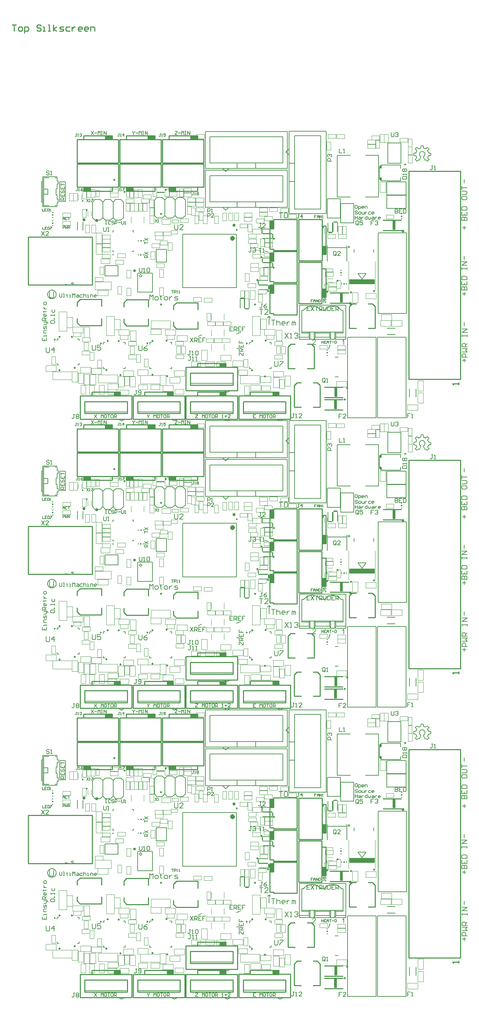
<source format=gto>
G04 Layer_Color=65535*
%FSLAX24Y24*%
%MOIN*%
G70*
G01*
G75*
%ADD10C,0.0070*%
%ADD12C,0.0100*%
%ADD14C,0.0080*%
%ADD68C,0.0060*%
%ADD122C,0.0300*%
%ADD147C,0.0098*%
%ADD148C,0.0236*%
%ADD149C,0.0050*%
%ADD150C,0.0197*%
%ADD151C,0.0200*%
%ADD152C,0.0250*%
%ADD153C,0.0020*%
%ADD154C,0.0079*%
%ADD155C,0.0020*%
%ADD156C,0.0040*%
%ADD157R,0.0120X0.0119*%
%ADD158R,0.0120X0.0060*%
%ADD159R,0.0120X0.0059*%
%ADD160R,0.0295X0.0879*%
%ADD161R,0.2450X0.0492*%
%ADD162R,0.0119X0.0120*%
%ADD163R,0.0060X0.0120*%
%ADD164R,0.0059X0.0120*%
G36*
X17696Y85635D02*
X17010D01*
Y86010D01*
X17696D01*
Y85635D01*
D02*
G37*
G36*
X13563D02*
X12877D01*
Y86010D01*
X13563D01*
Y85635D01*
D02*
G37*
G36*
X9429D02*
X8743D01*
Y86010D01*
X9429D01*
Y85635D01*
D02*
G37*
G36*
X15632Y80648D02*
X14946D01*
Y81023D01*
X15632D01*
Y80648D01*
D02*
G37*
G36*
X11499D02*
X10813D01*
Y81023D01*
X11499D01*
Y80648D01*
D02*
G37*
G36*
X7365D02*
X6679D01*
Y81023D01*
X7365D01*
Y80648D01*
D02*
G37*
G36*
X31902Y65774D02*
X31841D01*
Y66162D01*
X31840Y66161D01*
X31837Y66158D01*
X31832Y66155D01*
X31825Y66149D01*
X31817Y66143D01*
X31807Y66136D01*
X31796Y66127D01*
X31783Y66120D01*
X31782D01*
X31781Y66119D01*
X31777Y66116D01*
X31770Y66112D01*
X31762Y66108D01*
X31752Y66102D01*
X31741Y66098D01*
X31730Y66093D01*
X31719Y66088D01*
Y66148D01*
X31720D01*
X31722Y66149D01*
X31725Y66150D01*
X31728Y66152D01*
X31732Y66155D01*
X31738Y66157D01*
X31750Y66164D01*
X31763Y66172D01*
X31778Y66182D01*
X31793Y66193D01*
X31808Y66205D01*
X31809Y66206D01*
X31809Y66207D01*
X31814Y66211D01*
X31821Y66218D01*
X31829Y66226D01*
X31838Y66237D01*
X31847Y66248D01*
X31855Y66260D01*
X31862Y66273D01*
X31902D01*
Y65774D01*
D02*
G37*
G36*
X29015Y66272D02*
X29021Y66271D01*
X29027Y66270D01*
X29035Y66270D01*
X29043Y66267D01*
X29061Y66263D01*
X29080Y66256D01*
X29090Y66251D01*
X29099Y66246D01*
X29108Y66239D01*
X29116Y66233D01*
X29117Y66232D01*
X29117Y66231D01*
X29120Y66229D01*
X29123Y66226D01*
X29126Y66221D01*
X29130Y66217D01*
X29137Y66205D01*
X29145Y66191D01*
X29151Y66174D01*
X29157Y66155D01*
X29157Y66145D01*
X29158Y66134D01*
Y66133D01*
Y66129D01*
X29157Y66123D01*
X29157Y66115D01*
X29155Y66106D01*
X29153Y66096D01*
X29150Y66086D01*
X29145Y66075D01*
X29145Y66074D01*
X29143Y66070D01*
X29140Y66065D01*
X29136Y66057D01*
X29130Y66048D01*
X29123Y66037D01*
X29114Y66027D01*
X29105Y66015D01*
X29103Y66013D01*
X29099Y66009D01*
X29092Y66002D01*
X29088Y65997D01*
X29083Y65992D01*
X29077Y65986D01*
X29069Y65979D01*
X29061Y65972D01*
X29053Y65964D01*
X29044Y65956D01*
X29033Y65947D01*
X29023Y65938D01*
X29011Y65927D01*
X29010Y65926D01*
X29009Y65925D01*
X29006Y65923D01*
X29002Y65920D01*
X28993Y65912D01*
X28981Y65902D01*
X28970Y65892D01*
X28958Y65881D01*
X28948Y65872D01*
X28944Y65868D01*
X28940Y65864D01*
X28940Y65864D01*
X28938Y65861D01*
X28935Y65858D01*
X28931Y65854D01*
X28923Y65844D01*
X28915Y65832D01*
X29159D01*
Y65774D01*
X28830D01*
Y65774D01*
Y65777D01*
Y65782D01*
X28831Y65787D01*
X28832Y65793D01*
X28832Y65800D01*
X28835Y65808D01*
X28837Y65815D01*
Y65816D01*
X28838Y65817D01*
X28839Y65821D01*
X28842Y65827D01*
X28847Y65836D01*
X28852Y65846D01*
X28860Y65858D01*
X28867Y65869D01*
X28877Y65881D01*
Y65882D01*
X28879Y65882D01*
X28882Y65887D01*
X28888Y65894D01*
X28897Y65903D01*
X28909Y65913D01*
X28922Y65926D01*
X28939Y65941D01*
X28957Y65957D01*
X28958Y65957D01*
X28961Y65960D01*
X28965Y65963D01*
X28970Y65968D01*
X28977Y65973D01*
X28984Y65980D01*
X29001Y65994D01*
X29019Y66012D01*
X29037Y66029D01*
X29046Y66037D01*
X29054Y66046D01*
X29061Y66054D01*
X29067Y66062D01*
Y66062D01*
X29068Y66063D01*
X29070Y66065D01*
X29071Y66068D01*
X29076Y66076D01*
X29081Y66086D01*
X29086Y66097D01*
X29091Y66109D01*
X29094Y66123D01*
X29095Y66136D01*
Y66136D01*
Y66137D01*
X29095Y66142D01*
X29094Y66149D01*
X29092Y66157D01*
X29089Y66167D01*
X29084Y66177D01*
X29078Y66187D01*
X29069Y66197D01*
X29068Y66198D01*
X29064Y66201D01*
X29058Y66205D01*
X29051Y66210D01*
X29041Y66214D01*
X29030Y66218D01*
X29016Y66221D01*
X29001Y66222D01*
X28996D01*
X28993Y66221D01*
X28986Y66220D01*
X28976Y66219D01*
X28965Y66215D01*
X28953Y66211D01*
X28941Y66204D01*
X28931Y66195D01*
X28930Y66193D01*
X28927Y66190D01*
X28922Y66184D01*
X28918Y66176D01*
X28913Y66165D01*
X28909Y66153D01*
X28906Y66139D01*
X28904Y66122D01*
X28841Y66129D01*
Y66130D01*
Y66132D01*
X28842Y66136D01*
X28843Y66140D01*
X28844Y66146D01*
X28845Y66153D01*
X28850Y66168D01*
X28856Y66186D01*
X28864Y66203D01*
X28875Y66220D01*
X28882Y66228D01*
X28889Y66236D01*
X28890Y66236D01*
X28891Y66237D01*
X28894Y66239D01*
X28897Y66242D01*
X28901Y66244D01*
X28906Y66248D01*
X28913Y66251D01*
X28919Y66254D01*
X28927Y66257D01*
X28935Y66261D01*
X28945Y66264D01*
X28955Y66267D01*
X28978Y66271D01*
X28990Y66272D01*
X29002Y66273D01*
X29009D01*
X29015Y66272D01*
D02*
G37*
G36*
X17696Y57643D02*
X17010D01*
Y58018D01*
X17696D01*
Y57643D01*
D02*
G37*
G36*
X13563D02*
X12877D01*
Y58018D01*
X13563D01*
Y57643D01*
D02*
G37*
G36*
X9429D02*
X8743D01*
Y58018D01*
X9429D01*
Y57643D01*
D02*
G37*
G36*
X15632Y52656D02*
X14946D01*
Y53031D01*
X15632D01*
Y52656D01*
D02*
G37*
G36*
X11499D02*
X10813D01*
Y53031D01*
X11499D01*
Y52656D01*
D02*
G37*
G36*
X7365D02*
X6679D01*
Y53031D01*
X7365D01*
Y52656D01*
D02*
G37*
G36*
X31902Y37782D02*
X31841D01*
Y38170D01*
X31840Y38169D01*
X31837Y38166D01*
X31832Y38163D01*
X31825Y38157D01*
X31817Y38150D01*
X31807Y38144D01*
X31796Y38135D01*
X31783Y38128D01*
X31782D01*
X31781Y38127D01*
X31777Y38124D01*
X31770Y38120D01*
X31762Y38116D01*
X31752Y38110D01*
X31741Y38106D01*
X31730Y38101D01*
X31719Y38096D01*
Y38156D01*
X31720D01*
X31722Y38156D01*
X31725Y38158D01*
X31728Y38160D01*
X31732Y38163D01*
X31738Y38165D01*
X31750Y38172D01*
X31763Y38180D01*
X31778Y38190D01*
X31793Y38201D01*
X31808Y38213D01*
X31809Y38214D01*
X31809Y38215D01*
X31814Y38219D01*
X31821Y38226D01*
X31829Y38234D01*
X31838Y38245D01*
X31847Y38256D01*
X31855Y38268D01*
X31862Y38280D01*
X31902D01*
Y37782D01*
D02*
G37*
G36*
X29015Y38280D02*
X29021Y38279D01*
X29027Y38278D01*
X29035Y38277D01*
X29043Y38275D01*
X29061Y38271D01*
X29080Y38264D01*
X29090Y38259D01*
X29099Y38254D01*
X29108Y38247D01*
X29116Y38240D01*
X29117Y38240D01*
X29117Y38239D01*
X29120Y38237D01*
X29123Y38234D01*
X29126Y38229D01*
X29130Y38225D01*
X29137Y38213D01*
X29145Y38199D01*
X29151Y38182D01*
X29157Y38163D01*
X29157Y38153D01*
X29158Y38142D01*
Y38141D01*
Y38137D01*
X29157Y38131D01*
X29157Y38123D01*
X29155Y38114D01*
X29153Y38104D01*
X29150Y38094D01*
X29145Y38083D01*
X29145Y38082D01*
X29143Y38078D01*
X29140Y38073D01*
X29136Y38065D01*
X29130Y38056D01*
X29123Y38045D01*
X29114Y38035D01*
X29105Y38023D01*
X29103Y38021D01*
X29099Y38017D01*
X29092Y38010D01*
X29088Y38005D01*
X29083Y38000D01*
X29077Y37994D01*
X29069Y37987D01*
X29061Y37980D01*
X29053Y37972D01*
X29044Y37964D01*
X29033Y37955D01*
X29023Y37946D01*
X29011Y37935D01*
X29010Y37934D01*
X29009Y37933D01*
X29006Y37930D01*
X29002Y37927D01*
X28993Y37920D01*
X28981Y37910D01*
X28970Y37899D01*
X28958Y37889D01*
X28948Y37880D01*
X28944Y37876D01*
X28940Y37872D01*
X28940Y37871D01*
X28938Y37869D01*
X28935Y37866D01*
X28931Y37862D01*
X28923Y37852D01*
X28915Y37840D01*
X29159D01*
Y37782D01*
X28830D01*
Y37782D01*
Y37785D01*
Y37790D01*
X28831Y37795D01*
X28832Y37801D01*
X28832Y37808D01*
X28835Y37816D01*
X28837Y37823D01*
Y37824D01*
X28838Y37825D01*
X28839Y37829D01*
X28842Y37835D01*
X28847Y37844D01*
X28852Y37854D01*
X28860Y37865D01*
X28867Y37877D01*
X28877Y37889D01*
Y37890D01*
X28879Y37890D01*
X28882Y37895D01*
X28888Y37902D01*
X28897Y37911D01*
X28909Y37921D01*
X28922Y37934D01*
X28939Y37949D01*
X28957Y37964D01*
X28958Y37965D01*
X28961Y37967D01*
X28965Y37970D01*
X28970Y37976D01*
X28977Y37981D01*
X28984Y37988D01*
X29001Y38002D01*
X29019Y38020D01*
X29037Y38037D01*
X29046Y38045D01*
X29054Y38054D01*
X29061Y38062D01*
X29067Y38070D01*
Y38070D01*
X29068Y38071D01*
X29070Y38073D01*
X29071Y38076D01*
X29076Y38084D01*
X29081Y38094D01*
X29086Y38105D01*
X29091Y38117D01*
X29094Y38131D01*
X29095Y38144D01*
Y38144D01*
Y38145D01*
X29095Y38150D01*
X29094Y38156D01*
X29092Y38165D01*
X29089Y38175D01*
X29084Y38184D01*
X29078Y38195D01*
X29069Y38205D01*
X29068Y38206D01*
X29064Y38209D01*
X29058Y38212D01*
X29051Y38218D01*
X29041Y38222D01*
X29030Y38226D01*
X29016Y38229D01*
X29001Y38230D01*
X28996D01*
X28993Y38229D01*
X28986Y38228D01*
X28976Y38227D01*
X28965Y38223D01*
X28953Y38218D01*
X28941Y38212D01*
X28931Y38203D01*
X28930Y38201D01*
X28927Y38198D01*
X28922Y38192D01*
X28918Y38184D01*
X28913Y38173D01*
X28909Y38161D01*
X28906Y38147D01*
X28904Y38130D01*
X28841Y38137D01*
Y38138D01*
Y38140D01*
X28842Y38144D01*
X28843Y38148D01*
X28844Y38154D01*
X28845Y38161D01*
X28850Y38176D01*
X28856Y38194D01*
X28864Y38211D01*
X28875Y38228D01*
X28882Y38236D01*
X28889Y38243D01*
X28890Y38244D01*
X28891Y38245D01*
X28894Y38247D01*
X28897Y38249D01*
X28901Y38252D01*
X28906Y38256D01*
X28913Y38259D01*
X28919Y38262D01*
X28927Y38265D01*
X28935Y38269D01*
X28945Y38272D01*
X28955Y38274D01*
X28978Y38279D01*
X28990Y38280D01*
X29002Y38280D01*
X29009D01*
X29015Y38280D01*
D02*
G37*
G36*
X17696Y29651D02*
X17010D01*
Y30026D01*
X17696D01*
Y29651D01*
D02*
G37*
G36*
X13563D02*
X12877D01*
Y30026D01*
X13563D01*
Y29651D01*
D02*
G37*
G36*
X9429D02*
X8743D01*
Y30026D01*
X9429D01*
Y29651D01*
D02*
G37*
G36*
X15632Y24664D02*
X14946D01*
Y25039D01*
X15632D01*
Y24664D01*
D02*
G37*
G36*
X11499D02*
X10813D01*
Y25039D01*
X11499D01*
Y24664D01*
D02*
G37*
G36*
X7365D02*
X6679D01*
Y25039D01*
X7365D01*
Y24664D01*
D02*
G37*
G36*
X31902Y9789D02*
X31841D01*
Y10178D01*
X31840Y10177D01*
X31837Y10174D01*
X31832Y10170D01*
X31825Y10165D01*
X31817Y10158D01*
X31807Y10151D01*
X31796Y10143D01*
X31783Y10136D01*
X31782D01*
X31781Y10135D01*
X31777Y10132D01*
X31770Y10128D01*
X31762Y10124D01*
X31752Y10118D01*
X31741Y10114D01*
X31730Y10108D01*
X31719Y10104D01*
Y10164D01*
X31720D01*
X31722Y10164D01*
X31725Y10166D01*
X31728Y10168D01*
X31732Y10170D01*
X31738Y10173D01*
X31750Y10179D01*
X31763Y10188D01*
X31778Y10198D01*
X31793Y10209D01*
X31808Y10221D01*
X31809Y10222D01*
X31809Y10223D01*
X31814Y10227D01*
X31821Y10234D01*
X31829Y10242D01*
X31838Y10253D01*
X31847Y10264D01*
X31855Y10276D01*
X31862Y10288D01*
X31902D01*
Y9789D01*
D02*
G37*
G36*
X29015Y10288D02*
X29021Y10287D01*
X29027Y10286D01*
X29035Y10285D01*
X29043Y10283D01*
X29061Y10279D01*
X29080Y10272D01*
X29090Y10267D01*
X29099Y10262D01*
X29108Y10255D01*
X29116Y10248D01*
X29117Y10248D01*
X29117Y10247D01*
X29120Y10244D01*
X29123Y10241D01*
X29126Y10237D01*
X29130Y10232D01*
X29137Y10221D01*
X29145Y10207D01*
X29151Y10190D01*
X29157Y10171D01*
X29157Y10161D01*
X29158Y10150D01*
Y10148D01*
Y10145D01*
X29157Y10139D01*
X29157Y10131D01*
X29155Y10122D01*
X29153Y10112D01*
X29150Y10102D01*
X29145Y10091D01*
X29145Y10089D01*
X29143Y10086D01*
X29140Y10080D01*
X29136Y10073D01*
X29130Y10064D01*
X29123Y10053D01*
X29114Y10043D01*
X29105Y10031D01*
X29103Y10029D01*
X29099Y10024D01*
X29092Y10018D01*
X29088Y10013D01*
X29083Y10008D01*
X29077Y10002D01*
X29069Y9995D01*
X29061Y9988D01*
X29053Y9980D01*
X29044Y9972D01*
X29033Y9962D01*
X29023Y9953D01*
X29011Y9943D01*
X29010Y9942D01*
X29009Y9941D01*
X29006Y9938D01*
X29002Y9935D01*
X28993Y9928D01*
X28981Y9918D01*
X28970Y9907D01*
X28958Y9897D01*
X28948Y9888D01*
X28944Y9884D01*
X28940Y9880D01*
X28940Y9879D01*
X28938Y9877D01*
X28935Y9874D01*
X28931Y9870D01*
X28923Y9860D01*
X28915Y9848D01*
X29159D01*
Y9789D01*
X28830D01*
Y9790D01*
Y9793D01*
Y9798D01*
X28831Y9803D01*
X28832Y9809D01*
X28832Y9816D01*
X28835Y9823D01*
X28837Y9831D01*
Y9832D01*
X28838Y9832D01*
X28839Y9837D01*
X28842Y9843D01*
X28847Y9852D01*
X28852Y9862D01*
X28860Y9873D01*
X28867Y9885D01*
X28877Y9897D01*
Y9897D01*
X28879Y9898D01*
X28882Y9903D01*
X28888Y9910D01*
X28897Y9919D01*
X28909Y9929D01*
X28922Y9942D01*
X28939Y9956D01*
X28957Y9972D01*
X28958Y9973D01*
X28961Y9975D01*
X28965Y9978D01*
X28970Y9984D01*
X28977Y9989D01*
X28984Y9996D01*
X29001Y10010D01*
X29019Y10028D01*
X29037Y10045D01*
X29046Y10053D01*
X29054Y10062D01*
X29061Y10070D01*
X29067Y10077D01*
Y10078D01*
X29068Y10079D01*
X29070Y10081D01*
X29071Y10084D01*
X29076Y10092D01*
X29081Y10102D01*
X29086Y10113D01*
X29091Y10125D01*
X29094Y10139D01*
X29095Y10151D01*
Y10152D01*
Y10153D01*
X29095Y10158D01*
X29094Y10164D01*
X29092Y10173D01*
X29089Y10182D01*
X29084Y10192D01*
X29078Y10203D01*
X29069Y10213D01*
X29068Y10213D01*
X29064Y10217D01*
X29058Y10220D01*
X29051Y10226D01*
X29041Y10230D01*
X29030Y10234D01*
X29016Y10237D01*
X29001Y10238D01*
X28996D01*
X28993Y10237D01*
X28986Y10236D01*
X28976Y10235D01*
X28965Y10231D01*
X28953Y10226D01*
X28941Y10220D01*
X28931Y10210D01*
X28930Y10209D01*
X28927Y10206D01*
X28922Y10200D01*
X28918Y10192D01*
X28913Y10181D01*
X28909Y10169D01*
X28906Y10155D01*
X28904Y10138D01*
X28841Y10145D01*
Y10145D01*
Y10148D01*
X28842Y10151D01*
X28843Y10156D01*
X28844Y10162D01*
X28845Y10169D01*
X28850Y10184D01*
X28856Y10201D01*
X28864Y10219D01*
X28875Y10236D01*
X28882Y10244D01*
X28889Y10251D01*
X28890Y10252D01*
X28891Y10253D01*
X28894Y10255D01*
X28897Y10257D01*
X28901Y10260D01*
X28906Y10263D01*
X28913Y10266D01*
X28919Y10270D01*
X28927Y10273D01*
X28935Y10277D01*
X28945Y10280D01*
X28955Y10282D01*
X28978Y10287D01*
X28990Y10288D01*
X29002Y10288D01*
X29009D01*
X29015Y10288D01*
D02*
G37*
G54D10*
X36469Y30309D02*
Y29976D01*
X36536Y29909D01*
X36669D01*
X36736Y29976D01*
Y30309D01*
X36869Y30243D02*
X36936Y30309D01*
X37069D01*
X37136Y30243D01*
Y30176D01*
X37069Y30109D01*
X37003D01*
X37069D01*
X37136Y30043D01*
Y29976D01*
X37069Y29909D01*
X36936D01*
X36869Y29976D01*
X31449Y28739D02*
Y28339D01*
X31716D01*
X31849D02*
X31983D01*
X31916D01*
Y28739D01*
X31849Y28673D01*
X37569Y25799D02*
X37969D01*
Y25999D01*
X37903Y26066D01*
X37636D01*
X37569Y25999D01*
Y25799D01*
X37969Y26199D02*
Y26333D01*
Y26266D01*
X37569D01*
X37636Y26199D01*
Y26532D02*
X37569Y26599D01*
Y26732D01*
X37636Y26799D01*
X37703D01*
X37769Y26732D01*
X37836Y26799D01*
X37903D01*
X37969Y26732D01*
Y26599D01*
X37903Y26532D01*
X37836D01*
X37769Y26599D01*
X37703Y26532D01*
X37636D01*
X37769Y26599D02*
Y26732D01*
X30719Y27539D02*
X30319D01*
Y27739D01*
X30386Y27806D01*
X30519D01*
X30586Y27739D01*
Y27539D01*
X30386Y27939D02*
X30319Y28006D01*
Y28139D01*
X30386Y28206D01*
X30453D01*
X30519Y28139D01*
Y28073D01*
Y28139D01*
X30586Y28206D01*
X30653D01*
X30719Y28139D01*
Y28006D01*
X30653Y27939D01*
X40496Y27129D02*
X40363D01*
X40429D01*
Y26796D01*
X40363Y26729D01*
X40296D01*
X40229Y26796D01*
X40629Y26729D02*
X40763D01*
X40696D01*
Y27129D01*
X40629Y27063D01*
X8592Y21142D02*
Y20809D01*
X8659Y20742D01*
X8792D01*
X8858Y20809D01*
Y21142D01*
X8992Y20742D02*
X9125D01*
X9058D01*
Y21142D01*
X8992Y21075D01*
X27068Y3122D02*
X26935D01*
X27002D01*
Y2789D01*
X26935Y2722D01*
X26869D01*
X26802Y2789D01*
X27202Y2722D02*
X27335D01*
X27268D01*
Y3122D01*
X27202Y3055D01*
X27802Y2722D02*
X27535D01*
X27802Y2988D01*
Y3055D01*
X27735Y3122D01*
X27602D01*
X27535Y3055D01*
X17068Y8652D02*
X16935D01*
X17002D01*
Y8319D01*
X16935Y8252D01*
X16869D01*
X16802Y8319D01*
X17202Y8252D02*
X17335D01*
X17268D01*
Y8652D01*
X17202Y8585D01*
X17535Y8252D02*
X17668D01*
X17602D01*
Y8652D01*
X17535Y8585D01*
X17028Y9182D02*
X16895D01*
X16962D01*
Y8849D01*
X16895Y8782D01*
X16829D01*
X16762Y8849D01*
X17162Y8782D02*
X17295D01*
X17228D01*
Y9182D01*
X17162Y9115D01*
X17495D02*
X17562Y9182D01*
X17695D01*
X17762Y9115D01*
Y8849D01*
X17695Y8782D01*
X17562D01*
X17495Y8849D01*
Y9115D01*
X11828Y5362D02*
X11695D01*
X11762D01*
Y5029D01*
X11695Y4962D01*
X11629D01*
X11562Y5029D01*
X11962D02*
X12028Y4962D01*
X12162D01*
X12228Y5029D01*
Y5295D01*
X12162Y5362D01*
X12028D01*
X11962Y5295D01*
Y5228D01*
X12028Y5162D01*
X12228D01*
X5818Y3042D02*
X5685D01*
X5752D01*
Y2709D01*
X5685Y2642D01*
X5619D01*
X5552Y2709D01*
X5952Y2975D02*
X6018Y3042D01*
X6152D01*
X6218Y2975D01*
Y2908D01*
X6152Y2842D01*
X6218Y2775D01*
Y2709D01*
X6152Y2642D01*
X6018D01*
X5952Y2709D01*
Y2775D01*
X6018Y2842D01*
X5952Y2908D01*
Y2975D01*
X6018Y2842D02*
X6152D01*
X24008Y13762D02*
X23875D01*
X23942D01*
Y13429D01*
X23875Y13362D01*
X23809D01*
X23742Y13429D01*
X24408Y13762D02*
X24275Y13695D01*
X24142Y13562D01*
Y13429D01*
X24208Y13362D01*
X24342D01*
X24408Y13429D01*
Y13495D01*
X24342Y13562D01*
X24142D01*
X22948Y19132D02*
X22815D01*
X22882D01*
Y18799D01*
X22815Y18732D01*
X22749D01*
X22682Y18799D01*
X23082Y19065D02*
X23148Y19132D01*
X23282D01*
X23348Y19065D01*
Y18998D01*
X23282Y18932D01*
X23215D01*
X23282D01*
X23348Y18865D01*
Y18799D01*
X23282Y18732D01*
X23148D01*
X23082Y18799D01*
X23876Y21529D02*
X23743D01*
X23809D01*
Y21196D01*
X23743Y21129D01*
X23676D01*
X23609Y21196D01*
X24276Y21129D02*
X24009D01*
X24276Y21396D01*
Y21463D01*
X24209Y21529D01*
X24076D01*
X24009Y21463D01*
X31146Y18486D02*
Y18753D01*
X31079Y18819D01*
X30946D01*
X30879Y18753D01*
Y18486D01*
X30946Y18419D01*
X31079D01*
X31013Y18553D02*
X31146Y18419D01*
X31079D02*
X31146Y18486D01*
X31546Y18419D02*
X31279D01*
X31546Y18686D01*
Y18753D01*
X31479Y18819D01*
X31346D01*
X31279Y18753D01*
X30088Y6199D02*
Y6465D01*
X30022Y6532D01*
X29889D01*
X29822Y6465D01*
Y6199D01*
X29889Y6132D01*
X30022D01*
X29955Y6265D02*
X30088Y6132D01*
X30022D02*
X30088Y6199D01*
X30222Y6132D02*
X30355D01*
X30288D01*
Y6532D01*
X30222Y6465D01*
X3326Y26543D02*
X3259Y26609D01*
X3126D01*
X3059Y26543D01*
Y26476D01*
X3126Y26409D01*
X3259D01*
X3326Y26343D01*
Y26276D01*
X3259Y26209D01*
X3126D01*
X3059Y26276D01*
X3459Y26209D02*
X3593D01*
X3526D01*
Y26609D01*
X3459Y26543D01*
X2609Y20739D02*
X2876Y20339D01*
Y20739D02*
X2609Y20339D01*
X3276D02*
X3009D01*
X3276Y20606D01*
Y20673D01*
X3209Y20739D01*
X3076D01*
X3009Y20673D01*
X33306Y21436D02*
Y21703D01*
X33239Y21769D01*
X33106D01*
X33039Y21703D01*
Y21436D01*
X33106Y21369D01*
X33239D01*
X33173Y21503D02*
X33306Y21369D01*
X33239D02*
X33306Y21436D01*
X33706Y21769D02*
X33439D01*
Y21569D01*
X33573Y21636D01*
X33639D01*
X33706Y21569D01*
Y21436D01*
X33639Y21369D01*
X33506D01*
X33439Y21436D01*
X12089Y17229D02*
Y16896D01*
X12156Y16829D01*
X12289D01*
X12356Y16896D01*
Y17229D01*
X12489Y16829D02*
X12623D01*
X12556D01*
Y17229D01*
X12489Y17163D01*
X12822D02*
X12889Y17229D01*
X13022D01*
X13089Y17163D01*
Y16896D01*
X13022Y16829D01*
X12889D01*
X12822Y16896D01*
Y17163D01*
X31686Y3089D02*
X31419D01*
Y2889D01*
X31553D01*
X31419D01*
Y2689D01*
X32086D02*
X31819D01*
X32086Y2956D01*
Y3023D01*
X32019Y3089D01*
X31886D01*
X31819Y3023D01*
X34776Y21789D02*
X34509D01*
Y21589D01*
X34643D01*
X34509D01*
Y21389D01*
X34909Y21723D02*
X34976Y21789D01*
X35109D01*
X35176Y21723D01*
Y21656D01*
X35109Y21589D01*
X35043D01*
X35109D01*
X35176Y21523D01*
Y21456D01*
X35109Y21389D01*
X34976D01*
X34909Y21456D01*
X18689Y22609D02*
Y22959D01*
X18864D01*
X18923Y22901D01*
Y22784D01*
X18864Y22726D01*
X18689D01*
X19039Y22609D02*
X19156D01*
X19098D01*
Y22959D01*
X19039Y22901D01*
X18689Y22119D02*
Y22469D01*
X18864D01*
X18923Y22411D01*
Y22294D01*
X18864Y22236D01*
X18689D01*
X19273Y22119D02*
X19039D01*
X19273Y22353D01*
Y22411D01*
X19214Y22469D01*
X19098D01*
X19039Y22411D01*
X38296Y3129D02*
X38029D01*
Y2929D01*
X38163D01*
X38029D01*
Y2729D01*
X38429D02*
X38563D01*
X38496D01*
Y3129D01*
X38429Y3063D01*
X36829Y22919D02*
Y22519D01*
X37029D01*
X37096Y22586D01*
Y22653D01*
X37029Y22719D01*
X36829D01*
X37029D01*
X37096Y22786D01*
Y22853D01*
X37029Y22919D01*
X36829D01*
X37496D02*
X37229D01*
Y22519D01*
X37496D01*
X37229Y22719D02*
X37363D01*
X37629Y22919D02*
Y22519D01*
X37829D01*
X37896Y22586D01*
Y22853D01*
X37829Y22919D01*
X37629D01*
X21116Y11519D02*
X20849D01*
Y11119D01*
X21116D01*
X20849Y11319D02*
X20983D01*
X21249Y11119D02*
Y11519D01*
X21449D01*
X21516Y11453D01*
Y11319D01*
X21449Y11253D01*
X21249D01*
X21383D02*
X21516Y11119D01*
X21916Y11519D02*
X21649D01*
Y11119D01*
X21916D01*
X21649Y11319D02*
X21782D01*
X22316Y11519D02*
X22049D01*
Y11319D01*
X22182D01*
X22049D01*
Y11119D01*
X21742Y8732D02*
Y8998D01*
X21809D01*
X22075Y8732D01*
X22142D01*
Y8998D01*
Y9132D02*
X21742D01*
Y9332D01*
X21809Y9398D01*
X21942D01*
X22009Y9332D01*
Y9132D01*
Y9265D02*
X22142Y9398D01*
X21742Y9798D02*
Y9532D01*
X22142D01*
Y9798D01*
X21942Y9532D02*
Y9665D01*
X21742Y10198D02*
Y9931D01*
X21942D01*
Y10065D01*
Y9931D01*
X22142D01*
X16992Y10452D02*
X17258Y10052D01*
Y10452D02*
X16992Y10052D01*
X17392D02*
Y10452D01*
X17592D01*
X17658Y10385D01*
Y10252D01*
X17592Y10185D01*
X17392D01*
X17525D02*
X17658Y10052D01*
X18058Y10452D02*
X17792D01*
Y10052D01*
X18058D01*
X17792Y10252D02*
X17925D01*
X18458Y10452D02*
X18191D01*
Y10252D01*
X18325D01*
X18191D01*
Y10052D01*
X23632Y19129D02*
X23898D01*
X23765D01*
Y18729D01*
X24032D02*
X24165D01*
X24098D01*
Y19129D01*
X24032Y19063D01*
X4339Y14749D02*
Y14449D01*
X4399Y14389D01*
X4519D01*
X4579Y14449D01*
Y14749D01*
X4699Y14389D02*
X4819D01*
X4759D01*
Y14749D01*
X4699D01*
X5059Y14689D02*
Y14629D01*
X4999D01*
X5119D01*
X5059D01*
Y14449D01*
X5119Y14389D01*
X5299D02*
X5419D01*
X5359D01*
Y14629D01*
X5299D01*
X5599Y14389D02*
Y14749D01*
X5719Y14629D01*
X5839Y14749D01*
Y14389D01*
X6019Y14629D02*
X6139D01*
X6199Y14569D01*
Y14389D01*
X6019D01*
X5959Y14449D01*
X6019Y14509D01*
X6199D01*
X6559Y14629D02*
X6379D01*
X6319Y14569D01*
Y14449D01*
X6379Y14389D01*
X6559D01*
X6679Y14749D02*
Y14389D01*
Y14569D01*
X6739Y14629D01*
X6859D01*
X6919Y14569D01*
Y14389D01*
X7038D02*
X7158D01*
X7098D01*
Y14629D01*
X7038D01*
X7338Y14389D02*
Y14629D01*
X7518D01*
X7578Y14569D01*
Y14389D01*
X7878D02*
X7758D01*
X7698Y14449D01*
Y14569D01*
X7758Y14629D01*
X7878D01*
X7938Y14569D01*
Y14509D01*
X7698D01*
X28566Y13479D02*
X28299D01*
Y13079D01*
X28566D01*
X28299Y13279D02*
X28433D01*
X28699Y13479D02*
X28966Y13079D01*
Y13479D02*
X28699Y13079D01*
X29099Y13479D02*
X29366D01*
X29232D01*
Y13079D01*
X29499D02*
Y13479D01*
X29699D01*
X29766Y13413D01*
Y13279D01*
X29699Y13213D01*
X29499D01*
X29632D02*
X29766Y13079D01*
X29899Y13479D02*
Y13146D01*
X29966Y13079D01*
X30099D01*
X30165Y13146D01*
Y13479D01*
X30299D02*
Y13079D01*
X30499D01*
X30565Y13146D01*
Y13413D01*
X30499Y13479D01*
X30299D01*
X30965D02*
X30699D01*
Y13079D01*
X30965D01*
X30699Y13279D02*
X30832D01*
X31098Y13079D02*
Y13479D01*
X31298D01*
X31365Y13413D01*
Y13279D01*
X31298Y13213D01*
X31098D01*
X31232D02*
X31365Y13079D01*
X36469Y58301D02*
Y57968D01*
X36536Y57902D01*
X36669D01*
X36736Y57968D01*
Y58301D01*
X36869Y58235D02*
X36936Y58301D01*
X37069D01*
X37136Y58235D01*
Y58168D01*
X37069Y58101D01*
X37003D01*
X37069D01*
X37136Y58035D01*
Y57968D01*
X37069Y57902D01*
X36936D01*
X36869Y57968D01*
X31449Y56731D02*
Y56332D01*
X31716D01*
X31849D02*
X31983D01*
X31916D01*
Y56731D01*
X31849Y56665D01*
X37569Y53791D02*
X37969D01*
Y53991D01*
X37903Y54058D01*
X37636D01*
X37569Y53991D01*
Y53791D01*
X37969Y54191D02*
Y54325D01*
Y54258D01*
X37569D01*
X37636Y54191D01*
Y54525D02*
X37569Y54591D01*
Y54725D01*
X37636Y54791D01*
X37703D01*
X37769Y54725D01*
X37836Y54791D01*
X37903D01*
X37969Y54725D01*
Y54591D01*
X37903Y54525D01*
X37836D01*
X37769Y54591D01*
X37703Y54525D01*
X37636D01*
X37769Y54591D02*
Y54725D01*
X30719Y55532D02*
X30319D01*
Y55731D01*
X30386Y55798D01*
X30519D01*
X30586Y55731D01*
Y55532D01*
X30386Y55931D02*
X30319Y55998D01*
Y56131D01*
X30386Y56198D01*
X30453D01*
X30519Y56131D01*
Y56065D01*
Y56131D01*
X30586Y56198D01*
X30653D01*
X30719Y56131D01*
Y55998D01*
X30653Y55931D01*
X40496Y55121D02*
X40363D01*
X40429D01*
Y54788D01*
X40363Y54721D01*
X40296D01*
X40229Y54788D01*
X40629Y54721D02*
X40763D01*
X40696D01*
Y55121D01*
X40629Y55055D01*
X8592Y49134D02*
Y48801D01*
X8659Y48734D01*
X8792D01*
X8858Y48801D01*
Y49134D01*
X8992Y48734D02*
X9125D01*
X9058D01*
Y49134D01*
X8992Y49067D01*
X27068Y31114D02*
X26935D01*
X27002D01*
Y30781D01*
X26935Y30714D01*
X26869D01*
X26802Y30781D01*
X27202Y30714D02*
X27335D01*
X27268D01*
Y31114D01*
X27202Y31047D01*
X27802Y30714D02*
X27535D01*
X27802Y30981D01*
Y31047D01*
X27735Y31114D01*
X27602D01*
X27535Y31047D01*
X17068Y36644D02*
X16935D01*
X17002D01*
Y36311D01*
X16935Y36244D01*
X16869D01*
X16802Y36311D01*
X17202Y36244D02*
X17335D01*
X17268D01*
Y36644D01*
X17202Y36577D01*
X17535Y36244D02*
X17668D01*
X17602D01*
Y36644D01*
X17535Y36577D01*
X17028Y37174D02*
X16895D01*
X16962D01*
Y36841D01*
X16895Y36774D01*
X16829D01*
X16762Y36841D01*
X17162Y36774D02*
X17295D01*
X17228D01*
Y37174D01*
X17162Y37107D01*
X17495D02*
X17562Y37174D01*
X17695D01*
X17762Y37107D01*
Y36841D01*
X17695Y36774D01*
X17562D01*
X17495Y36841D01*
Y37107D01*
X11828Y33354D02*
X11695D01*
X11762D01*
Y33021D01*
X11695Y32954D01*
X11629D01*
X11562Y33021D01*
X11962D02*
X12028Y32954D01*
X12162D01*
X12228Y33021D01*
Y33287D01*
X12162Y33354D01*
X12028D01*
X11962Y33287D01*
Y33221D01*
X12028Y33154D01*
X12228D01*
X5818Y31034D02*
X5685D01*
X5752D01*
Y30701D01*
X5685Y30634D01*
X5619D01*
X5552Y30701D01*
X5952Y30967D02*
X6018Y31034D01*
X6152D01*
X6218Y30967D01*
Y30901D01*
X6152Y30834D01*
X6218Y30767D01*
Y30701D01*
X6152Y30634D01*
X6018D01*
X5952Y30701D01*
Y30767D01*
X6018Y30834D01*
X5952Y30901D01*
Y30967D01*
X6018Y30834D02*
X6152D01*
X24008Y41754D02*
X23875D01*
X23942D01*
Y41421D01*
X23875Y41354D01*
X23809D01*
X23742Y41421D01*
X24408Y41754D02*
X24275Y41687D01*
X24142Y41554D01*
Y41421D01*
X24208Y41354D01*
X24342D01*
X24408Y41421D01*
Y41487D01*
X24342Y41554D01*
X24142D01*
X22948Y47124D02*
X22815D01*
X22882D01*
Y46791D01*
X22815Y46724D01*
X22749D01*
X22682Y46791D01*
X23082Y47057D02*
X23148Y47124D01*
X23282D01*
X23348Y47057D01*
Y46991D01*
X23282Y46924D01*
X23215D01*
X23282D01*
X23348Y46857D01*
Y46791D01*
X23282Y46724D01*
X23148D01*
X23082Y46791D01*
X23876Y49521D02*
X23743D01*
X23809D01*
Y49188D01*
X23743Y49121D01*
X23676D01*
X23609Y49188D01*
X24276Y49121D02*
X24009D01*
X24276Y49388D01*
Y49455D01*
X24209Y49521D01*
X24076D01*
X24009Y49455D01*
X31146Y46478D02*
Y46745D01*
X31079Y46811D01*
X30946D01*
X30879Y46745D01*
Y46478D01*
X30946Y46411D01*
X31079D01*
X31013Y46545D02*
X31146Y46411D01*
X31079D02*
X31146Y46478D01*
X31546Y46411D02*
X31279D01*
X31546Y46678D01*
Y46745D01*
X31479Y46811D01*
X31346D01*
X31279Y46745D01*
X30088Y34191D02*
Y34457D01*
X30022Y34524D01*
X29889D01*
X29822Y34457D01*
Y34191D01*
X29889Y34124D01*
X30022D01*
X29955Y34257D02*
X30088Y34124D01*
X30022D02*
X30088Y34191D01*
X30222Y34124D02*
X30355D01*
X30288D01*
Y34524D01*
X30222Y34457D01*
X3326Y54535D02*
X3259Y54601D01*
X3126D01*
X3059Y54535D01*
Y54468D01*
X3126Y54401D01*
X3259D01*
X3326Y54335D01*
Y54268D01*
X3259Y54201D01*
X3126D01*
X3059Y54268D01*
X3459Y54201D02*
X3593D01*
X3526D01*
Y54601D01*
X3459Y54535D01*
X2609Y48731D02*
X2876Y48331D01*
Y48731D02*
X2609Y48331D01*
X3276D02*
X3009D01*
X3276Y48598D01*
Y48665D01*
X3209Y48731D01*
X3076D01*
X3009Y48665D01*
X33306Y49428D02*
Y49695D01*
X33239Y49761D01*
X33106D01*
X33039Y49695D01*
Y49428D01*
X33106Y49362D01*
X33239D01*
X33173Y49495D02*
X33306Y49362D01*
X33239D02*
X33306Y49428D01*
X33706Y49761D02*
X33439D01*
Y49561D01*
X33573Y49628D01*
X33639D01*
X33706Y49561D01*
Y49428D01*
X33639Y49362D01*
X33506D01*
X33439Y49428D01*
X12089Y45221D02*
Y44888D01*
X12156Y44822D01*
X12289D01*
X12356Y44888D01*
Y45221D01*
X12489Y44822D02*
X12623D01*
X12556D01*
Y45221D01*
X12489Y45155D01*
X12822D02*
X12889Y45221D01*
X13022D01*
X13089Y45155D01*
Y44888D01*
X13022Y44822D01*
X12889D01*
X12822Y44888D01*
Y45155D01*
X31686Y31081D02*
X31419D01*
Y30881D01*
X31553D01*
X31419D01*
Y30682D01*
X32086D02*
X31819D01*
X32086Y30948D01*
Y31015D01*
X32019Y31081D01*
X31886D01*
X31819Y31015D01*
X34776Y49781D02*
X34509D01*
Y49581D01*
X34643D01*
X34509D01*
Y49381D01*
X34909Y49715D02*
X34976Y49781D01*
X35109D01*
X35176Y49715D01*
Y49648D01*
X35109Y49581D01*
X35043D01*
X35109D01*
X35176Y49515D01*
Y49448D01*
X35109Y49381D01*
X34976D01*
X34909Y49448D01*
X18689Y50602D02*
Y50951D01*
X18864D01*
X18923Y50893D01*
Y50776D01*
X18864Y50718D01*
X18689D01*
X19039Y50602D02*
X19156D01*
X19098D01*
Y50951D01*
X19039Y50893D01*
X18689Y50111D02*
Y50461D01*
X18864D01*
X18923Y50403D01*
Y50286D01*
X18864Y50228D01*
X18689D01*
X19273Y50111D02*
X19039D01*
X19273Y50345D01*
Y50403D01*
X19214Y50461D01*
X19098D01*
X19039Y50403D01*
X38296Y31121D02*
X38029D01*
Y30921D01*
X38163D01*
X38029D01*
Y30721D01*
X38429D02*
X38563D01*
X38496D01*
Y31121D01*
X38429Y31055D01*
X36829Y50911D02*
Y50511D01*
X37029D01*
X37096Y50578D01*
Y50645D01*
X37029Y50711D01*
X36829D01*
X37029D01*
X37096Y50778D01*
Y50845D01*
X37029Y50911D01*
X36829D01*
X37496D02*
X37229D01*
Y50511D01*
X37496D01*
X37229Y50711D02*
X37363D01*
X37629Y50911D02*
Y50511D01*
X37829D01*
X37896Y50578D01*
Y50845D01*
X37829Y50911D01*
X37629D01*
X21116Y39511D02*
X20849D01*
Y39111D01*
X21116D01*
X20849Y39311D02*
X20983D01*
X21249Y39111D02*
Y39511D01*
X21449D01*
X21516Y39445D01*
Y39311D01*
X21449Y39245D01*
X21249D01*
X21383D02*
X21516Y39111D01*
X21916Y39511D02*
X21649D01*
Y39111D01*
X21916D01*
X21649Y39311D02*
X21782D01*
X22316Y39511D02*
X22049D01*
Y39311D01*
X22182D01*
X22049D01*
Y39111D01*
X21742Y36724D02*
Y36991D01*
X21809D01*
X22075Y36724D01*
X22142D01*
Y36991D01*
Y37124D02*
X21742D01*
Y37324D01*
X21809Y37390D01*
X21942D01*
X22009Y37324D01*
Y37124D01*
Y37257D02*
X22142Y37390D01*
X21742Y37790D02*
Y37524D01*
X22142D01*
Y37790D01*
X21942Y37524D02*
Y37657D01*
X21742Y38190D02*
Y37924D01*
X21942D01*
Y38057D01*
Y37924D01*
X22142D01*
X16992Y38444D02*
X17258Y38044D01*
Y38444D02*
X16992Y38044D01*
X17392D02*
Y38444D01*
X17592D01*
X17658Y38377D01*
Y38244D01*
X17592Y38177D01*
X17392D01*
X17525D02*
X17658Y38044D01*
X18058Y38444D02*
X17792D01*
Y38044D01*
X18058D01*
X17792Y38244D02*
X17925D01*
X18458Y38444D02*
X18191D01*
Y38244D01*
X18325D01*
X18191D01*
Y38044D01*
X23632Y47121D02*
X23898D01*
X23765D01*
Y46722D01*
X24032D02*
X24165D01*
X24098D01*
Y47121D01*
X24032Y47055D01*
X4339Y42741D02*
Y42441D01*
X4399Y42382D01*
X4519D01*
X4579Y42441D01*
Y42741D01*
X4699Y42382D02*
X4819D01*
X4759D01*
Y42741D01*
X4699D01*
X5059Y42681D02*
Y42621D01*
X4999D01*
X5119D01*
X5059D01*
Y42441D01*
X5119Y42382D01*
X5299D02*
X5419D01*
X5359D01*
Y42621D01*
X5299D01*
X5599Y42382D02*
Y42741D01*
X5719Y42621D01*
X5839Y42741D01*
Y42382D01*
X6019Y42621D02*
X6139D01*
X6199Y42561D01*
Y42382D01*
X6019D01*
X5959Y42441D01*
X6019Y42501D01*
X6199D01*
X6559Y42621D02*
X6379D01*
X6319Y42561D01*
Y42441D01*
X6379Y42382D01*
X6559D01*
X6679Y42741D02*
Y42382D01*
Y42561D01*
X6739Y42621D01*
X6859D01*
X6919Y42561D01*
Y42382D01*
X7038D02*
X7158D01*
X7098D01*
Y42621D01*
X7038D01*
X7338Y42382D02*
Y42621D01*
X7518D01*
X7578Y42561D01*
Y42382D01*
X7878D02*
X7758D01*
X7698Y42441D01*
Y42561D01*
X7758Y42621D01*
X7878D01*
X7938Y42561D01*
Y42501D01*
X7698D01*
X28566Y41471D02*
X28299D01*
Y41072D01*
X28566D01*
X28299Y41271D02*
X28433D01*
X28699Y41471D02*
X28966Y41072D01*
Y41471D02*
X28699Y41072D01*
X29099Y41471D02*
X29366D01*
X29232D01*
Y41072D01*
X29499D02*
Y41471D01*
X29699D01*
X29766Y41405D01*
Y41271D01*
X29699Y41205D01*
X29499D01*
X29632D02*
X29766Y41072D01*
X29899Y41471D02*
Y41138D01*
X29966Y41072D01*
X30099D01*
X30165Y41138D01*
Y41471D01*
X30299D02*
Y41072D01*
X30499D01*
X30565Y41138D01*
Y41405D01*
X30499Y41471D01*
X30299D01*
X30965D02*
X30699D01*
Y41072D01*
X30965D01*
X30699Y41271D02*
X30832D01*
X31098Y41072D02*
Y41471D01*
X31298D01*
X31365Y41405D01*
Y41271D01*
X31298Y41205D01*
X31098D01*
X31232D02*
X31365Y41072D01*
X36469Y86293D02*
Y85960D01*
X36536Y85894D01*
X36669D01*
X36736Y85960D01*
Y86293D01*
X36869Y86227D02*
X36936Y86293D01*
X37069D01*
X37136Y86227D01*
Y86160D01*
X37069Y86094D01*
X37003D01*
X37069D01*
X37136Y86027D01*
Y85960D01*
X37069Y85894D01*
X36936D01*
X36869Y85960D01*
X31449Y84723D02*
Y84324D01*
X31716D01*
X31849D02*
X31983D01*
X31916D01*
Y84723D01*
X31849Y84657D01*
X37569Y81784D02*
X37969D01*
Y81984D01*
X37903Y82050D01*
X37636D01*
X37569Y81984D01*
Y81784D01*
X37969Y82183D02*
Y82317D01*
Y82250D01*
X37569D01*
X37636Y82183D01*
Y82517D02*
X37569Y82583D01*
Y82717D01*
X37636Y82783D01*
X37703D01*
X37769Y82717D01*
X37836Y82783D01*
X37903D01*
X37969Y82717D01*
Y82583D01*
X37903Y82517D01*
X37836D01*
X37769Y82583D01*
X37703Y82517D01*
X37636D01*
X37769Y82583D02*
Y82717D01*
X30719Y83524D02*
X30319D01*
Y83724D01*
X30386Y83790D01*
X30519D01*
X30586Y83724D01*
Y83524D01*
X30386Y83923D02*
X30319Y83990D01*
Y84123D01*
X30386Y84190D01*
X30453D01*
X30519Y84123D01*
Y84057D01*
Y84123D01*
X30586Y84190D01*
X30653D01*
X30719Y84123D01*
Y83990D01*
X30653Y83923D01*
X40496Y83113D02*
X40363D01*
X40429D01*
Y82780D01*
X40363Y82714D01*
X40296D01*
X40229Y82780D01*
X40629Y82714D02*
X40763D01*
X40696D01*
Y83113D01*
X40629Y83047D01*
X8592Y77126D02*
Y76793D01*
X8659Y76726D01*
X8792D01*
X8858Y76793D01*
Y77126D01*
X8992Y76726D02*
X9125D01*
X9058D01*
Y77126D01*
X8992Y77059D01*
X27068Y59106D02*
X26935D01*
X27002D01*
Y58773D01*
X26935Y58706D01*
X26869D01*
X26802Y58773D01*
X27202Y58706D02*
X27335D01*
X27268D01*
Y59106D01*
X27202Y59039D01*
X27802Y58706D02*
X27535D01*
X27802Y58973D01*
Y59039D01*
X27735Y59106D01*
X27602D01*
X27535Y59039D01*
X17068Y64636D02*
X16935D01*
X17002D01*
Y64303D01*
X16935Y64236D01*
X16869D01*
X16802Y64303D01*
X17202Y64236D02*
X17335D01*
X17268D01*
Y64636D01*
X17202Y64569D01*
X17535Y64236D02*
X17668D01*
X17602D01*
Y64636D01*
X17535Y64569D01*
X17028Y65166D02*
X16895D01*
X16962D01*
Y64833D01*
X16895Y64766D01*
X16829D01*
X16762Y64833D01*
X17162Y64766D02*
X17295D01*
X17228D01*
Y65166D01*
X17162Y65099D01*
X17495D02*
X17562Y65166D01*
X17695D01*
X17762Y65099D01*
Y64833D01*
X17695Y64766D01*
X17562D01*
X17495Y64833D01*
Y65099D01*
X11828Y61346D02*
X11695D01*
X11762D01*
Y61013D01*
X11695Y60946D01*
X11629D01*
X11562Y61013D01*
X11962D02*
X12028Y60946D01*
X12162D01*
X12228Y61013D01*
Y61279D01*
X12162Y61346D01*
X12028D01*
X11962Y61279D01*
Y61213D01*
X12028Y61146D01*
X12228D01*
X5818Y59026D02*
X5685D01*
X5752D01*
Y58693D01*
X5685Y58626D01*
X5619D01*
X5552Y58693D01*
X5952Y58959D02*
X6018Y59026D01*
X6152D01*
X6218Y58959D01*
Y58893D01*
X6152Y58826D01*
X6218Y58759D01*
Y58693D01*
X6152Y58626D01*
X6018D01*
X5952Y58693D01*
Y58759D01*
X6018Y58826D01*
X5952Y58893D01*
Y58959D01*
X6018Y58826D02*
X6152D01*
X24008Y69746D02*
X23875D01*
X23942D01*
Y69413D01*
X23875Y69346D01*
X23809D01*
X23742Y69413D01*
X24408Y69746D02*
X24275Y69679D01*
X24142Y69546D01*
Y69413D01*
X24208Y69346D01*
X24342D01*
X24408Y69413D01*
Y69479D01*
X24342Y69546D01*
X24142D01*
X22948Y75116D02*
X22815D01*
X22882D01*
Y74783D01*
X22815Y74716D01*
X22749D01*
X22682Y74783D01*
X23082Y75049D02*
X23148Y75116D01*
X23282D01*
X23348Y75049D01*
Y74983D01*
X23282Y74916D01*
X23215D01*
X23282D01*
X23348Y74849D01*
Y74783D01*
X23282Y74716D01*
X23148D01*
X23082Y74783D01*
X23876Y77513D02*
X23743D01*
X23809D01*
Y77180D01*
X23743Y77114D01*
X23676D01*
X23609Y77180D01*
X24276Y77114D02*
X24009D01*
X24276Y77380D01*
Y77447D01*
X24209Y77513D01*
X24076D01*
X24009Y77447D01*
X31146Y74470D02*
Y74737D01*
X31079Y74803D01*
X30946D01*
X30879Y74737D01*
Y74470D01*
X30946Y74404D01*
X31079D01*
X31013Y74537D02*
X31146Y74404D01*
X31079D02*
X31146Y74470D01*
X31546Y74404D02*
X31279D01*
X31546Y74670D01*
Y74737D01*
X31479Y74803D01*
X31346D01*
X31279Y74737D01*
X30088Y62183D02*
Y62449D01*
X30022Y62516D01*
X29889D01*
X29822Y62449D01*
Y62183D01*
X29889Y62116D01*
X30022D01*
X29955Y62249D02*
X30088Y62116D01*
X30022D02*
X30088Y62183D01*
X30222Y62116D02*
X30355D01*
X30288D01*
Y62516D01*
X30222Y62449D01*
X3326Y82527D02*
X3259Y82593D01*
X3126D01*
X3059Y82527D01*
Y82460D01*
X3126Y82394D01*
X3259D01*
X3326Y82327D01*
Y82260D01*
X3259Y82194D01*
X3126D01*
X3059Y82260D01*
X3459Y82194D02*
X3593D01*
X3526D01*
Y82593D01*
X3459Y82527D01*
X2609Y76723D02*
X2876Y76324D01*
Y76723D02*
X2609Y76324D01*
X3276D02*
X3009D01*
X3276Y76590D01*
Y76657D01*
X3209Y76723D01*
X3076D01*
X3009Y76657D01*
X33306Y77420D02*
Y77687D01*
X33239Y77753D01*
X33106D01*
X33039Y77687D01*
Y77420D01*
X33106Y77354D01*
X33239D01*
X33173Y77487D02*
X33306Y77354D01*
X33239D02*
X33306Y77420D01*
X33706Y77753D02*
X33439D01*
Y77554D01*
X33573Y77620D01*
X33639D01*
X33706Y77554D01*
Y77420D01*
X33639Y77354D01*
X33506D01*
X33439Y77420D01*
X12089Y73213D02*
Y72880D01*
X12156Y72814D01*
X12289D01*
X12356Y72880D01*
Y73213D01*
X12489Y72814D02*
X12623D01*
X12556D01*
Y73213D01*
X12489Y73147D01*
X12822D02*
X12889Y73213D01*
X13022D01*
X13089Y73147D01*
Y72880D01*
X13022Y72814D01*
X12889D01*
X12822Y72880D01*
Y73147D01*
X31686Y59073D02*
X31419D01*
Y58874D01*
X31553D01*
X31419D01*
Y58674D01*
X32086D02*
X31819D01*
X32086Y58940D01*
Y59007D01*
X32019Y59073D01*
X31886D01*
X31819Y59007D01*
X34776Y77773D02*
X34509D01*
Y77574D01*
X34643D01*
X34509D01*
Y77374D01*
X34909Y77707D02*
X34976Y77773D01*
X35109D01*
X35176Y77707D01*
Y77640D01*
X35109Y77574D01*
X35043D01*
X35109D01*
X35176Y77507D01*
Y77440D01*
X35109Y77374D01*
X34976D01*
X34909Y77440D01*
X18689Y78594D02*
Y78944D01*
X18864D01*
X18923Y78885D01*
Y78769D01*
X18864Y78710D01*
X18689D01*
X19039Y78594D02*
X19156D01*
X19098D01*
Y78944D01*
X19039Y78885D01*
X18689Y78104D02*
Y78454D01*
X18864D01*
X18923Y78395D01*
Y78279D01*
X18864Y78220D01*
X18689D01*
X19273Y78104D02*
X19039D01*
X19273Y78337D01*
Y78395D01*
X19214Y78454D01*
X19098D01*
X19039Y78395D01*
X38296Y59113D02*
X38029D01*
Y58914D01*
X38163D01*
X38029D01*
Y58714D01*
X38429D02*
X38563D01*
X38496D01*
Y59113D01*
X38429Y59047D01*
X36829Y78903D02*
Y78504D01*
X37029D01*
X37096Y78570D01*
Y78637D01*
X37029Y78704D01*
X36829D01*
X37029D01*
X37096Y78770D01*
Y78837D01*
X37029Y78903D01*
X36829D01*
X37496D02*
X37229D01*
Y78504D01*
X37496D01*
X37229Y78704D02*
X37363D01*
X37629Y78903D02*
Y78504D01*
X37829D01*
X37896Y78570D01*
Y78837D01*
X37829Y78903D01*
X37629D01*
X21116Y67503D02*
X20849D01*
Y67104D01*
X21116D01*
X20849Y67304D02*
X20983D01*
X21249Y67104D02*
Y67503D01*
X21449D01*
X21516Y67437D01*
Y67304D01*
X21449Y67237D01*
X21249D01*
X21383D02*
X21516Y67104D01*
X21916Y67503D02*
X21649D01*
Y67104D01*
X21916D01*
X21649Y67304D02*
X21782D01*
X22316Y67503D02*
X22049D01*
Y67304D01*
X22182D01*
X22049D01*
Y67104D01*
X21742Y64716D02*
Y64983D01*
X21809D01*
X22075Y64716D01*
X22142D01*
Y64983D01*
Y65116D02*
X21742D01*
Y65316D01*
X21809Y65383D01*
X21942D01*
X22009Y65316D01*
Y65116D01*
Y65249D02*
X22142Y65383D01*
X21742Y65782D02*
Y65516D01*
X22142D01*
Y65782D01*
X21942Y65516D02*
Y65649D01*
X21742Y66182D02*
Y65916D01*
X21942D01*
Y66049D01*
Y65916D01*
X22142D01*
X16992Y66436D02*
X17258Y66036D01*
Y66436D02*
X16992Y66036D01*
X17392D02*
Y66436D01*
X17592D01*
X17658Y66369D01*
Y66236D01*
X17592Y66169D01*
X17392D01*
X17525D02*
X17658Y66036D01*
X18058Y66436D02*
X17792D01*
Y66036D01*
X18058D01*
X17792Y66236D02*
X17925D01*
X18458Y66436D02*
X18191D01*
Y66236D01*
X18325D01*
X18191D01*
Y66036D01*
X23632Y75113D02*
X23898D01*
X23765D01*
Y74714D01*
X24032D02*
X24165D01*
X24098D01*
Y75113D01*
X24032Y75047D01*
X4339Y70734D02*
Y70434D01*
X4399Y70374D01*
X4519D01*
X4579Y70434D01*
Y70734D01*
X4699Y70374D02*
X4819D01*
X4759D01*
Y70734D01*
X4699D01*
X5059Y70674D02*
Y70614D01*
X4999D01*
X5119D01*
X5059D01*
Y70434D01*
X5119Y70374D01*
X5299D02*
X5419D01*
X5359D01*
Y70614D01*
X5299D01*
X5599Y70374D02*
Y70734D01*
X5719Y70614D01*
X5839Y70734D01*
Y70374D01*
X6019Y70614D02*
X6139D01*
X6199Y70554D01*
Y70374D01*
X6019D01*
X5959Y70434D01*
X6019Y70494D01*
X6199D01*
X6559Y70614D02*
X6379D01*
X6319Y70554D01*
Y70434D01*
X6379Y70374D01*
X6559D01*
X6679Y70734D02*
Y70374D01*
Y70554D01*
X6739Y70614D01*
X6859D01*
X6919Y70554D01*
Y70374D01*
X7038D02*
X7158D01*
X7098D01*
Y70614D01*
X7038D01*
X7338Y70374D02*
Y70614D01*
X7518D01*
X7578Y70554D01*
Y70374D01*
X7878D02*
X7758D01*
X7698Y70434D01*
Y70554D01*
X7758Y70614D01*
X7878D01*
X7938Y70554D01*
Y70494D01*
X7698D01*
X28566Y69463D02*
X28299D01*
Y69064D01*
X28566D01*
X28299Y69264D02*
X28433D01*
X28699Y69463D02*
X28966Y69064D01*
Y69463D02*
X28699Y69064D01*
X29099Y69463D02*
X29366D01*
X29232D01*
Y69064D01*
X29499D02*
Y69463D01*
X29699D01*
X29766Y69397D01*
Y69264D01*
X29699Y69197D01*
X29499D01*
X29632D02*
X29766Y69064D01*
X29899Y69463D02*
Y69130D01*
X29966Y69064D01*
X30099D01*
X30165Y69130D01*
Y69463D01*
X30299D02*
Y69064D01*
X30499D01*
X30565Y69130D01*
Y69397D01*
X30499Y69463D01*
X30299D01*
X30965D02*
X30699D01*
Y69064D01*
X30965D01*
X30699Y69264D02*
X30832D01*
X31098Y69064D02*
Y69463D01*
X31298D01*
X31365Y69397D01*
Y69264D01*
X31298Y69197D01*
X31098D01*
X31232D02*
X31365Y69064D01*
G54D12*
X-272Y96728D02*
X128D01*
X-72D01*
Y96128D01*
X428D02*
X628D01*
X728Y96228D01*
Y96428D01*
X628Y96528D01*
X428D01*
X328Y96428D01*
Y96228D01*
X428Y96128D01*
X928Y95928D02*
Y96528D01*
X1228D01*
X1328Y96428D01*
Y96228D01*
X1228Y96128D01*
X928D01*
X2527Y96628D02*
X2427Y96728D01*
X2228D01*
X2128Y96628D01*
Y96528D01*
X2228Y96428D01*
X2427D01*
X2527Y96328D01*
Y96228D01*
X2427Y96128D01*
X2228D01*
X2128Y96228D01*
X2727Y96128D02*
X2927D01*
X2827D01*
Y96528D01*
X2727D01*
X3227Y96128D02*
X3427D01*
X3327D01*
Y96728D01*
X3227D01*
X3727Y96128D02*
Y96728D01*
Y96328D02*
X4027Y96528D01*
X3727Y96328D02*
X4027Y96128D01*
X4327D02*
X4627D01*
X4727Y96228D01*
X4627Y96328D01*
X4427D01*
X4327Y96428D01*
X4427Y96528D01*
X4727D01*
X5327D02*
X5027D01*
X4927Y96428D01*
Y96228D01*
X5027Y96128D01*
X5327D01*
X5526Y96528D02*
Y96128D01*
Y96328D01*
X5626Y96428D01*
X5726Y96528D01*
X5826D01*
X6426Y96128D02*
X6226D01*
X6126Y96228D01*
Y96428D01*
X6226Y96528D01*
X6426D01*
X6526Y96428D01*
Y96328D01*
X6126D01*
X7026Y96128D02*
X6826D01*
X6726Y96228D01*
Y96428D01*
X6826Y96528D01*
X7026D01*
X7126Y96428D01*
Y96328D01*
X6726D01*
X7326Y96128D02*
Y96528D01*
X7626D01*
X7726Y96428D01*
Y96128D01*
X7009Y22835D02*
X6943Y22873D01*
Y22797D01*
X7009Y22835D01*
X6609Y23705D02*
X6543Y23743D01*
Y23667D01*
X6609Y23705D01*
X30249Y15754D02*
X30183Y15792D01*
Y15716D01*
X30249Y15754D01*
X29908Y21154D02*
X29842Y21192D01*
Y21116D01*
X29908Y21154D01*
X10813Y25039D02*
X13568D01*
X14188D02*
Y27294D01*
X10188D02*
X14188D01*
X10188Y25039D02*
Y27294D01*
Y25039D02*
X10813D01*
Y24664D02*
Y25039D01*
Y24664D02*
X13568D01*
Y25039D01*
X14188D01*
X6679D02*
X9434D01*
X10054D02*
Y27294D01*
X6054D02*
X10054D01*
X6054Y25039D02*
Y27294D01*
Y25039D02*
X6679D01*
Y24664D02*
Y25039D01*
Y24664D02*
X9434D01*
Y25039D01*
X10054D01*
X10808Y29651D02*
X13563D01*
X10188Y27396D02*
Y29651D01*
Y27396D02*
X14188D01*
Y29651D01*
X13563D02*
X14188D01*
X13563D02*
Y30026D01*
X10808D02*
X13563D01*
X10808Y29651D02*
Y30026D01*
X10188Y29651D02*
X10808D01*
X6674D02*
X9429D01*
X6054Y27396D02*
Y29651D01*
Y27396D02*
X10054D01*
Y29651D01*
X9429D02*
X10054D01*
X9429D02*
Y30026D01*
X6674D02*
X9429D01*
X6674Y29651D02*
Y30026D01*
X6054Y29651D02*
X6674D01*
X14941D02*
X17696D01*
X14321Y27396D02*
Y29651D01*
Y27396D02*
X18321D01*
Y29651D01*
X17696D02*
X18321D01*
X17696D02*
Y30026D01*
X14941D02*
X17696D01*
X14941Y29651D02*
Y30026D01*
X14321Y29651D02*
X14941D01*
X38169Y6444D02*
X43169D01*
Y26594D01*
X38169D02*
X43169D01*
X38169Y6444D02*
Y26594D01*
X29314Y6120D02*
X29589Y5845D01*
X29589Y3758D02*
Y5845D01*
X28920Y6120D02*
X29314D01*
X27070Y3758D02*
Y5845D01*
X27070D02*
X27345Y6120D01*
X27739D01*
X27070Y3758D02*
X27739D01*
X28920D02*
X29589D01*
X15385Y13574D02*
X15660Y13849D01*
Y13849D02*
X17747D01*
X15385Y13180D02*
Y13574D01*
X15660Y11330D02*
X17747D01*
X15385Y11605D02*
X15660Y11330D01*
X15385Y11605D02*
Y11999D01*
X17747Y11330D02*
Y11999D01*
Y13180D02*
Y13849D01*
X10564Y13856D02*
X10840Y14132D01*
Y14132D02*
X12927D01*
X10564Y13462D02*
Y13856D01*
X10840Y11612D02*
X12927D01*
X10564Y11888D02*
X10840Y11612D01*
X10564Y11888D02*
Y12281D01*
X12927Y11612D02*
Y12281D01*
Y13462D02*
Y14132D01*
X28724Y9840D02*
X28999Y9565D01*
X28999Y7478D02*
Y9565D01*
X28330Y9840D02*
X28724D01*
X26480Y7478D02*
Y9565D01*
X26480D02*
X26755Y9840D01*
X27149D01*
X26480Y7478D02*
X27149D01*
X28330D02*
X28999D01*
X34634Y13740D02*
X34909Y13465D01*
X34909Y11378D02*
Y13465D01*
X34240Y13740D02*
X34634D01*
X32390Y11378D02*
Y13465D01*
X32390D02*
X32665Y13740D01*
X33059D01*
X32390Y11378D02*
X33059D01*
X34240D02*
X34909D01*
X6048Y13894D02*
X6324Y14169D01*
Y14169D02*
X8410D01*
X6048Y13500D02*
Y13894D01*
X6324Y11650D02*
X8410D01*
X6048Y11925D02*
X6324Y11650D01*
X6048Y11925D02*
Y12319D01*
X8410Y11650D02*
Y12319D01*
Y13500D02*
Y14169D01*
X6342Y4847D02*
X7462D01*
Y5222D01*
X10217Y4847D02*
X11342D01*
Y2592D02*
Y4847D01*
X6342Y2592D02*
X11342D01*
X6342D02*
Y4847D01*
X10893Y3142D02*
Y4293D01*
X6782Y3142D02*
X10893D01*
X6782D02*
Y4293D01*
X10893D01*
X7455Y4844D02*
X10210D01*
X7462Y5222D02*
X10217D01*
Y4847D02*
Y5222D01*
X9642Y5122D02*
X10217D01*
X9642Y4844D02*
Y5222D01*
Y5022D02*
X10207D01*
X9642Y4932D02*
X10217D01*
X14760D02*
X15335D01*
X14760Y5022D02*
X15325D01*
X14760Y4844D02*
Y5222D01*
Y5122D02*
X15335D01*
Y4847D02*
Y5222D01*
X12580D02*
X15335D01*
X12573Y4844D02*
X15328D01*
X11900Y4293D02*
X16011D01*
X11900Y3142D02*
Y4293D01*
Y3142D02*
X16011D01*
Y4293D01*
X11460Y2592D02*
Y4847D01*
Y2592D02*
X16460D01*
Y4847D01*
X15335D02*
X16460D01*
X12580D02*
Y5222D01*
X11460Y4847D02*
X12580D01*
X16578Y7603D02*
X17698D01*
Y7978D01*
X20453Y7603D02*
X21578D01*
Y5348D02*
Y7603D01*
X16578Y5348D02*
X21578D01*
X16578D02*
Y7603D01*
X21129Y5898D02*
Y7049D01*
X17018Y5898D02*
X21129D01*
X17018D02*
Y7049D01*
X21129D01*
X17691Y7600D02*
X20446D01*
X17698Y7978D02*
X20453D01*
Y7603D02*
Y7978D01*
X19878Y7878D02*
X20453D01*
X19878Y7600D02*
Y7978D01*
Y7778D02*
X20443D01*
X19878Y7688D02*
X20453D01*
X19878Y4932D02*
X20453D01*
X19878Y5022D02*
X20443D01*
X19878Y4844D02*
Y5222D01*
Y5122D02*
X20453D01*
Y4847D02*
Y5222D01*
X17698D02*
X20453D01*
X17691Y4844D02*
X20446D01*
X17018Y4293D02*
X21129D01*
X17018Y3142D02*
Y4293D01*
Y3142D02*
X21129D01*
Y4293D01*
X16578Y2592D02*
Y4847D01*
Y2592D02*
X21578D01*
Y4847D01*
X20453D02*
X21578D01*
X17698D02*
Y5222D01*
X16578Y4847D02*
X17698D01*
X21700Y4851D02*
X22820D01*
Y5226D01*
X25575Y4851D02*
X26700D01*
Y2596D02*
Y4851D01*
X21700Y2596D02*
X26700D01*
X21700D02*
Y4851D01*
X26251Y3146D02*
Y4297D01*
X22140Y3146D02*
X26251D01*
X22140D02*
Y4297D01*
X26251D01*
X22813Y4848D02*
X25568D01*
X22820Y5226D02*
X25575D01*
Y4851D02*
Y5226D01*
X25000Y5126D02*
X25575D01*
X25000Y4848D02*
Y5226D01*
Y5026D02*
X25565D01*
X25000Y4936D02*
X25575D01*
X29754Y14394D02*
Y15185D01*
X30129D01*
X30034Y14395D02*
Y15185D01*
X29942Y14397D02*
Y15185D01*
X29844Y14394D02*
Y15185D01*
X29764Y18534D02*
Y19325D01*
X30139D01*
X30044Y18535D02*
Y19325D01*
X29952Y18537D02*
Y19325D01*
X29854Y18534D02*
Y19325D01*
X25078Y21000D02*
Y21791D01*
X24703Y21000D02*
X25078D01*
X24799D02*
Y21790D01*
X24891Y21000D02*
Y21788D01*
X24989Y21000D02*
Y21791D01*
X25078Y17890D02*
Y18681D01*
X24703Y17890D02*
X25078D01*
X24799D02*
Y18680D01*
X24891Y17890D02*
Y18678D01*
X24989Y17890D02*
Y18681D01*
X25078Y14780D02*
Y15570D01*
X24703Y14780D02*
X25078D01*
X24799D02*
Y15570D01*
X24891Y14780D02*
Y15568D01*
X24989Y14780D02*
Y15570D01*
X29754Y14394D02*
Y17149D01*
X27499Y17769D02*
X29754D01*
X27499Y13769D02*
Y17769D01*
Y13769D02*
X29754D01*
Y14394D01*
X30129D01*
Y17149D01*
X29754D02*
X30129D01*
X29754D02*
Y17769D01*
X29764Y18534D02*
Y21289D01*
X27509Y21909D02*
X29764D01*
X27509Y17909D02*
Y21909D01*
Y17909D02*
X29764D01*
Y18534D01*
X30139D01*
Y21289D01*
X29764D02*
X30139D01*
X29764D02*
Y21909D01*
X25078Y18916D02*
X27333D01*
Y21916D01*
X25078D02*
X27333D01*
X25078Y21791D02*
Y21916D01*
X24703Y21791D02*
X25078D01*
X24703Y19036D02*
Y21791D01*
Y19036D02*
X25078D01*
Y18916D02*
Y19036D01*
Y12695D02*
X27333D01*
Y15695D01*
X25078D02*
X27333D01*
X25078Y15570D02*
Y15695D01*
X24703Y15570D02*
X25078D01*
X24703Y12815D02*
Y15570D01*
Y12815D02*
X25078D01*
Y12695D02*
Y12815D01*
X1302Y20219D02*
X7508D01*
X1302Y15566D02*
Y20219D01*
Y15566D02*
X7508D01*
Y20219D01*
X30007Y5668D02*
X31782D01*
X30007Y4676D02*
X31782D01*
X25078Y15806D02*
X27333D01*
Y18806D01*
X25078D02*
X27333D01*
X25078Y18681D02*
Y18806D01*
X24703Y18681D02*
X25078D01*
X24703Y15926D02*
Y18681D01*
Y15926D02*
X25078D01*
Y15806D02*
Y15926D01*
X29997Y3478D02*
X31773D01*
X29997Y4470D02*
X31773D01*
X30549Y13829D02*
X32325D01*
X30549Y14821D02*
X32325D01*
X35659Y20849D02*
X37435D01*
X35659Y21841D02*
X37435D01*
X14946Y25039D02*
X17701D01*
X18321D02*
Y27294D01*
X14321D02*
X18321D01*
X14321Y25039D02*
Y27294D01*
Y25039D02*
X14946D01*
Y24664D02*
Y25039D01*
Y24664D02*
X17701D01*
Y25039D01*
X18321D01*
X43019Y5929D02*
Y6129D01*
Y6029D01*
X42420D01*
X42520Y5929D01*
X7009Y50827D02*
X6943Y50865D01*
Y50789D01*
X7009Y50827D01*
X6609Y51697D02*
X6543Y51735D01*
Y51659D01*
X6609Y51697D01*
X30249Y43746D02*
X30183Y43784D01*
Y43708D01*
X30249Y43746D01*
X29908Y49146D02*
X29842Y49184D01*
Y49108D01*
X29908Y49146D01*
X10813Y53031D02*
X13568D01*
X14188D02*
Y55286D01*
X10188D02*
X14188D01*
X10188Y53031D02*
Y55286D01*
Y53031D02*
X10813D01*
Y52656D02*
Y53031D01*
Y52656D02*
X13568D01*
Y53031D01*
X14188D01*
X6679D02*
X9434D01*
X10054D02*
Y55286D01*
X6054D02*
X10054D01*
X6054Y53031D02*
Y55286D01*
Y53031D02*
X6679D01*
Y52656D02*
Y53031D01*
Y52656D02*
X9434D01*
Y53031D01*
X10054D01*
X10808Y57643D02*
X13563D01*
X10188Y55388D02*
Y57643D01*
Y55388D02*
X14188D01*
Y57643D01*
X13563D02*
X14188D01*
X13563D02*
Y58018D01*
X10808D02*
X13563D01*
X10808Y57643D02*
Y58018D01*
X10188Y57643D02*
X10808D01*
X6674D02*
X9429D01*
X6054Y55388D02*
Y57643D01*
Y55388D02*
X10054D01*
Y57643D01*
X9429D02*
X10054D01*
X9429D02*
Y58018D01*
X6674D02*
X9429D01*
X6674Y57643D02*
Y58018D01*
X6054Y57643D02*
X6674D01*
X14941D02*
X17696D01*
X14321Y55388D02*
Y57643D01*
Y55388D02*
X18321D01*
Y57643D01*
X17696D02*
X18321D01*
X17696D02*
Y58018D01*
X14941D02*
X17696D01*
X14941Y57643D02*
Y58018D01*
X14321Y57643D02*
X14941D01*
X38169Y34437D02*
X43169D01*
Y54587D01*
X38169D02*
X43169D01*
X38169Y34437D02*
Y54587D01*
X29314Y34113D02*
X29589Y33837D01*
X29589Y31750D02*
Y33837D01*
X28920Y34113D02*
X29314D01*
X27070Y31750D02*
Y33837D01*
X27070D02*
X27345Y34113D01*
X27739D01*
X27070Y31750D02*
X27739D01*
X28920D02*
X29589D01*
X15385Y41566D02*
X15660Y41841D01*
Y41841D02*
X17747D01*
X15385Y41172D02*
Y41566D01*
X15660Y39322D02*
X17747D01*
X15385Y39597D02*
X15660Y39322D01*
X15385Y39597D02*
Y39991D01*
X17747Y39322D02*
Y39991D01*
Y41172D02*
Y41841D01*
X10564Y41848D02*
X10840Y42124D01*
Y42124D02*
X12927D01*
X10564Y41455D02*
Y41848D01*
X10840Y39604D02*
X12927D01*
X10564Y39880D02*
X10840Y39604D01*
X10564Y39880D02*
Y40273D01*
X12927Y39604D02*
Y40273D01*
Y41455D02*
Y42124D01*
X28724Y37833D02*
X28999Y37557D01*
X28999Y35470D02*
Y37557D01*
X28330Y37833D02*
X28724D01*
X26480Y35470D02*
Y37557D01*
X26480D02*
X26755Y37833D01*
X27149D01*
X26480Y35470D02*
X27149D01*
X28330D02*
X28999D01*
X34634Y41733D02*
X34909Y41457D01*
X34909Y39370D02*
Y41457D01*
X34240Y41733D02*
X34634D01*
X32390Y39370D02*
Y41457D01*
X32390D02*
X32665Y41733D01*
X33059D01*
X32390Y39370D02*
X33059D01*
X34240D02*
X34909D01*
X6048Y41886D02*
X6324Y42161D01*
Y42161D02*
X8410D01*
X6048Y41492D02*
Y41886D01*
X6324Y39642D02*
X8410D01*
X6048Y39917D02*
X6324Y39642D01*
X6048Y39917D02*
Y40311D01*
X8410Y39642D02*
Y40311D01*
Y41492D02*
Y42161D01*
X6342Y32839D02*
X7462D01*
Y33214D01*
X10217Y32839D02*
X11342D01*
Y30584D02*
Y32839D01*
X6342Y30584D02*
X11342D01*
X6342D02*
Y32839D01*
X10893Y31134D02*
Y32285D01*
X6782Y31134D02*
X10893D01*
X6782D02*
Y32285D01*
X10893D01*
X7455Y32836D02*
X10210D01*
X7462Y33214D02*
X10217D01*
Y32839D02*
Y33214D01*
X9642Y33114D02*
X10217D01*
X9642Y32836D02*
Y33214D01*
Y33014D02*
X10207D01*
X9642Y32924D02*
X10217D01*
X14760D02*
X15335D01*
X14760Y33014D02*
X15325D01*
X14760Y32836D02*
Y33214D01*
Y33114D02*
X15335D01*
Y32839D02*
Y33214D01*
X12580D02*
X15335D01*
X12573Y32836D02*
X15328D01*
X11900Y32285D02*
X16011D01*
X11900Y31134D02*
Y32285D01*
Y31134D02*
X16011D01*
Y32285D01*
X11460Y30584D02*
Y32839D01*
Y30584D02*
X16460D01*
Y32839D01*
X15335D02*
X16460D01*
X12580D02*
Y33214D01*
X11460Y32839D02*
X12580D01*
X16578Y35595D02*
X17698D01*
Y35970D01*
X20453Y35595D02*
X21578D01*
Y33340D02*
Y35595D01*
X16578Y33340D02*
X21578D01*
X16578D02*
Y35595D01*
X21129Y33890D02*
Y35041D01*
X17018Y33890D02*
X21129D01*
X17018D02*
Y35041D01*
X21129D01*
X17691Y35592D02*
X20446D01*
X17698Y35970D02*
X20453D01*
Y35595D02*
Y35970D01*
X19878Y35870D02*
X20453D01*
X19878Y35592D02*
Y35970D01*
Y35770D02*
X20443D01*
X19878Y35680D02*
X20453D01*
X19878Y32924D02*
X20453D01*
X19878Y33014D02*
X20443D01*
X19878Y32836D02*
Y33214D01*
Y33114D02*
X20453D01*
Y32839D02*
Y33214D01*
X17698D02*
X20453D01*
X17691Y32836D02*
X20446D01*
X17018Y32285D02*
X21129D01*
X17018Y31134D02*
Y32285D01*
Y31134D02*
X21129D01*
Y32285D01*
X16578Y30584D02*
Y32839D01*
Y30584D02*
X21578D01*
Y32839D01*
X20453D02*
X21578D01*
X17698D02*
Y33214D01*
X16578Y32839D02*
X17698D01*
X21700Y32843D02*
X22820D01*
Y33218D01*
X25575Y32843D02*
X26700D01*
Y30588D02*
Y32843D01*
X21700Y30588D02*
X26700D01*
X21700D02*
Y32843D01*
X26251Y31138D02*
Y32289D01*
X22140Y31138D02*
X26251D01*
X22140D02*
Y32289D01*
X26251D01*
X22813Y32840D02*
X25568D01*
X22820Y33218D02*
X25575D01*
Y32843D02*
Y33218D01*
X25000Y33118D02*
X25575D01*
X25000Y32840D02*
Y33218D01*
Y33018D02*
X25565D01*
X25000Y32928D02*
X25575D01*
X29754Y42386D02*
Y43177D01*
X30129D01*
X30034Y42387D02*
Y43177D01*
X29942Y42389D02*
Y43177D01*
X29844Y42386D02*
Y43177D01*
X29764Y46526D02*
Y47317D01*
X30139D01*
X30044Y46527D02*
Y47317D01*
X29952Y46529D02*
Y47317D01*
X29854Y46526D02*
Y47317D01*
X25078Y48992D02*
Y49783D01*
X24703Y48992D02*
X25078D01*
X24799D02*
Y49782D01*
X24891Y48992D02*
Y49780D01*
X24989Y48992D02*
Y49783D01*
X25078Y45882D02*
Y46673D01*
X24703Y45882D02*
X25078D01*
X24799D02*
Y46672D01*
X24891Y45882D02*
Y46670D01*
X24989Y45882D02*
Y46673D01*
X25078Y42772D02*
Y43563D01*
X24703Y42772D02*
X25078D01*
X24799D02*
Y43562D01*
X24891Y42772D02*
Y43560D01*
X24989Y42772D02*
Y43563D01*
X29754Y42386D02*
Y45142D01*
X27499Y45761D02*
X29754D01*
X27499Y41761D02*
Y45761D01*
Y41761D02*
X29754D01*
Y42386D01*
X30129D01*
Y45142D01*
X29754D02*
X30129D01*
X29754D02*
Y45761D01*
X29764Y46526D02*
Y49282D01*
X27509Y49901D02*
X29764D01*
X27509Y45901D02*
Y49901D01*
Y45901D02*
X29764D01*
Y46526D01*
X30139D01*
Y49282D01*
X29764D02*
X30139D01*
X29764D02*
Y49901D01*
X25078Y46908D02*
X27333D01*
Y49908D01*
X25078D02*
X27333D01*
X25078Y49783D02*
Y49908D01*
X24703Y49783D02*
X25078D01*
X24703Y47028D02*
Y49783D01*
Y47028D02*
X25078D01*
Y46908D02*
Y47028D01*
Y40688D02*
X27333D01*
Y43688D01*
X25078D02*
X27333D01*
X25078Y43563D02*
Y43688D01*
X24703Y43563D02*
X25078D01*
X24703Y40808D02*
Y43563D01*
Y40808D02*
X25078D01*
Y40688D02*
Y40808D01*
X1302Y48211D02*
X7508D01*
X1302Y43558D02*
Y48211D01*
Y43558D02*
X7508D01*
Y48211D01*
X30007Y33660D02*
X31782D01*
X30007Y32668D02*
X31782D01*
X25078Y43798D02*
X27333D01*
Y46798D01*
X25078D02*
X27333D01*
X25078Y46673D02*
Y46798D01*
X24703Y46673D02*
X25078D01*
X24703Y43918D02*
Y46673D01*
Y43918D02*
X25078D01*
Y43798D02*
Y43918D01*
X29997Y31470D02*
X31773D01*
X29997Y32462D02*
X31773D01*
X30549Y41821D02*
X32325D01*
X30549Y42814D02*
X32325D01*
X35659Y48842D02*
X37435D01*
X35659Y49834D02*
X37435D01*
X14946Y53031D02*
X17701D01*
X18321D02*
Y55286D01*
X14321D02*
X18321D01*
X14321Y53031D02*
Y55286D01*
Y53031D02*
X14946D01*
Y52656D02*
Y53031D01*
Y52656D02*
X17701D01*
Y53031D01*
X18321D01*
X43019Y33921D02*
Y34121D01*
Y34021D01*
X42420D01*
X42520Y33921D01*
X7009Y78819D02*
X6943Y78857D01*
Y78781D01*
X7009Y78819D01*
X6609Y79689D02*
X6543Y79727D01*
Y79651D01*
X6609Y79689D01*
X30249Y71738D02*
X30183Y71776D01*
Y71700D01*
X30249Y71738D01*
X29908Y77138D02*
X29842Y77176D01*
Y77100D01*
X29908Y77138D01*
X10813Y81023D02*
X13568D01*
X14188D02*
Y83278D01*
X10188D02*
X14188D01*
X10188Y81023D02*
Y83278D01*
Y81023D02*
X10813D01*
Y80648D02*
Y81023D01*
Y80648D02*
X13568D01*
Y81023D01*
X14188D01*
X6679D02*
X9434D01*
X10054D02*
Y83278D01*
X6054D02*
X10054D01*
X6054Y81023D02*
Y83278D01*
Y81023D02*
X6679D01*
Y80648D02*
Y81023D01*
Y80648D02*
X9434D01*
Y81023D01*
X10054D01*
X10808Y85635D02*
X13563D01*
X10188Y83380D02*
Y85635D01*
Y83380D02*
X14188D01*
Y85635D01*
X13563D02*
X14188D01*
X13563D02*
Y86010D01*
X10808D02*
X13563D01*
X10808Y85635D02*
Y86010D01*
X10188Y85635D02*
X10808D01*
X6674D02*
X9429D01*
X6054Y83380D02*
Y85635D01*
Y83380D02*
X10054D01*
Y85635D01*
X9429D02*
X10054D01*
X9429D02*
Y86010D01*
X6674D02*
X9429D01*
X6674Y85635D02*
Y86010D01*
X6054Y85635D02*
X6674D01*
X14941D02*
X17696D01*
X14321Y83380D02*
Y85635D01*
Y83380D02*
X18321D01*
Y85635D01*
X17696D02*
X18321D01*
X17696D02*
Y86010D01*
X14941D02*
X17696D01*
X14941Y85635D02*
Y86010D01*
X14321Y85635D02*
X14941D01*
X38169Y62429D02*
X43169D01*
Y82579D01*
X38169D02*
X43169D01*
X38169Y62429D02*
Y82579D01*
X29314Y62105D02*
X29589Y61829D01*
X29589Y59743D02*
Y61829D01*
X28920Y62105D02*
X29314D01*
X27070Y59743D02*
Y61829D01*
X27070D02*
X27345Y62105D01*
X27739D01*
X27070Y59743D02*
X27739D01*
X28920D02*
X29589D01*
X15385Y69558D02*
X15660Y69833D01*
Y69833D02*
X17747D01*
X15385Y69164D02*
Y69558D01*
X15660Y67314D02*
X17747D01*
X15385Y67589D02*
X15660Y67314D01*
X15385Y67589D02*
Y67983D01*
X17747Y67314D02*
Y67983D01*
Y69164D02*
Y69833D01*
X10564Y69840D02*
X10840Y70116D01*
Y70116D02*
X12927D01*
X10564Y69447D02*
Y69840D01*
X10840Y67596D02*
X12927D01*
X10564Y67872D02*
X10840Y67596D01*
X10564Y67872D02*
Y68266D01*
X12927Y67596D02*
Y68266D01*
Y69447D02*
Y70116D01*
X28724Y65825D02*
X28999Y65549D01*
X28999Y63463D02*
Y65549D01*
X28330Y65825D02*
X28724D01*
X26480Y63463D02*
Y65549D01*
X26480D02*
X26755Y65825D01*
X27149D01*
X26480Y63463D02*
X27149D01*
X28330D02*
X28999D01*
X34634Y69725D02*
X34909Y69449D01*
X34909Y67363D02*
Y69449D01*
X34240Y69725D02*
X34634D01*
X32390Y67363D02*
Y69449D01*
X32390D02*
X32665Y69725D01*
X33059D01*
X32390Y67363D02*
X33059D01*
X34240D02*
X34909D01*
X6048Y69878D02*
X6324Y70153D01*
Y70153D02*
X8410D01*
X6048Y69484D02*
Y69878D01*
X6324Y67634D02*
X8410D01*
X6048Y67909D02*
X6324Y67634D01*
X6048Y67909D02*
Y68303D01*
X8410Y67634D02*
Y68303D01*
Y69484D02*
Y70153D01*
X6342Y60831D02*
X7462D01*
Y61206D01*
X10217Y60831D02*
X11342D01*
Y58576D02*
Y60831D01*
X6342Y58576D02*
X11342D01*
X6342D02*
Y60831D01*
X10893Y59126D02*
Y60277D01*
X6782Y59126D02*
X10893D01*
X6782D02*
Y60277D01*
X10893D01*
X7455Y60828D02*
X10210D01*
X7462Y61206D02*
X10217D01*
Y60831D02*
Y61206D01*
X9642Y61106D02*
X10217D01*
X9642Y60828D02*
Y61206D01*
Y61006D02*
X10207D01*
X9642Y60916D02*
X10217D01*
X14760D02*
X15335D01*
X14760Y61006D02*
X15325D01*
X14760Y60828D02*
Y61206D01*
Y61106D02*
X15335D01*
Y60831D02*
Y61206D01*
X12580D02*
X15335D01*
X12573Y60828D02*
X15328D01*
X11900Y60277D02*
X16011D01*
X11900Y59126D02*
Y60277D01*
Y59126D02*
X16011D01*
Y60277D01*
X11460Y58576D02*
Y60831D01*
Y58576D02*
X16460D01*
Y60831D01*
X15335D02*
X16460D01*
X12580D02*
Y61206D01*
X11460Y60831D02*
X12580D01*
X16578Y63587D02*
X17698D01*
Y63962D01*
X20453Y63587D02*
X21578D01*
Y61332D02*
Y63587D01*
X16578Y61332D02*
X21578D01*
X16578D02*
Y63587D01*
X21129Y61882D02*
Y63033D01*
X17018Y61882D02*
X21129D01*
X17018D02*
Y63033D01*
X21129D01*
X17691Y63584D02*
X20446D01*
X17698Y63962D02*
X20453D01*
Y63587D02*
Y63962D01*
X19878Y63862D02*
X20453D01*
X19878Y63584D02*
Y63962D01*
Y63762D02*
X20443D01*
X19878Y63672D02*
X20453D01*
X19878Y60916D02*
X20453D01*
X19878Y61006D02*
X20443D01*
X19878Y60828D02*
Y61206D01*
Y61106D02*
X20453D01*
Y60831D02*
Y61206D01*
X17698D02*
X20453D01*
X17691Y60828D02*
X20446D01*
X17018Y60277D02*
X21129D01*
X17018Y59126D02*
Y60277D01*
Y59126D02*
X21129D01*
Y60277D01*
X16578Y58576D02*
Y60831D01*
Y58576D02*
X21578D01*
Y60831D01*
X20453D02*
X21578D01*
X17698D02*
Y61206D01*
X16578Y60831D02*
X17698D01*
X21700Y60835D02*
X22820D01*
Y61210D01*
X25575Y60835D02*
X26700D01*
Y58580D02*
Y60835D01*
X21700Y58580D02*
X26700D01*
X21700D02*
Y60835D01*
X26251Y59130D02*
Y60281D01*
X22140Y59130D02*
X26251D01*
X22140D02*
Y60281D01*
X26251D01*
X22813Y60832D02*
X25568D01*
X22820Y61210D02*
X25575D01*
Y60835D02*
Y61210D01*
X25000Y61110D02*
X25575D01*
X25000Y60832D02*
Y61210D01*
Y61010D02*
X25565D01*
X25000Y60920D02*
X25575D01*
X29754Y70379D02*
Y71169D01*
X30129D01*
X30034Y70379D02*
Y71169D01*
X29942Y70381D02*
Y71169D01*
X29844Y70379D02*
Y71169D01*
X29764Y74519D02*
Y75309D01*
X30139D01*
X30044Y74519D02*
Y75309D01*
X29952Y74521D02*
Y75309D01*
X29854Y74519D02*
Y75309D01*
X25078Y76984D02*
Y77775D01*
X24703Y76984D02*
X25078D01*
X24799D02*
Y77774D01*
X24891Y76984D02*
Y77772D01*
X24989Y76984D02*
Y77775D01*
X25078Y73874D02*
Y74665D01*
X24703Y73874D02*
X25078D01*
X24799D02*
Y74664D01*
X24891Y73874D02*
Y74662D01*
X24989Y73874D02*
Y74665D01*
X25078Y70764D02*
Y71555D01*
X24703Y70764D02*
X25078D01*
X24799D02*
Y71554D01*
X24891Y70764D02*
Y71552D01*
X24989Y70764D02*
Y71555D01*
X29754Y70379D02*
Y73134D01*
X27499Y73754D02*
X29754D01*
X27499Y69754D02*
Y73754D01*
Y69754D02*
X29754D01*
Y70379D01*
X30129D01*
Y73134D01*
X29754D02*
X30129D01*
X29754D02*
Y73754D01*
X29764Y74519D02*
Y77274D01*
X27509Y77894D02*
X29764D01*
X27509Y73894D02*
Y77894D01*
Y73894D02*
X29764D01*
Y74519D01*
X30139D01*
Y77274D01*
X29764D02*
X30139D01*
X29764D02*
Y77894D01*
X25078Y74900D02*
X27333D01*
Y77900D01*
X25078D02*
X27333D01*
X25078Y77775D02*
Y77900D01*
X24703Y77775D02*
X25078D01*
X24703Y75020D02*
Y77775D01*
Y75020D02*
X25078D01*
Y74900D02*
Y75020D01*
Y68680D02*
X27333D01*
Y71680D01*
X25078D02*
X27333D01*
X25078Y71555D02*
Y71680D01*
X24703Y71555D02*
X25078D01*
X24703Y68800D02*
Y71555D01*
Y68800D02*
X25078D01*
Y68680D02*
Y68800D01*
X1302Y76203D02*
X7508D01*
X1302Y71550D02*
Y76203D01*
Y71550D02*
X7508D01*
Y76203D01*
X30007Y61653D02*
X31782D01*
X30007Y60660D02*
X31782D01*
X25078Y71790D02*
X27333D01*
Y74790D01*
X25078D02*
X27333D01*
X25078Y74665D02*
Y74790D01*
X24703Y74665D02*
X25078D01*
X24703Y71910D02*
Y74665D01*
Y71910D02*
X25078D01*
Y71790D02*
Y71910D01*
X29997Y59462D02*
X31773D01*
X29997Y60454D02*
X31773D01*
X30549Y69814D02*
X32325D01*
X30549Y70806D02*
X32325D01*
X35659Y76834D02*
X37435D01*
X35659Y77826D02*
X37435D01*
X14946Y81023D02*
X17701D01*
X18321D02*
Y83278D01*
X14321D02*
X18321D01*
X14321Y81023D02*
Y83278D01*
Y81023D02*
X14946D01*
Y80648D02*
Y81023D01*
Y80648D02*
X17701D01*
Y81023D01*
X18321D01*
X43019Y61914D02*
Y62114D01*
Y62014D01*
X42420D01*
X42520Y61914D01*
G54D14*
X39589Y27979D02*
X39668Y28037D01*
X39721Y28118D01*
X39742Y28213D01*
X39729Y28309D01*
X39682Y28395D01*
X39609Y28459D01*
X39518Y28493D01*
X39421D01*
X39330Y28459D01*
X39256Y28395D01*
X39210Y28309D01*
X39197Y28213D01*
X39218Y28118D01*
X39271Y28037D01*
X39349Y27979D01*
X38859Y28069D02*
X38892Y27976D01*
X38939Y27889D01*
X38939Y28549D02*
X38892Y28463D01*
X38859Y28369D01*
X39319Y28819D02*
X39232Y28791D01*
X39149Y28749D01*
X39789Y28749D02*
X39702Y28796D01*
X39609Y28829D01*
X40089Y28369D02*
X40052Y28463D01*
X39999Y28549D01*
Y27889D02*
X40048Y27986D01*
X40079Y28089D01*
X32450Y19251D02*
X32395Y19326D01*
X32307Y19297D01*
Y19205D01*
X32395Y19176D01*
X32450Y19251D01*
X26276Y28458D02*
X26575Y28756D01*
X26276Y28458D02*
X26575Y28159D01*
X32884Y18746D02*
Y19031D01*
X34779Y18746D02*
Y19031D01*
X31040Y8566D02*
X31325D01*
X31040Y6671D02*
X31325D01*
X20139Y23098D02*
X20438Y22799D01*
X20737Y23098D01*
X20139Y26848D02*
X20438Y26549D01*
X20737Y26848D01*
X11903Y14870D02*
X13351D01*
Y16725D01*
X11903D02*
X13351D01*
X11903Y14870D02*
Y16725D01*
X39199Y27639D02*
X39349Y27979D01*
X39129Y27679D02*
X39199Y27639D01*
X38949Y27559D02*
X39129Y27679D01*
X38809Y27699D02*
X38949Y27559D01*
X38809Y27699D02*
X38929Y27879D01*
X38629Y28119D02*
X38849Y28079D01*
X38629Y28119D02*
Y28319D01*
X38859Y28359D01*
X38809Y28739D02*
X38939Y28549D01*
X38809Y28739D02*
X38949Y28879D01*
X39139Y28749D01*
X39319Y28819D02*
X39369Y29059D01*
X39559D01*
X39609Y28819D01*
X39789Y28749D02*
X39989Y28879D01*
X40129Y28739D01*
X39989Y28549D02*
X40129Y28739D01*
X40079Y28359D02*
X40299Y28319D01*
Y28119D02*
Y28319D01*
X40079Y28079D02*
X40299Y28119D01*
X39999Y27879D02*
X40129Y27699D01*
X39989Y27559D02*
X40129Y27699D01*
X39809Y27679D02*
X39989Y27559D01*
X39729Y27639D02*
X39809Y27679D01*
X39589Y27979D02*
X39729Y27639D01*
X30279Y19182D02*
X32174D01*
Y17881D02*
Y19182D01*
Y19379D01*
X30279Y19182D02*
Y19379D01*
Y17881D02*
Y19182D01*
X33233Y16681D02*
X34026D01*
X33633Y16134D02*
X34026Y16681D01*
X33233D02*
X33633Y16134D01*
X24632Y11752D02*
Y12542D01*
X24482Y12392D02*
X24632Y12542D01*
X24782Y12392D01*
X4917Y23662D02*
Y25532D01*
X4337D02*
X4917D01*
X4337Y23662D02*
Y25532D01*
Y23662D02*
X4917D01*
X17762Y10572D02*
X18102Y10732D01*
X21472Y10802D02*
X21892Y11012D01*
X21512Y9422D02*
X21692Y9432D01*
X30422Y9372D02*
X30542Y9782D01*
X24222Y18852D02*
X24582Y18732D01*
X31232Y24091D02*
Y28107D01*
X32491D01*
X31232Y24091D02*
X32491D01*
X33987Y28107D02*
X35247D01*
X33987Y24091D02*
X35247D01*
Y28107D01*
X25162Y8182D02*
Y7765D01*
X25245Y7682D01*
X25412D01*
X25495Y7765D01*
Y8182D01*
X25662D02*
X25995D01*
Y8098D01*
X25662Y7765D01*
Y7682D01*
X12019Y9709D02*
Y9293D01*
X12103Y9209D01*
X12269D01*
X12353Y9293D01*
Y9709D01*
X12852D02*
X12686Y9626D01*
X12519Y9459D01*
Y9293D01*
X12603Y9209D01*
X12769D01*
X12852Y9293D01*
Y9376D01*
X12769Y9459D01*
X12519D01*
X7499Y9739D02*
Y9323D01*
X7583Y9239D01*
X7749D01*
X7833Y9323D01*
Y9739D01*
X8332D02*
X7999D01*
Y9489D01*
X8166Y9573D01*
X8249D01*
X8332Y9489D01*
Y9323D01*
X8249Y9239D01*
X8083D01*
X7999Y9323D01*
X3049Y9529D02*
Y9113D01*
X3133Y9029D01*
X3299D01*
X3383Y9113D01*
Y9529D01*
X3799Y9029D02*
Y9529D01*
X3549Y9279D01*
X3882D01*
X15479Y21419D02*
Y21003D01*
X15563Y20919D01*
X15729D01*
X15813Y21003D01*
Y21419D01*
X16312Y20919D02*
X15979D01*
X16312Y21253D01*
Y21336D01*
X16229Y21419D01*
X16063D01*
X15979Y21336D01*
X26182Y10912D02*
X26515Y10412D01*
Y10912D02*
X26182Y10412D01*
X26682D02*
X26848D01*
X26765D01*
Y10912D01*
X26682Y10828D01*
X27098D02*
X27182Y10912D01*
X27348D01*
X27431Y10828D01*
Y10745D01*
X27348Y10662D01*
X27265D01*
X27348D01*
X27431Y10579D01*
Y10495D01*
X27348Y10412D01*
X27182D01*
X27098Y10495D01*
X3546Y11849D02*
X3480Y11916D01*
Y12049D01*
X3546Y12116D01*
X3813D01*
X3879Y12049D01*
Y11916D01*
X3813Y11849D01*
X3546D01*
X3879Y12249D02*
X3813D01*
Y12316D01*
X3879D01*
Y12249D01*
Y12582D02*
Y12716D01*
Y12649D01*
X3480D01*
X3546Y12582D01*
X3613Y13182D02*
Y12982D01*
X3679Y12916D01*
X3813D01*
X3879Y12982D01*
Y13182D01*
X24862Y12172D02*
X25195D01*
X25029D01*
Y11672D01*
X25362Y12172D02*
Y11672D01*
Y11922D01*
X25445Y12005D01*
X25612D01*
X25695Y11922D01*
Y11672D01*
X26111D02*
X25945D01*
X25862Y11755D01*
Y11922D01*
X25945Y12005D01*
X26111D01*
X26195Y11922D01*
Y11839D01*
X25862D01*
X26361Y12005D02*
Y11672D01*
Y11839D01*
X26445Y11922D01*
X26528Y12005D01*
X26611D01*
X26861Y11672D02*
Y12005D01*
X26945D01*
X27028Y11922D01*
Y11672D01*
Y11922D01*
X27111Y12005D01*
X27194Y11922D01*
Y11672D01*
X13069Y14109D02*
Y14609D01*
X13236Y14443D01*
X13403Y14609D01*
Y14109D01*
X13653D02*
X13819D01*
X13902Y14193D01*
Y14359D01*
X13819Y14443D01*
X13653D01*
X13569Y14359D01*
Y14193D01*
X13653Y14109D01*
X14152Y14526D02*
Y14443D01*
X14069D01*
X14236D01*
X14152D01*
Y14193D01*
X14236Y14109D01*
X14569D02*
X14735D01*
X14819Y14193D01*
Y14359D01*
X14735Y14443D01*
X14569D01*
X14486Y14359D01*
Y14193D01*
X14569Y14109D01*
X14985Y14443D02*
Y14109D01*
Y14276D01*
X15069Y14359D01*
X15152Y14443D01*
X15235D01*
X15485Y14109D02*
X15735D01*
X15818Y14193D01*
X15735Y14276D01*
X15569D01*
X15485Y14359D01*
X15569Y14443D01*
X15818D01*
X43549Y8109D02*
Y8443D01*
X43383Y8276D02*
X43716D01*
X43549Y11608D02*
Y11941D01*
X23712Y13222D02*
X24045D01*
X23879D01*
Y12722D01*
X24545D02*
X24212D01*
X24545Y13055D01*
Y13138D01*
X24462Y13222D01*
X24295D01*
X24212Y13138D01*
X25602Y22532D02*
X25935D01*
X25768D01*
Y22032D01*
X26102Y22448D02*
X26185Y22532D01*
X26352D01*
X26435Y22448D01*
Y22115D01*
X26352Y22032D01*
X26185D01*
X26102Y22115D01*
Y22448D01*
X2659Y10436D02*
Y10169D01*
X3059D01*
Y10436D01*
X2859Y10169D02*
Y10303D01*
X3059Y10569D02*
Y10703D01*
Y10636D01*
X2793D01*
Y10569D01*
X3059Y10902D02*
X2793D01*
Y11102D01*
X2859Y11169D01*
X3059D01*
Y11302D02*
Y11502D01*
X2993Y11569D01*
X2926Y11502D01*
Y11369D01*
X2859Y11302D01*
X2793Y11369D01*
Y11569D01*
Y11702D02*
X2993D01*
X3059Y11769D01*
Y11969D01*
X3126D01*
X3193Y11902D01*
Y11836D01*
X3059Y11969D02*
X2793D01*
X3059Y12102D02*
X2659D01*
Y12302D01*
X2726Y12369D01*
X2859D01*
X2926Y12302D01*
Y12102D01*
Y12235D02*
X3059Y12369D01*
Y12702D02*
Y12569D01*
X2993Y12502D01*
X2859D01*
X2793Y12569D01*
Y12702D01*
X2859Y12769D01*
X2926D01*
Y12502D01*
X2726Y12968D02*
X2793D01*
Y12902D01*
Y13035D01*
Y12968D01*
X2993D01*
X3059Y13035D01*
X2793Y13235D02*
X3059D01*
X2926D01*
X2859Y13302D01*
X2793Y13368D01*
Y13435D01*
X3059Y13702D02*
Y13835D01*
X2993Y13901D01*
X2859D01*
X2793Y13835D01*
Y13702D01*
X2859Y13635D01*
X2993D01*
X3059Y13702D01*
X43839Y8579D02*
X43340D01*
Y8829D01*
X43423Y8913D01*
X43589D01*
X43673Y8829D01*
Y8579D01*
X43340Y9079D02*
X43839D01*
X43673Y9246D01*
X43839Y9412D01*
X43340D01*
X43839Y9579D02*
X43340D01*
Y9829D01*
X43423Y9912D01*
X43589D01*
X43673Y9829D01*
Y9579D01*
Y9746D02*
X43839Y9912D01*
X43340Y10579D02*
Y10745D01*
Y10662D01*
X43839D01*
Y10579D01*
Y10745D01*
Y10995D02*
X43340D01*
X43839Y11328D01*
X43340D01*
X43300Y15069D02*
X43799D01*
Y15319D01*
X43716Y15403D01*
X43633D01*
X43549Y15319D01*
Y15069D01*
Y15319D01*
X43466Y15403D01*
X43383D01*
X43300Y15319D01*
Y15069D01*
Y15902D02*
Y15569D01*
X43799D01*
Y15902D01*
X43549Y15569D02*
Y15736D01*
X43300Y16069D02*
X43799D01*
Y16319D01*
X43716Y16402D01*
X43383D01*
X43300Y16319D01*
Y16069D01*
Y17069D02*
Y17235D01*
Y17152D01*
X43799D01*
Y17069D01*
Y17235D01*
Y17485D02*
X43300D01*
X43799Y17818D01*
X43300D01*
X43549Y14559D02*
Y14893D01*
X43383Y14726D02*
X43716D01*
X43549Y18058D02*
Y18391D01*
Y20959D02*
Y21293D01*
X43383Y21126D02*
X43716D01*
X43549Y25458D02*
Y25791D01*
X43300Y21819D02*
X43799D01*
Y22069D01*
X43716Y22153D01*
X43633D01*
X43549Y22069D01*
Y21819D01*
Y22069D01*
X43466Y22153D01*
X43383D01*
X43300Y22069D01*
Y21819D01*
Y22652D02*
Y22319D01*
X43799D01*
Y22652D01*
X43549Y22319D02*
Y22486D01*
X43300Y22819D02*
X43799D01*
Y23069D01*
X43716Y23152D01*
X43383D01*
X43300Y23069D01*
Y22819D01*
Y24069D02*
Y23902D01*
X43383Y23819D01*
X43716D01*
X43799Y23902D01*
Y24069D01*
X43716Y24152D01*
X43383D01*
X43300Y24069D01*
Y24319D02*
X43716D01*
X43799Y24402D01*
Y24568D01*
X43716Y24652D01*
X43300D01*
Y24818D02*
Y25152D01*
Y24985D01*
X43799D01*
X39589Y55971D02*
X39668Y56029D01*
X39721Y56111D01*
X39742Y56205D01*
X39729Y56302D01*
X39682Y56387D01*
X39609Y56451D01*
X39518Y56485D01*
X39421D01*
X39330Y56451D01*
X39256Y56387D01*
X39210Y56302D01*
X39197Y56205D01*
X39218Y56111D01*
X39271Y56029D01*
X39349Y55971D01*
X38859Y56062D02*
X38892Y55968D01*
X38939Y55882D01*
X38939Y56542D02*
X38892Y56455D01*
X38859Y56361D01*
X39319Y56811D02*
X39232Y56783D01*
X39149Y56741D01*
X39789Y56741D02*
X39702Y56789D01*
X39609Y56821D01*
X40089Y56361D02*
X40052Y56455D01*
X39999Y56542D01*
Y55882D02*
X40048Y55978D01*
X40079Y56082D01*
X32450Y47243D02*
X32395Y47318D01*
X32307Y47289D01*
Y47197D01*
X32395Y47168D01*
X32450Y47243D01*
X26276Y56450D02*
X26575Y56749D01*
X26276Y56450D02*
X26575Y56151D01*
X32884Y46738D02*
Y47023D01*
X34779Y46738D02*
Y47023D01*
X31040Y36558D02*
X31325D01*
X31040Y34663D02*
X31325D01*
X20139Y51090D02*
X20438Y50792D01*
X20737Y51090D01*
X20139Y54840D02*
X20438Y54542D01*
X20737Y54840D01*
X11903Y42862D02*
X13351D01*
Y44717D01*
X11903D02*
X13351D01*
X11903Y42862D02*
Y44717D01*
X39199Y55631D02*
X39349Y55971D01*
X39129Y55672D02*
X39199Y55631D01*
X38949Y55552D02*
X39129Y55672D01*
X38809Y55691D02*
X38949Y55552D01*
X38809Y55691D02*
X38929Y55872D01*
X38629Y56111D02*
X38849Y56072D01*
X38629Y56111D02*
Y56311D01*
X38859Y56351D01*
X38809Y56732D02*
X38939Y56542D01*
X38809Y56732D02*
X38949Y56872D01*
X39139Y56741D01*
X39319Y56811D02*
X39369Y57052D01*
X39559D01*
X39609Y56811D01*
X39789Y56741D02*
X39989Y56872D01*
X40129Y56732D01*
X39989Y56542D02*
X40129Y56732D01*
X40079Y56351D02*
X40299Y56311D01*
Y56111D02*
Y56311D01*
X40079Y56072D02*
X40299Y56111D01*
X39999Y55872D02*
X40129Y55691D01*
X39989Y55552D02*
X40129Y55691D01*
X39809Y55672D02*
X39989Y55552D01*
X39729Y55631D02*
X39809Y55672D01*
X39589Y55971D02*
X39729Y55631D01*
X30279Y47174D02*
X32174D01*
Y45873D02*
Y47174D01*
Y47371D01*
X30279Y47174D02*
Y47371D01*
Y45873D02*
Y47174D01*
X33233Y44673D02*
X34026D01*
X33633Y44127D02*
X34026Y44673D01*
X33233D02*
X33633Y44127D01*
X24632Y39744D02*
Y40534D01*
X24482Y40384D02*
X24632Y40534D01*
X24782Y40384D01*
X4917Y51654D02*
Y53524D01*
X4337D02*
X4917D01*
X4337Y51654D02*
Y53524D01*
Y51654D02*
X4917D01*
X17762Y38564D02*
X18102Y38724D01*
X21472Y38794D02*
X21892Y39004D01*
X21512Y37414D02*
X21692Y37424D01*
X30422Y37364D02*
X30542Y37774D01*
X24222Y46844D02*
X24582Y46724D01*
X31232Y52084D02*
Y56099D01*
X32491D01*
X31232Y52084D02*
X32491D01*
X33987Y56099D02*
X35247D01*
X33987Y52084D02*
X35247D01*
Y56099D01*
X25162Y36174D02*
Y35757D01*
X25245Y35674D01*
X25412D01*
X25495Y35757D01*
Y36174D01*
X25662D02*
X25995D01*
Y36091D01*
X25662Y35757D01*
Y35674D01*
X12019Y37701D02*
Y37285D01*
X12103Y37201D01*
X12269D01*
X12353Y37285D01*
Y37701D01*
X12852D02*
X12686Y37618D01*
X12519Y37451D01*
Y37285D01*
X12603Y37201D01*
X12769D01*
X12852Y37285D01*
Y37368D01*
X12769Y37451D01*
X12519D01*
X7499Y37731D02*
Y37315D01*
X7583Y37232D01*
X7749D01*
X7833Y37315D01*
Y37731D01*
X8332D02*
X7999D01*
Y37481D01*
X8166Y37565D01*
X8249D01*
X8332Y37481D01*
Y37315D01*
X8249Y37232D01*
X8083D01*
X7999Y37315D01*
X3049Y37521D02*
Y37105D01*
X3133Y37022D01*
X3299D01*
X3383Y37105D01*
Y37521D01*
X3799Y37022D02*
Y37521D01*
X3549Y37271D01*
X3882D01*
X15479Y49411D02*
Y48995D01*
X15563Y48911D01*
X15729D01*
X15813Y48995D01*
Y49411D01*
X16312Y48911D02*
X15979D01*
X16312Y49245D01*
Y49328D01*
X16229Y49411D01*
X16063D01*
X15979Y49328D01*
X26182Y38904D02*
X26515Y38404D01*
Y38904D02*
X26182Y38404D01*
X26682D02*
X26848D01*
X26765D01*
Y38904D01*
X26682Y38821D01*
X27098D02*
X27182Y38904D01*
X27348D01*
X27431Y38821D01*
Y38737D01*
X27348Y38654D01*
X27265D01*
X27348D01*
X27431Y38571D01*
Y38487D01*
X27348Y38404D01*
X27182D01*
X27098Y38487D01*
X3546Y39841D02*
X3480Y39908D01*
Y40041D01*
X3546Y40108D01*
X3813D01*
X3879Y40041D01*
Y39908D01*
X3813Y39841D01*
X3546D01*
X3879Y40241D02*
X3813D01*
Y40308D01*
X3879D01*
Y40241D01*
Y40575D02*
Y40708D01*
Y40641D01*
X3480D01*
X3546Y40575D01*
X3613Y41174D02*
Y40974D01*
X3679Y40908D01*
X3813D01*
X3879Y40974D01*
Y41174D01*
X24862Y40164D02*
X25195D01*
X25029D01*
Y39664D01*
X25362Y40164D02*
Y39664D01*
Y39914D01*
X25445Y39997D01*
X25612D01*
X25695Y39914D01*
Y39664D01*
X26111D02*
X25945D01*
X25862Y39747D01*
Y39914D01*
X25945Y39997D01*
X26111D01*
X26195Y39914D01*
Y39831D01*
X25862D01*
X26361Y39997D02*
Y39664D01*
Y39831D01*
X26445Y39914D01*
X26528Y39997D01*
X26611D01*
X26861Y39664D02*
Y39997D01*
X26945D01*
X27028Y39914D01*
Y39664D01*
Y39914D01*
X27111Y39997D01*
X27194Y39914D01*
Y39664D01*
X13069Y42101D02*
Y42601D01*
X13236Y42435D01*
X13403Y42601D01*
Y42101D01*
X13653D02*
X13819D01*
X13902Y42185D01*
Y42351D01*
X13819Y42435D01*
X13653D01*
X13569Y42351D01*
Y42185D01*
X13653Y42101D01*
X14152Y42518D02*
Y42435D01*
X14069D01*
X14236D01*
X14152D01*
Y42185D01*
X14236Y42101D01*
X14569D02*
X14735D01*
X14819Y42185D01*
Y42351D01*
X14735Y42435D01*
X14569D01*
X14486Y42351D01*
Y42185D01*
X14569Y42101D01*
X14985Y42435D02*
Y42101D01*
Y42268D01*
X15069Y42351D01*
X15152Y42435D01*
X15235D01*
X15485Y42101D02*
X15735D01*
X15818Y42185D01*
X15735Y42268D01*
X15569D01*
X15485Y42351D01*
X15569Y42435D01*
X15818D01*
X43549Y36102D02*
Y36435D01*
X43383Y36268D02*
X43716D01*
X43549Y39600D02*
Y39934D01*
X23712Y41214D02*
X24045D01*
X23879D01*
Y40714D01*
X24545D02*
X24212D01*
X24545Y41047D01*
Y41131D01*
X24462Y41214D01*
X24295D01*
X24212Y41131D01*
X25602Y50524D02*
X25935D01*
X25768D01*
Y50024D01*
X26102Y50441D02*
X26185Y50524D01*
X26352D01*
X26435Y50441D01*
Y50107D01*
X26352Y50024D01*
X26185D01*
X26102Y50107D01*
Y50441D01*
X2659Y38428D02*
Y38161D01*
X3059D01*
Y38428D01*
X2859Y38161D02*
Y38295D01*
X3059Y38561D02*
Y38695D01*
Y38628D01*
X2793D01*
Y38561D01*
X3059Y38895D02*
X2793D01*
Y39095D01*
X2859Y39161D01*
X3059D01*
Y39294D02*
Y39494D01*
X2993Y39561D01*
X2926Y39494D01*
Y39361D01*
X2859Y39294D01*
X2793Y39361D01*
Y39561D01*
Y39694D02*
X2993D01*
X3059Y39761D01*
Y39961D01*
X3126D01*
X3193Y39894D01*
Y39828D01*
X3059Y39961D02*
X2793D01*
X3059Y40094D02*
X2659D01*
Y40294D01*
X2726Y40361D01*
X2859D01*
X2926Y40294D01*
Y40094D01*
Y40227D02*
X3059Y40361D01*
Y40694D02*
Y40561D01*
X2993Y40494D01*
X2859D01*
X2793Y40561D01*
Y40694D01*
X2859Y40761D01*
X2926D01*
Y40494D01*
X2726Y40961D02*
X2793D01*
Y40894D01*
Y41027D01*
Y40961D01*
X2993D01*
X3059Y41027D01*
X2793Y41227D02*
X3059D01*
X2926D01*
X2859Y41294D01*
X2793Y41360D01*
Y41427D01*
X3059Y41694D02*
Y41827D01*
X2993Y41894D01*
X2859D01*
X2793Y41827D01*
Y41694D01*
X2859Y41627D01*
X2993D01*
X3059Y41694D01*
X43839Y36572D02*
X43340D01*
Y36821D01*
X43423Y36905D01*
X43589D01*
X43673Y36821D01*
Y36572D01*
X43340Y37071D02*
X43839D01*
X43673Y37238D01*
X43839Y37405D01*
X43340D01*
X43839Y37571D02*
X43340D01*
Y37821D01*
X43423Y37904D01*
X43589D01*
X43673Y37821D01*
Y37571D01*
Y37738D02*
X43839Y37904D01*
X43340Y38571D02*
Y38737D01*
Y38654D01*
X43839D01*
Y38571D01*
Y38737D01*
Y38987D02*
X43340D01*
X43839Y39321D01*
X43340D01*
X43300Y43061D02*
X43799D01*
Y43311D01*
X43716Y43395D01*
X43633D01*
X43549Y43311D01*
Y43061D01*
Y43311D01*
X43466Y43395D01*
X43383D01*
X43300Y43311D01*
Y43061D01*
Y43895D02*
Y43561D01*
X43799D01*
Y43895D01*
X43549Y43561D02*
Y43728D01*
X43300Y44061D02*
X43799D01*
Y44311D01*
X43716Y44394D01*
X43383D01*
X43300Y44311D01*
Y44061D01*
Y45061D02*
Y45227D01*
Y45144D01*
X43799D01*
Y45061D01*
Y45227D01*
Y45477D02*
X43300D01*
X43799Y45811D01*
X43300D01*
X43549Y42551D02*
Y42885D01*
X43383Y42718D02*
X43716D01*
X43549Y46050D02*
Y46384D01*
Y48952D02*
Y49285D01*
X43383Y49118D02*
X43716D01*
X43549Y53450D02*
Y53783D01*
X43300Y49812D02*
X43799D01*
Y50061D01*
X43716Y50145D01*
X43633D01*
X43549Y50061D01*
Y49812D01*
Y50061D01*
X43466Y50145D01*
X43383D01*
X43300Y50061D01*
Y49812D01*
Y50645D02*
Y50311D01*
X43799D01*
Y50645D01*
X43549Y50311D02*
Y50478D01*
X43300Y50811D02*
X43799D01*
Y51061D01*
X43716Y51144D01*
X43383D01*
X43300Y51061D01*
Y50811D01*
Y52061D02*
Y51894D01*
X43383Y51811D01*
X43716D01*
X43799Y51894D01*
Y52061D01*
X43716Y52144D01*
X43383D01*
X43300Y52061D01*
Y52311D02*
X43716D01*
X43799Y52394D01*
Y52561D01*
X43716Y52644D01*
X43300D01*
Y52811D02*
Y53144D01*
Y52977D01*
X43799D01*
X39589Y83964D02*
X39668Y84021D01*
X39721Y84103D01*
X39742Y84197D01*
X39729Y84294D01*
X39682Y84379D01*
X39609Y84443D01*
X39518Y84477D01*
X39421D01*
X39330Y84443D01*
X39256Y84379D01*
X39210Y84294D01*
X39197Y84197D01*
X39218Y84103D01*
X39271Y84021D01*
X39349Y83964D01*
X38859Y84054D02*
X38892Y83960D01*
X38939Y83874D01*
X38939Y84534D02*
X38892Y84447D01*
X38859Y84354D01*
X39319Y84804D02*
X39232Y84775D01*
X39149Y84734D01*
X39789Y84734D02*
X39702Y84781D01*
X39609Y84814D01*
X40089Y84354D02*
X40052Y84448D01*
X39999Y84534D01*
Y83874D02*
X40048Y83970D01*
X40079Y84074D01*
X32450Y75235D02*
X32395Y75310D01*
X32307Y75282D01*
Y75189D01*
X32395Y75160D01*
X32450Y75235D01*
X26276Y84442D02*
X26575Y84741D01*
X26276Y84442D02*
X26575Y84143D01*
X32884Y74730D02*
Y75015D01*
X34779Y74730D02*
Y75015D01*
X31040Y64550D02*
X31325D01*
X31040Y62656D02*
X31325D01*
X20139Y79082D02*
X20438Y78784D01*
X20737Y79082D01*
X20139Y82832D02*
X20438Y82534D01*
X20737Y82832D01*
X11903Y70854D02*
X13351D01*
Y72709D01*
X11903D02*
X13351D01*
X11903Y70854D02*
Y72709D01*
X39199Y83624D02*
X39349Y83964D01*
X39129Y83664D02*
X39199Y83624D01*
X38949Y83544D02*
X39129Y83664D01*
X38809Y83684D02*
X38949Y83544D01*
X38809Y83684D02*
X38929Y83864D01*
X38629Y84104D02*
X38849Y84064D01*
X38629Y84104D02*
Y84304D01*
X38859Y84344D01*
X38809Y84724D02*
X38939Y84534D01*
X38809Y84724D02*
X38949Y84864D01*
X39139Y84734D01*
X39319Y84804D02*
X39369Y85044D01*
X39559D01*
X39609Y84804D01*
X39789Y84734D02*
X39989Y84864D01*
X40129Y84724D01*
X39989Y84534D02*
X40129Y84724D01*
X40079Y84344D02*
X40299Y84304D01*
Y84104D02*
Y84304D01*
X40079Y84064D02*
X40299Y84104D01*
X39999Y83864D02*
X40129Y83684D01*
X39989Y83544D02*
X40129Y83684D01*
X39809Y83664D02*
X39989Y83544D01*
X39729Y83624D02*
X39809Y83664D01*
X39589Y83964D02*
X39729Y83624D01*
X30279Y75166D02*
X32174D01*
Y73865D02*
Y75166D01*
Y75363D01*
X30279Y75166D02*
Y75363D01*
Y73865D02*
Y75166D01*
X33233Y72666D02*
X34026D01*
X33633Y72119D02*
X34026Y72666D01*
X33233D02*
X33633Y72119D01*
X24632Y67736D02*
Y68526D01*
X24482Y68376D02*
X24632Y68526D01*
X24782Y68376D01*
X4917Y79646D02*
Y81516D01*
X4337D02*
X4917D01*
X4337Y79646D02*
Y81516D01*
Y79646D02*
X4917D01*
X17762Y66556D02*
X18102Y66716D01*
X21472Y66786D02*
X21892Y66996D01*
X21512Y65406D02*
X21692Y65416D01*
X30422Y65356D02*
X30542Y65766D01*
X24222Y74836D02*
X24582Y74716D01*
X31232Y80076D02*
Y84092D01*
X32491D01*
X31232Y80076D02*
X32491D01*
X33987Y84092D02*
X35247D01*
X33987Y80076D02*
X35247D01*
Y84092D01*
X25162Y64166D02*
Y63749D01*
X25245Y63666D01*
X25412D01*
X25495Y63749D01*
Y64166D01*
X25662D02*
X25995D01*
Y64083D01*
X25662Y63749D01*
Y63666D01*
X12019Y65693D02*
Y65277D01*
X12103Y65194D01*
X12269D01*
X12353Y65277D01*
Y65693D01*
X12852D02*
X12686Y65610D01*
X12519Y65444D01*
Y65277D01*
X12603Y65194D01*
X12769D01*
X12852Y65277D01*
Y65360D01*
X12769Y65444D01*
X12519D01*
X7499Y65723D02*
Y65307D01*
X7583Y65224D01*
X7749D01*
X7833Y65307D01*
Y65723D01*
X8332D02*
X7999D01*
Y65474D01*
X8166Y65557D01*
X8249D01*
X8332Y65474D01*
Y65307D01*
X8249Y65224D01*
X8083D01*
X7999Y65307D01*
X3049Y65513D02*
Y65097D01*
X3133Y65014D01*
X3299D01*
X3383Y65097D01*
Y65513D01*
X3799Y65014D02*
Y65513D01*
X3549Y65264D01*
X3882D01*
X15479Y77403D02*
Y76987D01*
X15563Y76904D01*
X15729D01*
X15813Y76987D01*
Y77403D01*
X16312Y76904D02*
X15979D01*
X16312Y77237D01*
Y77320D01*
X16229Y77403D01*
X16063D01*
X15979Y77320D01*
X26182Y66896D02*
X26515Y66396D01*
Y66896D02*
X26182Y66396D01*
X26682D02*
X26848D01*
X26765D01*
Y66896D01*
X26682Y66813D01*
X27098D02*
X27182Y66896D01*
X27348D01*
X27431Y66813D01*
Y66729D01*
X27348Y66646D01*
X27265D01*
X27348D01*
X27431Y66563D01*
Y66479D01*
X27348Y66396D01*
X27182D01*
X27098Y66479D01*
X3546Y67834D02*
X3480Y67900D01*
Y68034D01*
X3546Y68100D01*
X3813D01*
X3879Y68034D01*
Y67900D01*
X3813Y67834D01*
X3546D01*
X3879Y68233D02*
X3813D01*
Y68300D01*
X3879D01*
Y68233D01*
Y68567D02*
Y68700D01*
Y68633D01*
X3480D01*
X3546Y68567D01*
X3613Y69167D02*
Y68967D01*
X3679Y68900D01*
X3813D01*
X3879Y68967D01*
Y69167D01*
X24862Y68156D02*
X25195D01*
X25029D01*
Y67656D01*
X25362Y68156D02*
Y67656D01*
Y67906D01*
X25445Y67989D01*
X25612D01*
X25695Y67906D01*
Y67656D01*
X26111D02*
X25945D01*
X25862Y67739D01*
Y67906D01*
X25945Y67989D01*
X26111D01*
X26195Y67906D01*
Y67823D01*
X25862D01*
X26361Y67989D02*
Y67656D01*
Y67823D01*
X26445Y67906D01*
X26528Y67989D01*
X26611D01*
X26861Y67656D02*
Y67989D01*
X26945D01*
X27028Y67906D01*
Y67656D01*
Y67906D01*
X27111Y67989D01*
X27194Y67906D01*
Y67656D01*
X13069Y70094D02*
Y70593D01*
X13236Y70427D01*
X13403Y70593D01*
Y70094D01*
X13653D02*
X13819D01*
X13902Y70177D01*
Y70344D01*
X13819Y70427D01*
X13653D01*
X13569Y70344D01*
Y70177D01*
X13653Y70094D01*
X14152Y70510D02*
Y70427D01*
X14069D01*
X14236D01*
X14152D01*
Y70177D01*
X14236Y70094D01*
X14569D02*
X14735D01*
X14819Y70177D01*
Y70344D01*
X14735Y70427D01*
X14569D01*
X14486Y70344D01*
Y70177D01*
X14569Y70094D01*
X14985Y70427D02*
Y70094D01*
Y70260D01*
X15069Y70344D01*
X15152Y70427D01*
X15235D01*
X15485Y70094D02*
X15735D01*
X15818Y70177D01*
X15735Y70260D01*
X15569D01*
X15485Y70344D01*
X15569Y70427D01*
X15818D01*
X43549Y64094D02*
Y64427D01*
X43383Y64260D02*
X43716D01*
X43549Y67592D02*
Y67926D01*
X23712Y69206D02*
X24045D01*
X23879D01*
Y68706D01*
X24545D02*
X24212D01*
X24545Y69039D01*
Y69123D01*
X24462Y69206D01*
X24295D01*
X24212Y69123D01*
X25602Y78516D02*
X25935D01*
X25768D01*
Y78016D01*
X26102Y78433D02*
X26185Y78516D01*
X26352D01*
X26435Y78433D01*
Y78099D01*
X26352Y78016D01*
X26185D01*
X26102Y78099D01*
Y78433D01*
X2659Y66420D02*
Y66154D01*
X3059D01*
Y66420D01*
X2859Y66154D02*
Y66287D01*
X3059Y66553D02*
Y66687D01*
Y66620D01*
X2793D01*
Y66553D01*
X3059Y66887D02*
X2793D01*
Y67087D01*
X2859Y67153D01*
X3059D01*
Y67287D02*
Y67487D01*
X2993Y67553D01*
X2926Y67487D01*
Y67353D01*
X2859Y67287D01*
X2793Y67353D01*
Y67553D01*
Y67686D02*
X2993D01*
X3059Y67753D01*
Y67953D01*
X3126D01*
X3193Y67886D01*
Y67820D01*
X3059Y67953D02*
X2793D01*
X3059Y68086D02*
X2659D01*
Y68286D01*
X2726Y68353D01*
X2859D01*
X2926Y68286D01*
Y68086D01*
Y68220D02*
X3059Y68353D01*
Y68686D02*
Y68553D01*
X2993Y68486D01*
X2859D01*
X2793Y68553D01*
Y68686D01*
X2859Y68753D01*
X2926D01*
Y68486D01*
X2726Y68953D02*
X2793D01*
Y68886D01*
Y69019D01*
Y68953D01*
X2993D01*
X3059Y69019D01*
X2793Y69219D02*
X3059D01*
X2926D01*
X2859Y69286D01*
X2793Y69353D01*
Y69419D01*
X3059Y69686D02*
Y69819D01*
X2993Y69886D01*
X2859D01*
X2793Y69819D01*
Y69686D01*
X2859Y69619D01*
X2993D01*
X3059Y69686D01*
X43839Y64564D02*
X43340D01*
Y64814D01*
X43423Y64897D01*
X43589D01*
X43673Y64814D01*
Y64564D01*
X43340Y65063D02*
X43839D01*
X43673Y65230D01*
X43839Y65397D01*
X43340D01*
X43839Y65563D02*
X43340D01*
Y65813D01*
X43423Y65897D01*
X43589D01*
X43673Y65813D01*
Y65563D01*
Y65730D02*
X43839Y65897D01*
X43340Y66563D02*
Y66730D01*
Y66646D01*
X43839D01*
Y66563D01*
Y66730D01*
Y66980D02*
X43340D01*
X43839Y67313D01*
X43340D01*
X43300Y71054D02*
X43799D01*
Y71304D01*
X43716Y71387D01*
X43633D01*
X43549Y71304D01*
Y71054D01*
Y71304D01*
X43466Y71387D01*
X43383D01*
X43300Y71304D01*
Y71054D01*
Y71887D02*
Y71553D01*
X43799D01*
Y71887D01*
X43549Y71553D02*
Y71720D01*
X43300Y72053D02*
X43799D01*
Y72303D01*
X43716Y72387D01*
X43383D01*
X43300Y72303D01*
Y72053D01*
Y73053D02*
Y73220D01*
Y73136D01*
X43799D01*
Y73053D01*
Y73220D01*
Y73470D02*
X43300D01*
X43799Y73803D01*
X43300D01*
X43549Y70544D02*
Y70877D01*
X43383Y70710D02*
X43716D01*
X43549Y74042D02*
Y74376D01*
Y76944D02*
Y77277D01*
X43383Y77110D02*
X43716D01*
X43549Y81442D02*
Y81775D01*
X43300Y77804D02*
X43799D01*
Y78054D01*
X43716Y78137D01*
X43633D01*
X43549Y78054D01*
Y77804D01*
Y78054D01*
X43466Y78137D01*
X43383D01*
X43300Y78054D01*
Y77804D01*
Y78637D02*
Y78303D01*
X43799D01*
Y78637D01*
X43549Y78303D02*
Y78470D01*
X43300Y78803D02*
X43799D01*
Y79053D01*
X43716Y79137D01*
X43383D01*
X43300Y79053D01*
Y78803D01*
Y80053D02*
Y79886D01*
X43383Y79803D01*
X43716D01*
X43799Y79886D01*
Y80053D01*
X43716Y80136D01*
X43383D01*
X43300Y80053D01*
Y80303D02*
X43716D01*
X43799Y80386D01*
Y80553D01*
X43716Y80636D01*
X43300D01*
Y80803D02*
Y81136D01*
Y80969D01*
X43799D01*
G54D68*
X12301Y16470D02*
X12265Y16555D01*
X12181Y16590D01*
X12096Y16555D01*
X12061Y16470D01*
X12096Y16385D01*
X12181Y16350D01*
X12265Y16385D01*
X12301Y16470D01*
X31649Y13109D02*
X31587Y13184D01*
X31519Y13253D01*
X31444Y13316D01*
X31364Y13371D01*
X31279Y13419D01*
X31190Y13458D01*
X31098Y13489D01*
X31003Y13511D01*
X30907Y13525D01*
X30809Y13529D01*
X30712Y13525D01*
X30616Y13511D01*
X30521Y13489D01*
X30429Y13458D01*
X30340Y13419D01*
X30255Y13371D01*
X30175Y13316D01*
X30100Y13253D01*
X30031Y13184D01*
X29969Y13109D01*
X29649D02*
X29587Y13184D01*
X29519Y13253D01*
X29444Y13316D01*
X29364Y13371D01*
X29279Y13419D01*
X29190Y13458D01*
X29098Y13489D01*
X29003Y13511D01*
X28907Y13525D01*
X28809Y13529D01*
X28712Y13525D01*
X28616Y13511D01*
X28521Y13489D01*
X28429Y13458D01*
X28340Y13419D01*
X28255Y13371D01*
X28175Y13316D01*
X28100Y13253D01*
X28031Y13184D01*
X27969Y13109D01*
X26575Y22476D02*
Y30437D01*
Y22476D02*
X30158D01*
Y30437D01*
X26575D02*
X30158D01*
X26575Y27342D02*
X27106D01*
X26575Y25571D02*
X27106D01*
X6832Y3282D02*
X10850D01*
X10342Y2422D02*
X10642Y2592D01*
X10042D02*
X10342Y2422D01*
X15160Y2592D02*
X15460Y2422D01*
X15760Y2592D01*
X11950Y3282D02*
X15968D01*
X17068Y6038D02*
X21086D01*
X20578Y5178D02*
X20878Y5348D01*
X20278D02*
X20578Y5178D01*
X20278Y2592D02*
X20578Y2422D01*
X20878Y2592D01*
X17068Y3282D02*
X21086D01*
X22190Y3286D02*
X26208D01*
X25700Y2426D02*
X26000Y2596D01*
X25400D02*
X25700Y2426D01*
X18459Y23098D02*
X26420D01*
Y26681D01*
X18459D02*
X26420D01*
X18459Y23098D02*
Y26681D01*
X21554Y23098D02*
Y23630D01*
X23325Y23098D02*
Y23630D01*
X18459Y26848D02*
X26420D01*
Y30431D01*
X18459D02*
X26420D01*
X18459Y26848D02*
Y30431D01*
X21554Y26848D02*
Y27380D01*
X23325Y26848D02*
Y27380D01*
X27559Y13629D02*
X32059D01*
Y10329D02*
Y10529D01*
Y13629D01*
X31809Y11029D02*
Y13129D01*
Y10929D02*
Y11029D01*
X29659Y13129D02*
X29959D01*
X31639D02*
X31809D01*
X31009Y11029D02*
X31809D01*
X30609D02*
X31009D01*
X29009D02*
X30609D01*
X28609D02*
X29009D01*
X31009Y10329D02*
X32059D01*
X30609D02*
X31009D01*
X29009D02*
X30609D01*
X28609D02*
X29009D01*
X31109Y10529D02*
X32059D01*
X29109D02*
X30509D01*
X29109Y10929D02*
X30509D01*
X31109D02*
X31809D01*
X30609Y10329D02*
Y11029D01*
X31009Y10329D02*
Y11029D01*
X31109Y10529D02*
Y10929D01*
X30509Y10529D02*
Y10929D01*
Y10529D02*
X30609Y10329D01*
X31009D02*
X31109Y10529D01*
X31009Y11029D02*
X31109Y10929D01*
X30509D02*
X30609Y11029D01*
X27809Y13129D02*
X27959D01*
X29009Y10329D02*
Y11029D01*
X28609Y10329D02*
Y11029D01*
X28509Y10529D02*
Y10929D01*
Y10529D02*
X28609Y10329D01*
X28509Y10929D02*
X28609Y11029D01*
X29009Y10329D02*
X29109Y10529D01*
Y10929D01*
X29009Y11029D02*
X29109Y10929D01*
X27809D02*
Y11029D01*
X28509Y10929D02*
X28609Y11029D01*
X28509Y10529D02*
X28609Y10329D01*
X27809Y10929D02*
X28509D01*
X27559Y10529D02*
X28509D01*
X27809Y11029D02*
X28609D01*
X27809Y13129D02*
X27979D01*
X27809Y11029D02*
Y13129D01*
X27559Y10529D02*
Y13629D01*
Y10329D02*
Y10529D01*
Y10329D02*
X28609D01*
X9775Y21845D02*
X10275D01*
X10525Y22095D02*
Y23595D01*
X10275Y23845D02*
X10525Y23595D01*
X9775Y23845D02*
X10275D01*
X9525Y23595D02*
X9775Y23845D01*
X10275Y21845D02*
X10525Y22095D01*
X9525D02*
X9775Y21845D01*
X7775D02*
X8275D01*
X8775D02*
X9275D01*
X9525Y22095D02*
Y23595D01*
X8525Y22095D02*
Y23595D01*
X9275Y23845D02*
X9525Y23595D01*
X8775Y23845D02*
X9275D01*
X8525Y23595D02*
X8775Y23845D01*
X8275D02*
X8525Y23595D01*
X7775Y23845D02*
X8275D01*
X7525Y23595D02*
X7775Y23845D01*
X7525Y22095D02*
Y23595D01*
X9275Y21845D02*
X9525Y22095D01*
X8525D02*
X8775Y21845D01*
X8275D02*
X8525Y22095D01*
X7525D02*
X7775Y21845D01*
X3917Y23239D02*
X4117D01*
X2817D02*
X3317D01*
X2817Y25939D02*
X3317D01*
X3917D02*
X4117D01*
Y23239D02*
Y23539D01*
X4217D01*
Y23889D01*
X4117D02*
X4217D01*
X4117D02*
Y24289D01*
X4017D02*
X4117D01*
X4017D02*
Y24889D01*
X4117D01*
Y25339D01*
X4217D01*
Y25639D01*
X4117D02*
X4217D01*
X4117D02*
Y25939D01*
X2817Y23239D02*
Y24339D01*
X3217D01*
Y24839D01*
X2817Y24339D02*
Y24839D01*
X3217D01*
X2617Y23589D02*
Y24089D01*
Y25089D01*
X2717Y23589D02*
Y26039D01*
X2617Y23589D02*
X2717D01*
X2617Y25089D02*
Y25589D01*
X2717D01*
X2817Y24839D02*
Y25939D01*
X2717Y26039D02*
X4117D01*
X2717Y23139D02*
Y23589D01*
Y23139D02*
X4117D01*
X6065Y20892D02*
Y21686D01*
X6621Y20892D02*
Y21686D01*
X13529Y22289D02*
X13779Y22039D01*
X14279D02*
X14529Y22289D01*
X14779Y22039D01*
X15279D02*
X15529Y22289D01*
X13529D02*
Y23789D01*
X13779Y24039D01*
X14279D01*
X14529Y23789D01*
X14779Y24039D01*
X15279D01*
X15529Y23789D01*
X14529Y22289D02*
Y23789D01*
X15529Y22289D02*
Y23789D01*
X14779Y22039D02*
X15279D01*
X13779D02*
X14279D01*
X15529Y22289D02*
X15779Y22039D01*
X16279D02*
X16529Y22289D01*
X15529Y23789D02*
X15779Y24039D01*
X16279D01*
X16529Y23789D01*
Y22289D02*
Y23789D01*
X15779Y22039D02*
X16279D01*
X27563Y22369D02*
X27446D01*
X27504D01*
Y22078D01*
X27446Y22019D01*
X27388D01*
X27329Y22078D01*
X27854Y22019D02*
Y22369D01*
X27679Y22194D01*
X27913D01*
X8799Y21759D02*
X8906D01*
X8853D01*
Y21439D01*
X8799D01*
X8906D01*
X9279Y21706D02*
X9226Y21759D01*
X9119D01*
X9066Y21706D01*
Y21493D01*
X9119Y21439D01*
X9226D01*
X9279Y21493D01*
X9599Y21706D02*
X9546Y21759D01*
X9439D01*
X9386Y21706D01*
Y21653D01*
X9439Y21599D01*
X9546D01*
X9599Y21546D01*
Y21493D01*
X9546Y21439D01*
X9439D01*
X9386Y21493D01*
X9706Y21439D02*
Y21759D01*
X9866D01*
X9919Y21706D01*
Y21599D01*
X9866Y21546D01*
X9706D01*
X10026Y21599D02*
X10239D01*
X10346Y21759D02*
Y21493D01*
X10399Y21439D01*
X10505D01*
X10559Y21493D01*
Y21759D01*
X10665Y21439D02*
X10772D01*
X10719D01*
Y21759D01*
X10665Y21706D01*
X15529Y30439D02*
X15743D01*
Y30386D01*
X15529Y30173D01*
Y30119D01*
X15743D01*
X15849Y30279D02*
X16063D01*
X16169Y30119D02*
Y30439D01*
X16276Y30333D01*
X16382Y30439D01*
Y30119D01*
X16489Y30439D02*
X16596D01*
X16542D01*
Y30119D01*
X16489D01*
X16596D01*
X16756D02*
Y30439D01*
X16969Y30119D01*
Y30439D01*
X11412Y30442D02*
Y30388D01*
X11519Y30282D01*
X11625Y30388D01*
Y30442D01*
X11519Y30282D02*
Y30122D01*
X11732Y30282D02*
X11945D01*
X12052Y30122D02*
Y30442D01*
X12158Y30335D01*
X12265Y30442D01*
Y30122D01*
X12372Y30442D02*
X12478D01*
X12425D01*
Y30122D01*
X12372D01*
X12478D01*
X12638D02*
Y30442D01*
X12851Y30122D01*
Y30442D01*
X7422D02*
X7635Y30122D01*
Y30442D02*
X7422Y30122D01*
X7742Y30282D02*
X7955D01*
X8062Y30122D02*
Y30442D01*
X8168Y30335D01*
X8275Y30442D01*
Y30122D01*
X8382Y30442D02*
X8488D01*
X8435D01*
Y30122D01*
X8382D01*
X8488D01*
X8648D02*
Y30442D01*
X8861Y30122D01*
Y30442D01*
X12582Y19552D02*
Y19765D01*
Y19659D01*
X12902D01*
X12582Y19872D02*
X12902Y20085D01*
X12582D02*
X12902Y19872D01*
X3389Y14929D02*
Y14429D01*
X3489Y14329D01*
X3689D01*
X3789Y14429D01*
Y14929D01*
X7719Y3019D02*
X7933Y2699D01*
Y3019D02*
X7719Y2699D01*
X8359D02*
Y3019D01*
X8466Y2913D01*
X8572Y3019D01*
Y2699D01*
X8839Y3019D02*
X8732D01*
X8679Y2966D01*
Y2753D01*
X8732Y2699D01*
X8839D01*
X8892Y2753D01*
Y2966D01*
X8839Y3019D01*
X8999D02*
X9212D01*
X9106D01*
Y2699D01*
X9479Y3019D02*
X9372D01*
X9319Y2966D01*
Y2753D01*
X9372Y2699D01*
X9479D01*
X9532Y2753D01*
Y2966D01*
X9479Y3019D01*
X9639Y2699D02*
Y3019D01*
X9799D01*
X9852Y2966D01*
Y2859D01*
X9799Y2806D01*
X9639D01*
X9745D02*
X9852Y2699D01*
X5489Y15569D02*
X5649D01*
X5703Y15623D01*
X5649Y15676D01*
X5543D01*
X5489Y15729D01*
X5543Y15783D01*
X5703D01*
X17519Y3029D02*
X17733D01*
Y2976D01*
X17519Y2763D01*
Y2709D01*
X17733D01*
X18159D02*
Y3029D01*
X18266Y2923D01*
X18372Y3029D01*
Y2709D01*
X18639Y3029D02*
X18532D01*
X18479Y2976D01*
Y2763D01*
X18532Y2709D01*
X18639D01*
X18692Y2763D01*
Y2976D01*
X18639Y3029D01*
X18799D02*
X19012D01*
X18906D01*
Y2709D01*
X19279Y3029D02*
X19172D01*
X19119Y2976D01*
Y2763D01*
X19172Y2709D01*
X19279D01*
X19332Y2763D01*
Y2976D01*
X19279Y3029D01*
X19439Y2709D02*
Y3029D01*
X19599D01*
X19652Y2976D01*
Y2869D01*
X19599Y2816D01*
X19439D01*
X19545D02*
X19652Y2709D01*
X20079D02*
X20185D01*
X20132D01*
Y3029D01*
X20079Y2976D01*
X20345Y2869D02*
X20558D01*
X20452Y2976D02*
Y2763D01*
X20878Y2709D02*
X20665D01*
X20878Y2923D01*
Y2976D01*
X20825Y3029D01*
X20718D01*
X20665Y2976D01*
X4889Y15619D02*
X5103D01*
X12839Y3019D02*
Y2966D01*
X12946Y2859D01*
X13053Y2966D01*
Y3019D01*
X12946Y2859D02*
Y2699D01*
X13479D02*
Y3019D01*
X13586Y2913D01*
X13692Y3019D01*
Y2699D01*
X13959Y3019D02*
X13852D01*
X13799Y2966D01*
Y2753D01*
X13852Y2699D01*
X13959D01*
X14012Y2753D01*
Y2966D01*
X13959Y3019D01*
X14119D02*
X14332D01*
X14226D01*
Y2699D01*
X14599Y3019D02*
X14492D01*
X14439Y2966D01*
Y2753D01*
X14492Y2699D01*
X14599D01*
X14652Y2753D01*
Y2966D01*
X14599Y3019D01*
X14759Y2699D02*
Y3019D01*
X14919D01*
X14972Y2966D01*
Y2859D01*
X14919Y2806D01*
X14759D01*
X14865D02*
X14972Y2699D01*
X32979Y22249D02*
Y21929D01*
Y22089D01*
X33193D01*
Y22249D01*
Y21929D01*
X33353Y22143D02*
X33459D01*
X33513Y22089D01*
Y21929D01*
X33353D01*
X33299Y21983D01*
X33353Y22036D01*
X33513D01*
X33619Y22143D02*
Y21929D01*
Y22036D01*
X33672Y22089D01*
X33726Y22143D01*
X33779D01*
X34152Y22249D02*
Y21929D01*
X33992D01*
X33939Y21983D01*
Y22089D01*
X33992Y22143D01*
X34152D01*
X34259D02*
Y21983D01*
X34312Y21929D01*
X34366Y21983D01*
X34419Y21929D01*
X34472Y21983D01*
Y22143D01*
X34632D02*
X34739D01*
X34792Y22089D01*
Y21929D01*
X34632D01*
X34579Y21983D01*
X34632Y22036D01*
X34792D01*
X34899Y22143D02*
Y21929D01*
Y22036D01*
X34952Y22089D01*
X35005Y22143D01*
X35059D01*
X35379Y21929D02*
X35272D01*
X35219Y21983D01*
Y22089D01*
X35272Y22143D01*
X35379D01*
X35432Y22089D01*
Y22036D01*
X35219D01*
X33139Y23289D02*
X33033D01*
X32979Y23236D01*
Y23023D01*
X33033Y22969D01*
X33139D01*
X33193Y23023D01*
Y23236D01*
X33139Y23289D01*
X33299Y22863D02*
Y23183D01*
X33459D01*
X33513Y23129D01*
Y23023D01*
X33459Y22969D01*
X33299D01*
X33779D02*
X33672D01*
X33619Y23023D01*
Y23129D01*
X33672Y23183D01*
X33779D01*
X33832Y23129D01*
Y23076D01*
X33619D01*
X33939Y22969D02*
Y23183D01*
X34099D01*
X34152Y23129D01*
Y22969D01*
X23323Y3019D02*
X23109D01*
Y2699D01*
X23323D01*
X23109Y2859D02*
X23216D01*
X23749Y2699D02*
Y3019D01*
X23856Y2913D01*
X23962Y3019D01*
Y2699D01*
X24229Y3019D02*
X24122D01*
X24069Y2966D01*
Y2753D01*
X24122Y2699D01*
X24229D01*
X24282Y2753D01*
Y2966D01*
X24229Y3019D01*
X24389D02*
X24602D01*
X24496D01*
Y2699D01*
X24869Y3019D02*
X24762D01*
X24709Y2966D01*
Y2753D01*
X24762Y2699D01*
X24869D01*
X24922Y2753D01*
Y2966D01*
X24869Y3019D01*
X25029Y2699D02*
Y3019D01*
X25189D01*
X25242Y2966D01*
Y2859D01*
X25189Y2806D01*
X25029D01*
X25135D02*
X25242Y2699D01*
X12902Y18202D02*
X12582D01*
Y18362D01*
X12635Y18415D01*
X12742D01*
X12795Y18362D01*
Y18202D01*
Y18309D02*
X12902Y18415D01*
X12582Y18522D02*
X12902Y18735D01*
X12582D02*
X12902Y18522D01*
X4807Y23782D02*
X4457D01*
Y23957D01*
X4515Y24015D01*
X4632D01*
X4690Y23957D01*
Y23782D01*
Y23899D02*
X4807Y24015D01*
X4457Y24365D02*
Y24132D01*
X4807D01*
Y24365D01*
X4632Y24132D02*
Y24248D01*
X4515Y24715D02*
X4457Y24657D01*
Y24540D01*
X4515Y24482D01*
X4574D01*
X4632Y24540D01*
Y24657D01*
X4690Y24715D01*
X4749D01*
X4807Y24657D01*
Y24540D01*
X4749Y24482D01*
X4457Y25065D02*
Y24832D01*
X4807D01*
Y25065D01*
X4632Y24832D02*
Y24948D01*
X4457Y25181D02*
Y25415D01*
Y25298D01*
X4807D01*
X33203Y22686D02*
X33149Y22739D01*
X33043D01*
X32989Y22686D01*
Y22633D01*
X33043Y22579D01*
X33149D01*
X33203Y22526D01*
Y22473D01*
X33149Y22419D01*
X33043D01*
X32989Y22473D01*
X33363Y22419D02*
X33469D01*
X33523Y22473D01*
Y22579D01*
X33469Y22633D01*
X33363D01*
X33309Y22579D01*
Y22473D01*
X33363Y22419D01*
X33629Y22633D02*
Y22473D01*
X33682Y22419D01*
X33842D01*
Y22633D01*
X33949D02*
Y22419D01*
Y22526D01*
X34002Y22579D01*
X34056Y22633D01*
X34109D01*
X34482D02*
X34322D01*
X34269Y22579D01*
Y22473D01*
X34322Y22419D01*
X34482D01*
X34749D02*
X34642D01*
X34589Y22473D01*
Y22579D01*
X34642Y22633D01*
X34749D01*
X34802Y22579D01*
Y22526D01*
X34589D01*
X12301Y44462D02*
X12265Y44547D01*
X12181Y44582D01*
X12096Y44547D01*
X12061Y44462D01*
X12096Y44377D01*
X12181Y44342D01*
X12265Y44377D01*
X12301Y44462D01*
X31649Y41101D02*
X31587Y41177D01*
X31519Y41246D01*
X31444Y41308D01*
X31364Y41363D01*
X31279Y41411D01*
X31190Y41450D01*
X31098Y41481D01*
X31003Y41503D01*
X30907Y41517D01*
X30809Y41522D01*
X30712Y41517D01*
X30616Y41503D01*
X30521Y41481D01*
X30429Y41450D01*
X30340Y41411D01*
X30255Y41363D01*
X30175Y41308D01*
X30100Y41246D01*
X30031Y41177D01*
X29969Y41101D01*
X29649D02*
X29587Y41177D01*
X29519Y41246D01*
X29444Y41308D01*
X29364Y41363D01*
X29279Y41411D01*
X29190Y41450D01*
X29098Y41481D01*
X29003Y41503D01*
X28907Y41517D01*
X28809Y41522D01*
X28712Y41517D01*
X28616Y41503D01*
X28521Y41481D01*
X28429Y41450D01*
X28340Y41411D01*
X28255Y41363D01*
X28175Y41308D01*
X28100Y41246D01*
X28031Y41177D01*
X27969Y41101D01*
X26575Y50468D02*
Y58429D01*
Y50468D02*
X30158D01*
Y58429D01*
X26575D02*
X30158D01*
X26575Y55334D02*
X27106D01*
X26575Y53563D02*
X27106D01*
X6832Y31274D02*
X10850D01*
X10342Y30414D02*
X10642Y30584D01*
X10042D02*
X10342Y30414D01*
X15160Y30584D02*
X15460Y30414D01*
X15760Y30584D01*
X11950Y31274D02*
X15968D01*
X17068Y34030D02*
X21086D01*
X20578Y33170D02*
X20878Y33340D01*
X20278D02*
X20578Y33170D01*
X20278Y30584D02*
X20578Y30414D01*
X20878Y30584D01*
X17068Y31274D02*
X21086D01*
X22190Y31278D02*
X26208D01*
X25700Y30418D02*
X26000Y30588D01*
X25400D02*
X25700Y30418D01*
X18459Y51090D02*
X26420D01*
Y54673D01*
X18459D02*
X26420D01*
X18459Y51090D02*
Y54673D01*
X21554Y51090D02*
Y51622D01*
X23325Y51090D02*
Y51622D01*
X18459Y54840D02*
X26420D01*
Y58423D01*
X18459D02*
X26420D01*
X18459Y54840D02*
Y58423D01*
X21554Y54840D02*
Y55372D01*
X23325Y54840D02*
Y55372D01*
X27559Y41621D02*
X32059D01*
Y38321D02*
Y38521D01*
Y41621D01*
X31809Y39021D02*
Y41122D01*
Y38921D02*
Y39021D01*
X29659Y41122D02*
X29959D01*
X31639D02*
X31809D01*
X31009Y39021D02*
X31809D01*
X30609D02*
X31009D01*
X29009D02*
X30609D01*
X28609D02*
X29009D01*
X31009Y38321D02*
X32059D01*
X30609D02*
X31009D01*
X29009D02*
X30609D01*
X28609D02*
X29009D01*
X31109Y38521D02*
X32059D01*
X29109D02*
X30509D01*
X29109Y38921D02*
X30509D01*
X31109D02*
X31809D01*
X30609Y38321D02*
Y39021D01*
X31009Y38321D02*
Y39021D01*
X31109Y38521D02*
Y38921D01*
X30509Y38521D02*
Y38921D01*
Y38521D02*
X30609Y38321D01*
X31009D02*
X31109Y38521D01*
X31009Y39021D02*
X31109Y38921D01*
X30509D02*
X30609Y39021D01*
X27809Y41122D02*
X27959D01*
X29009Y38321D02*
Y39021D01*
X28609Y38321D02*
Y39021D01*
X28509Y38521D02*
Y38921D01*
Y38521D02*
X28609Y38321D01*
X28509Y38921D02*
X28609Y39021D01*
X29009Y38321D02*
X29109Y38521D01*
Y38921D01*
X29009Y39021D02*
X29109Y38921D01*
X27809D02*
Y39021D01*
X28509Y38921D02*
X28609Y39021D01*
X28509Y38521D02*
X28609Y38321D01*
X27809Y38921D02*
X28509D01*
X27559Y38521D02*
X28509D01*
X27809Y39021D02*
X28609D01*
X27809Y41122D02*
X27979D01*
X27809Y39021D02*
Y41122D01*
X27559Y38521D02*
Y41621D01*
Y38321D02*
Y38521D01*
Y38321D02*
X28609D01*
X9775Y49837D02*
X10275D01*
X10525Y50087D02*
Y51587D01*
X10275Y51837D02*
X10525Y51587D01*
X9775Y51837D02*
X10275D01*
X9525Y51587D02*
X9775Y51837D01*
X10275Y49837D02*
X10525Y50087D01*
X9525D02*
X9775Y49837D01*
X7775D02*
X8275D01*
X8775D02*
X9275D01*
X9525Y50087D02*
Y51587D01*
X8525Y50087D02*
Y51587D01*
X9275Y51837D02*
X9525Y51587D01*
X8775Y51837D02*
X9275D01*
X8525Y51587D02*
X8775Y51837D01*
X8275D02*
X8525Y51587D01*
X7775Y51837D02*
X8275D01*
X7525Y51587D02*
X7775Y51837D01*
X7525Y50087D02*
Y51587D01*
X9275Y49837D02*
X9525Y50087D01*
X8525D02*
X8775Y49837D01*
X8275D02*
X8525Y50087D01*
X7525D02*
X7775Y49837D01*
X3917Y51231D02*
X4117D01*
X2817D02*
X3317D01*
X2817Y53931D02*
X3317D01*
X3917D02*
X4117D01*
Y51231D02*
Y51531D01*
X4217D01*
Y51881D01*
X4117D02*
X4217D01*
X4117D02*
Y52281D01*
X4017D02*
X4117D01*
X4017D02*
Y52881D01*
X4117D01*
Y53331D01*
X4217D01*
Y53631D01*
X4117D02*
X4217D01*
X4117D02*
Y53931D01*
X2817Y51231D02*
Y52331D01*
X3217D01*
Y52831D01*
X2817Y52331D02*
Y52831D01*
X3217D01*
X2617Y51581D02*
Y52081D01*
Y53081D01*
X2717Y51581D02*
Y54031D01*
X2617Y51581D02*
X2717D01*
X2617Y53081D02*
Y53581D01*
X2717D01*
X2817Y52831D02*
Y53931D01*
X2717Y54031D02*
X4117D01*
X2717Y51131D02*
Y51581D01*
Y51131D02*
X4117D01*
X6065Y48884D02*
Y49678D01*
X6621Y48884D02*
Y49678D01*
X13529Y50282D02*
X13779Y50031D01*
X14279D02*
X14529Y50282D01*
X14779Y50031D01*
X15279D02*
X15529Y50282D01*
X13529D02*
Y51782D01*
X13779Y52031D01*
X14279D01*
X14529Y51782D01*
X14779Y52031D01*
X15279D01*
X15529Y51782D01*
X14529Y50282D02*
Y51782D01*
X15529Y50282D02*
Y51782D01*
X14779Y50031D02*
X15279D01*
X13779D02*
X14279D01*
X15529Y50282D02*
X15779Y50031D01*
X16279D02*
X16529Y50282D01*
X15529Y51782D02*
X15779Y52031D01*
X16279D01*
X16529Y51782D01*
Y50282D02*
Y51782D01*
X15779Y50031D02*
X16279D01*
X27563Y50361D02*
X27446D01*
X27504D01*
Y50070D01*
X27446Y50012D01*
X27388D01*
X27329Y50070D01*
X27854Y50012D02*
Y50361D01*
X27679Y50186D01*
X27913D01*
X8799Y49751D02*
X8906D01*
X8853D01*
Y49432D01*
X8799D01*
X8906D01*
X9279Y49698D02*
X9226Y49751D01*
X9119D01*
X9066Y49698D01*
Y49485D01*
X9119Y49432D01*
X9226D01*
X9279Y49485D01*
X9599Y49698D02*
X9546Y49751D01*
X9439D01*
X9386Y49698D01*
Y49645D01*
X9439Y49591D01*
X9546D01*
X9599Y49538D01*
Y49485D01*
X9546Y49432D01*
X9439D01*
X9386Y49485D01*
X9706Y49432D02*
Y49751D01*
X9866D01*
X9919Y49698D01*
Y49591D01*
X9866Y49538D01*
X9706D01*
X10026Y49591D02*
X10239D01*
X10346Y49751D02*
Y49485D01*
X10399Y49432D01*
X10505D01*
X10559Y49485D01*
Y49751D01*
X10665Y49432D02*
X10772D01*
X10719D01*
Y49751D01*
X10665Y49698D01*
X15529Y58431D02*
X15743D01*
Y58378D01*
X15529Y58165D01*
Y58112D01*
X15743D01*
X15849Y58271D02*
X16063D01*
X16169Y58112D02*
Y58431D01*
X16276Y58325D01*
X16382Y58431D01*
Y58112D01*
X16489Y58431D02*
X16596D01*
X16542D01*
Y58112D01*
X16489D01*
X16596D01*
X16756D02*
Y58431D01*
X16969Y58112D01*
Y58431D01*
X11412Y58434D02*
Y58381D01*
X11519Y58274D01*
X11625Y58381D01*
Y58434D01*
X11519Y58274D02*
Y58114D01*
X11732Y58274D02*
X11945D01*
X12052Y58114D02*
Y58434D01*
X12158Y58327D01*
X12265Y58434D01*
Y58114D01*
X12372Y58434D02*
X12478D01*
X12425D01*
Y58114D01*
X12372D01*
X12478D01*
X12638D02*
Y58434D01*
X12851Y58114D01*
Y58434D01*
X7422D02*
X7635Y58114D01*
Y58434D02*
X7422Y58114D01*
X7742Y58274D02*
X7955D01*
X8062Y58114D02*
Y58434D01*
X8168Y58327D01*
X8275Y58434D01*
Y58114D01*
X8382Y58434D02*
X8488D01*
X8435D01*
Y58114D01*
X8382D01*
X8488D01*
X8648D02*
Y58434D01*
X8861Y58114D01*
Y58434D01*
X12582Y47544D02*
Y47757D01*
Y47651D01*
X12902D01*
X12582Y47864D02*
X12902Y48077D01*
X12582D02*
X12902Y47864D01*
X3389Y42921D02*
Y42421D01*
X3489Y42322D01*
X3689D01*
X3789Y42421D01*
Y42921D01*
X7719Y31011D02*
X7933Y30691D01*
Y31011D02*
X7719Y30691D01*
X8359D02*
Y31011D01*
X8466Y30905D01*
X8572Y31011D01*
Y30691D01*
X8839Y31011D02*
X8732D01*
X8679Y30958D01*
Y30745D01*
X8732Y30691D01*
X8839D01*
X8892Y30745D01*
Y30958D01*
X8839Y31011D01*
X8999D02*
X9212D01*
X9106D01*
Y30691D01*
X9479Y31011D02*
X9372D01*
X9319Y30958D01*
Y30745D01*
X9372Y30691D01*
X9479D01*
X9532Y30745D01*
Y30958D01*
X9479Y31011D01*
X9639Y30691D02*
Y31011D01*
X9799D01*
X9852Y30958D01*
Y30851D01*
X9799Y30798D01*
X9639D01*
X9745D02*
X9852Y30691D01*
X5489Y43562D02*
X5649D01*
X5703Y43615D01*
X5649Y43668D01*
X5543D01*
X5489Y43721D01*
X5543Y43775D01*
X5703D01*
X17519Y31021D02*
X17733D01*
Y30968D01*
X17519Y30755D01*
Y30701D01*
X17733D01*
X18159D02*
Y31021D01*
X18266Y30915D01*
X18372Y31021D01*
Y30701D01*
X18639Y31021D02*
X18532D01*
X18479Y30968D01*
Y30755D01*
X18532Y30701D01*
X18639D01*
X18692Y30755D01*
Y30968D01*
X18639Y31021D01*
X18799D02*
X19012D01*
X18906D01*
Y30701D01*
X19279Y31021D02*
X19172D01*
X19119Y30968D01*
Y30755D01*
X19172Y30701D01*
X19279D01*
X19332Y30755D01*
Y30968D01*
X19279Y31021D01*
X19439Y30701D02*
Y31021D01*
X19599D01*
X19652Y30968D01*
Y30861D01*
X19599Y30808D01*
X19439D01*
X19545D02*
X19652Y30701D01*
X20079D02*
X20185D01*
X20132D01*
Y31021D01*
X20079Y30968D01*
X20345Y30861D02*
X20558D01*
X20452Y30968D02*
Y30755D01*
X20878Y30701D02*
X20665D01*
X20878Y30915D01*
Y30968D01*
X20825Y31021D01*
X20718D01*
X20665Y30968D01*
X4889Y43611D02*
X5103D01*
X12839Y31011D02*
Y30958D01*
X12946Y30851D01*
X13053Y30958D01*
Y31011D01*
X12946Y30851D02*
Y30691D01*
X13479D02*
Y31011D01*
X13586Y30905D01*
X13692Y31011D01*
Y30691D01*
X13959Y31011D02*
X13852D01*
X13799Y30958D01*
Y30745D01*
X13852Y30691D01*
X13959D01*
X14012Y30745D01*
Y30958D01*
X13959Y31011D01*
X14119D02*
X14332D01*
X14226D01*
Y30691D01*
X14599Y31011D02*
X14492D01*
X14439Y30958D01*
Y30745D01*
X14492Y30691D01*
X14599D01*
X14652Y30745D01*
Y30958D01*
X14599Y31011D01*
X14759Y30691D02*
Y31011D01*
X14919D01*
X14972Y30958D01*
Y30851D01*
X14919Y30798D01*
X14759D01*
X14865D02*
X14972Y30691D01*
X32979Y50241D02*
Y49921D01*
Y50081D01*
X33193D01*
Y50241D01*
Y49921D01*
X33353Y50135D02*
X33459D01*
X33513Y50081D01*
Y49921D01*
X33353D01*
X33299Y49975D01*
X33353Y50028D01*
X33513D01*
X33619Y50135D02*
Y49921D01*
Y50028D01*
X33672Y50081D01*
X33726Y50135D01*
X33779D01*
X34152Y50241D02*
Y49921D01*
X33992D01*
X33939Y49975D01*
Y50081D01*
X33992Y50135D01*
X34152D01*
X34259D02*
Y49975D01*
X34312Y49921D01*
X34366Y49975D01*
X34419Y49921D01*
X34472Y49975D01*
Y50135D01*
X34632D02*
X34739D01*
X34792Y50081D01*
Y49921D01*
X34632D01*
X34579Y49975D01*
X34632Y50028D01*
X34792D01*
X34899Y50135D02*
Y49921D01*
Y50028D01*
X34952Y50081D01*
X35005Y50135D01*
X35059D01*
X35379Y49921D02*
X35272D01*
X35219Y49975D01*
Y50081D01*
X35272Y50135D01*
X35379D01*
X35432Y50081D01*
Y50028D01*
X35219D01*
X33139Y51281D02*
X33033D01*
X32979Y51228D01*
Y51015D01*
X33033Y50961D01*
X33139D01*
X33193Y51015D01*
Y51228D01*
X33139Y51281D01*
X33299Y50855D02*
Y51175D01*
X33459D01*
X33513Y51121D01*
Y51015D01*
X33459Y50961D01*
X33299D01*
X33779D02*
X33672D01*
X33619Y51015D01*
Y51121D01*
X33672Y51175D01*
X33779D01*
X33832Y51121D01*
Y51068D01*
X33619D01*
X33939Y50961D02*
Y51175D01*
X34099D01*
X34152Y51121D01*
Y50961D01*
X23323Y31011D02*
X23109D01*
Y30691D01*
X23323D01*
X23109Y30851D02*
X23216D01*
X23749Y30691D02*
Y31011D01*
X23856Y30905D01*
X23962Y31011D01*
Y30691D01*
X24229Y31011D02*
X24122D01*
X24069Y30958D01*
Y30745D01*
X24122Y30691D01*
X24229D01*
X24282Y30745D01*
Y30958D01*
X24229Y31011D01*
X24389D02*
X24602D01*
X24496D01*
Y30691D01*
X24869Y31011D02*
X24762D01*
X24709Y30958D01*
Y30745D01*
X24762Y30691D01*
X24869D01*
X24922Y30745D01*
Y30958D01*
X24869Y31011D01*
X25029Y30691D02*
Y31011D01*
X25189D01*
X25242Y30958D01*
Y30851D01*
X25189Y30798D01*
X25029D01*
X25135D02*
X25242Y30691D01*
X12902Y46194D02*
X12582D01*
Y46354D01*
X12635Y46407D01*
X12742D01*
X12795Y46354D01*
Y46194D01*
Y46301D02*
X12902Y46407D01*
X12582Y46514D02*
X12902Y46727D01*
X12582D02*
X12902Y46514D01*
X4807Y51774D02*
X4457D01*
Y51949D01*
X4515Y52007D01*
X4632D01*
X4690Y51949D01*
Y51774D01*
Y51891D02*
X4807Y52007D01*
X4457Y52357D02*
Y52124D01*
X4807D01*
Y52357D01*
X4632Y52124D02*
Y52241D01*
X4515Y52707D02*
X4457Y52649D01*
Y52532D01*
X4515Y52474D01*
X4574D01*
X4632Y52532D01*
Y52649D01*
X4690Y52707D01*
X4749D01*
X4807Y52649D01*
Y52532D01*
X4749Y52474D01*
X4457Y53057D02*
Y52824D01*
X4807D01*
Y53057D01*
X4632Y52824D02*
Y52940D01*
X4457Y53174D02*
Y53407D01*
Y53290D01*
X4807D01*
X33203Y50678D02*
X33149Y50731D01*
X33043D01*
X32989Y50678D01*
Y50625D01*
X33043Y50571D01*
X33149D01*
X33203Y50518D01*
Y50465D01*
X33149Y50412D01*
X33043D01*
X32989Y50465D01*
X33363Y50412D02*
X33469D01*
X33523Y50465D01*
Y50571D01*
X33469Y50625D01*
X33363D01*
X33309Y50571D01*
Y50465D01*
X33363Y50412D01*
X33629Y50625D02*
Y50465D01*
X33682Y50412D01*
X33842D01*
Y50625D01*
X33949D02*
Y50412D01*
Y50518D01*
X34002Y50571D01*
X34056Y50625D01*
X34109D01*
X34482D02*
X34322D01*
X34269Y50571D01*
Y50465D01*
X34322Y50412D01*
X34482D01*
X34749D02*
X34642D01*
X34589Y50465D01*
Y50571D01*
X34642Y50625D01*
X34749D01*
X34802Y50571D01*
Y50518D01*
X34589D01*
X12301Y72454D02*
X12265Y72539D01*
X12181Y72574D01*
X12096Y72539D01*
X12061Y72454D01*
X12096Y72369D01*
X12181Y72334D01*
X12265Y72369D01*
X12301Y72454D01*
X31649Y69094D02*
X31587Y69169D01*
X31519Y69238D01*
X31444Y69300D01*
X31364Y69355D01*
X31279Y69403D01*
X31190Y69442D01*
X31098Y69473D01*
X31003Y69496D01*
X30907Y69509D01*
X30809Y69514D01*
X30712Y69509D01*
X30616Y69496D01*
X30521Y69473D01*
X30429Y69442D01*
X30340Y69403D01*
X30255Y69355D01*
X30175Y69300D01*
X30100Y69238D01*
X30031Y69169D01*
X29969Y69094D01*
X29649D02*
X29587Y69169D01*
X29519Y69238D01*
X29444Y69300D01*
X29364Y69355D01*
X29279Y69403D01*
X29190Y69442D01*
X29098Y69473D01*
X29003Y69496D01*
X28907Y69509D01*
X28809Y69514D01*
X28712Y69509D01*
X28616Y69496D01*
X28521Y69473D01*
X28429Y69442D01*
X28340Y69403D01*
X28255Y69355D01*
X28175Y69300D01*
X28100Y69238D01*
X28031Y69169D01*
X27969Y69094D01*
X26575Y78460D02*
Y86421D01*
Y78460D02*
X30158D01*
Y86421D01*
X26575D02*
X30158D01*
X26575Y83327D02*
X27106D01*
X26575Y81555D02*
X27106D01*
X6832Y59266D02*
X10850D01*
X10342Y58406D02*
X10642Y58576D01*
X10042D02*
X10342Y58406D01*
X15160Y58576D02*
X15460Y58406D01*
X15760Y58576D01*
X11950Y59266D02*
X15968D01*
X17068Y62022D02*
X21086D01*
X20578Y61162D02*
X20878Y61332D01*
X20278D02*
X20578Y61162D01*
X20278Y58576D02*
X20578Y58406D01*
X20878Y58576D01*
X17068Y59266D02*
X21086D01*
X22190Y59270D02*
X26208D01*
X25700Y58410D02*
X26000Y58580D01*
X25400D02*
X25700Y58410D01*
X18459Y79082D02*
X26420D01*
Y82665D01*
X18459D02*
X26420D01*
X18459Y79082D02*
Y82665D01*
X21554Y79082D02*
Y79614D01*
X23325Y79082D02*
Y79614D01*
X18459Y82832D02*
X26420D01*
Y86415D01*
X18459D02*
X26420D01*
X18459Y82832D02*
Y86415D01*
X21554Y82832D02*
Y83364D01*
X23325Y82832D02*
Y83364D01*
X27559Y69614D02*
X32059D01*
Y66314D02*
Y66514D01*
Y69614D01*
X31809Y67014D02*
Y69114D01*
Y66914D02*
Y67014D01*
X29659Y69114D02*
X29959D01*
X31639D02*
X31809D01*
X31009Y67014D02*
X31809D01*
X30609D02*
X31009D01*
X29009D02*
X30609D01*
X28609D02*
X29009D01*
X31009Y66314D02*
X32059D01*
X30609D02*
X31009D01*
X29009D02*
X30609D01*
X28609D02*
X29009D01*
X31109Y66514D02*
X32059D01*
X29109D02*
X30509D01*
X29109Y66914D02*
X30509D01*
X31109D02*
X31809D01*
X30609Y66314D02*
Y67014D01*
X31009Y66314D02*
Y67014D01*
X31109Y66514D02*
Y66914D01*
X30509Y66514D02*
Y66914D01*
Y66514D02*
X30609Y66314D01*
X31009D02*
X31109Y66514D01*
X31009Y67014D02*
X31109Y66914D01*
X30509D02*
X30609Y67014D01*
X27809Y69114D02*
X27959D01*
X29009Y66314D02*
Y67014D01*
X28609Y66314D02*
Y67014D01*
X28509Y66514D02*
Y66914D01*
Y66514D02*
X28609Y66314D01*
X28509Y66914D02*
X28609Y67014D01*
X29009Y66314D02*
X29109Y66514D01*
Y66914D01*
X29009Y67014D02*
X29109Y66914D01*
X27809D02*
Y67014D01*
X28509Y66914D02*
X28609Y67014D01*
X28509Y66514D02*
X28609Y66314D01*
X27809Y66914D02*
X28509D01*
X27559Y66514D02*
X28509D01*
X27809Y67014D02*
X28609D01*
X27809Y69114D02*
X27979D01*
X27809Y67014D02*
Y69114D01*
X27559Y66514D02*
Y69614D01*
Y66314D02*
Y66514D01*
Y66314D02*
X28609D01*
X9775Y77829D02*
X10275D01*
X10525Y78079D02*
Y79579D01*
X10275Y79829D02*
X10525Y79579D01*
X9775Y79829D02*
X10275D01*
X9525Y79579D02*
X9775Y79829D01*
X10275Y77829D02*
X10525Y78079D01*
X9525D02*
X9775Y77829D01*
X7775D02*
X8275D01*
X8775D02*
X9275D01*
X9525Y78079D02*
Y79579D01*
X8525Y78079D02*
Y79579D01*
X9275Y79829D02*
X9525Y79579D01*
X8775Y79829D02*
X9275D01*
X8525Y79579D02*
X8775Y79829D01*
X8275D02*
X8525Y79579D01*
X7775Y79829D02*
X8275D01*
X7525Y79579D02*
X7775Y79829D01*
X7525Y78079D02*
Y79579D01*
X9275Y77829D02*
X9525Y78079D01*
X8525D02*
X8775Y77829D01*
X8275D02*
X8525Y78079D01*
X7525D02*
X7775Y77829D01*
X3917Y79223D02*
X4117D01*
X2817D02*
X3317D01*
X2817Y81923D02*
X3317D01*
X3917D02*
X4117D01*
Y79223D02*
Y79523D01*
X4217D01*
Y79873D01*
X4117D02*
X4217D01*
X4117D02*
Y80273D01*
X4017D02*
X4117D01*
X4017D02*
Y80873D01*
X4117D01*
Y81323D01*
X4217D01*
Y81623D01*
X4117D02*
X4217D01*
X4117D02*
Y81923D01*
X2817Y79223D02*
Y80323D01*
X3217D01*
Y80823D01*
X2817Y80323D02*
Y80823D01*
X3217D01*
X2617Y79573D02*
Y80073D01*
Y81073D01*
X2717Y79573D02*
Y82023D01*
X2617Y79573D02*
X2717D01*
X2617Y81073D02*
Y81573D01*
X2717D01*
X2817Y80823D02*
Y81923D01*
X2717Y82023D02*
X4117D01*
X2717Y79123D02*
Y79573D01*
Y79123D02*
X4117D01*
X6065Y76876D02*
Y77670D01*
X6621Y76876D02*
Y77670D01*
X13529Y78274D02*
X13779Y78024D01*
X14279D02*
X14529Y78274D01*
X14779Y78024D01*
X15279D02*
X15529Y78274D01*
X13529D02*
Y79774D01*
X13779Y80024D01*
X14279D01*
X14529Y79774D01*
X14779Y80024D01*
X15279D01*
X15529Y79774D01*
X14529Y78274D02*
Y79774D01*
X15529Y78274D02*
Y79774D01*
X14779Y78024D02*
X15279D01*
X13779D02*
X14279D01*
X15529Y78274D02*
X15779Y78024D01*
X16279D02*
X16529Y78274D01*
X15529Y79774D02*
X15779Y80024D01*
X16279D01*
X16529Y79774D01*
Y78274D02*
Y79774D01*
X15779Y78024D02*
X16279D01*
X27563Y78354D02*
X27446D01*
X27504D01*
Y78062D01*
X27446Y78004D01*
X27388D01*
X27329Y78062D01*
X27854Y78004D02*
Y78354D01*
X27679Y78179D01*
X27913D01*
X8799Y77744D02*
X8906D01*
X8853D01*
Y77424D01*
X8799D01*
X8906D01*
X9279Y77690D02*
X9226Y77744D01*
X9119D01*
X9066Y77690D01*
Y77477D01*
X9119Y77424D01*
X9226D01*
X9279Y77477D01*
X9599Y77690D02*
X9546Y77744D01*
X9439D01*
X9386Y77690D01*
Y77637D01*
X9439Y77584D01*
X9546D01*
X9599Y77530D01*
Y77477D01*
X9546Y77424D01*
X9439D01*
X9386Y77477D01*
X9706Y77424D02*
Y77744D01*
X9866D01*
X9919Y77690D01*
Y77584D01*
X9866Y77530D01*
X9706D01*
X10026Y77584D02*
X10239D01*
X10346Y77744D02*
Y77477D01*
X10399Y77424D01*
X10505D01*
X10559Y77477D01*
Y77744D01*
X10665Y77424D02*
X10772D01*
X10719D01*
Y77744D01*
X10665Y77690D01*
X15529Y86424D02*
X15743D01*
Y86370D01*
X15529Y86157D01*
Y86104D01*
X15743D01*
X15849Y86264D02*
X16063D01*
X16169Y86104D02*
Y86424D01*
X16276Y86317D01*
X16382Y86424D01*
Y86104D01*
X16489Y86424D02*
X16596D01*
X16542D01*
Y86104D01*
X16489D01*
X16596D01*
X16756D02*
Y86424D01*
X16969Y86104D01*
Y86424D01*
X11412Y86426D02*
Y86373D01*
X11519Y86266D01*
X11625Y86373D01*
Y86426D01*
X11519Y86266D02*
Y86106D01*
X11732Y86266D02*
X11945D01*
X12052Y86106D02*
Y86426D01*
X12158Y86319D01*
X12265Y86426D01*
Y86106D01*
X12372Y86426D02*
X12478D01*
X12425D01*
Y86106D01*
X12372D01*
X12478D01*
X12638D02*
Y86426D01*
X12851Y86106D01*
Y86426D01*
X7422D02*
X7635Y86106D01*
Y86426D02*
X7422Y86106D01*
X7742Y86266D02*
X7955D01*
X8062Y86106D02*
Y86426D01*
X8168Y86319D01*
X8275Y86426D01*
Y86106D01*
X8382Y86426D02*
X8488D01*
X8435D01*
Y86106D01*
X8382D01*
X8488D01*
X8648D02*
Y86426D01*
X8861Y86106D01*
Y86426D01*
X12582Y75536D02*
Y75749D01*
Y75643D01*
X12902D01*
X12582Y75856D02*
X12902Y76069D01*
X12582D02*
X12902Y75856D01*
X3389Y70913D02*
Y70414D01*
X3489Y70314D01*
X3689D01*
X3789Y70414D01*
Y70913D01*
X7719Y59004D02*
X7933Y58684D01*
Y59004D02*
X7719Y58684D01*
X8359D02*
Y59004D01*
X8466Y58897D01*
X8572Y59004D01*
Y58684D01*
X8839Y59004D02*
X8732D01*
X8679Y58950D01*
Y58737D01*
X8732Y58684D01*
X8839D01*
X8892Y58737D01*
Y58950D01*
X8839Y59004D01*
X8999D02*
X9212D01*
X9106D01*
Y58684D01*
X9479Y59004D02*
X9372D01*
X9319Y58950D01*
Y58737D01*
X9372Y58684D01*
X9479D01*
X9532Y58737D01*
Y58950D01*
X9479Y59004D01*
X9639Y58684D02*
Y59004D01*
X9799D01*
X9852Y58950D01*
Y58844D01*
X9799Y58790D01*
X9639D01*
X9745D02*
X9852Y58684D01*
X5489Y71554D02*
X5649D01*
X5703Y71607D01*
X5649Y71660D01*
X5543D01*
X5489Y71714D01*
X5543Y71767D01*
X5703D01*
X17519Y59014D02*
X17733D01*
Y58960D01*
X17519Y58747D01*
Y58694D01*
X17733D01*
X18159D02*
Y59014D01*
X18266Y58907D01*
X18372Y59014D01*
Y58694D01*
X18639Y59014D02*
X18532D01*
X18479Y58960D01*
Y58747D01*
X18532Y58694D01*
X18639D01*
X18692Y58747D01*
Y58960D01*
X18639Y59014D01*
X18799D02*
X19012D01*
X18906D01*
Y58694D01*
X19279Y59014D02*
X19172D01*
X19119Y58960D01*
Y58747D01*
X19172Y58694D01*
X19279D01*
X19332Y58747D01*
Y58960D01*
X19279Y59014D01*
X19439Y58694D02*
Y59014D01*
X19599D01*
X19652Y58960D01*
Y58854D01*
X19599Y58800D01*
X19439D01*
X19545D02*
X19652Y58694D01*
X20079D02*
X20185D01*
X20132D01*
Y59014D01*
X20079Y58960D01*
X20345Y58854D02*
X20558D01*
X20452Y58960D02*
Y58747D01*
X20878Y58694D02*
X20665D01*
X20878Y58907D01*
Y58960D01*
X20825Y59014D01*
X20718D01*
X20665Y58960D01*
X4889Y71604D02*
X5103D01*
X12839Y59004D02*
Y58950D01*
X12946Y58844D01*
X13053Y58950D01*
Y59004D01*
X12946Y58844D02*
Y58684D01*
X13479D02*
Y59004D01*
X13586Y58897D01*
X13692Y59004D01*
Y58684D01*
X13959Y59004D02*
X13852D01*
X13799Y58950D01*
Y58737D01*
X13852Y58684D01*
X13959D01*
X14012Y58737D01*
Y58950D01*
X13959Y59004D01*
X14119D02*
X14332D01*
X14226D01*
Y58684D01*
X14599Y59004D02*
X14492D01*
X14439Y58950D01*
Y58737D01*
X14492Y58684D01*
X14599D01*
X14652Y58737D01*
Y58950D01*
X14599Y59004D01*
X14759Y58684D02*
Y59004D01*
X14919D01*
X14972Y58950D01*
Y58844D01*
X14919Y58790D01*
X14759D01*
X14865D02*
X14972Y58684D01*
X32979Y78234D02*
Y77914D01*
Y78074D01*
X33193D01*
Y78234D01*
Y77914D01*
X33353Y78127D02*
X33459D01*
X33513Y78074D01*
Y77914D01*
X33353D01*
X33299Y77967D01*
X33353Y78020D01*
X33513D01*
X33619Y78127D02*
Y77914D01*
Y78020D01*
X33672Y78074D01*
X33726Y78127D01*
X33779D01*
X34152Y78234D02*
Y77914D01*
X33992D01*
X33939Y77967D01*
Y78074D01*
X33992Y78127D01*
X34152D01*
X34259D02*
Y77967D01*
X34312Y77914D01*
X34366Y77967D01*
X34419Y77914D01*
X34472Y77967D01*
Y78127D01*
X34632D02*
X34739D01*
X34792Y78074D01*
Y77914D01*
X34632D01*
X34579Y77967D01*
X34632Y78020D01*
X34792D01*
X34899Y78127D02*
Y77914D01*
Y78020D01*
X34952Y78074D01*
X35005Y78127D01*
X35059D01*
X35379Y77914D02*
X35272D01*
X35219Y77967D01*
Y78074D01*
X35272Y78127D01*
X35379D01*
X35432Y78074D01*
Y78020D01*
X35219D01*
X33139Y79274D02*
X33033D01*
X32979Y79220D01*
Y79007D01*
X33033Y78954D01*
X33139D01*
X33193Y79007D01*
Y79220D01*
X33139Y79274D01*
X33299Y78847D02*
Y79167D01*
X33459D01*
X33513Y79114D01*
Y79007D01*
X33459Y78954D01*
X33299D01*
X33779D02*
X33672D01*
X33619Y79007D01*
Y79114D01*
X33672Y79167D01*
X33779D01*
X33832Y79114D01*
Y79060D01*
X33619D01*
X33939Y78954D02*
Y79167D01*
X34099D01*
X34152Y79114D01*
Y78954D01*
X23323Y59004D02*
X23109D01*
Y58684D01*
X23323D01*
X23109Y58844D02*
X23216D01*
X23749Y58684D02*
Y59004D01*
X23856Y58897D01*
X23962Y59004D01*
Y58684D01*
X24229Y59004D02*
X24122D01*
X24069Y58950D01*
Y58737D01*
X24122Y58684D01*
X24229D01*
X24282Y58737D01*
Y58950D01*
X24229Y59004D01*
X24389D02*
X24602D01*
X24496D01*
Y58684D01*
X24869Y59004D02*
X24762D01*
X24709Y58950D01*
Y58737D01*
X24762Y58684D01*
X24869D01*
X24922Y58737D01*
Y58950D01*
X24869Y59004D01*
X25029Y58684D02*
Y59004D01*
X25189D01*
X25242Y58950D01*
Y58844D01*
X25189Y58790D01*
X25029D01*
X25135D02*
X25242Y58684D01*
X12902Y74186D02*
X12582D01*
Y74346D01*
X12635Y74399D01*
X12742D01*
X12795Y74346D01*
Y74186D01*
Y74293D02*
X12902Y74399D01*
X12582Y74506D02*
X12902Y74719D01*
X12582D02*
X12902Y74506D01*
X4807Y79766D02*
X4457D01*
Y79941D01*
X4515Y79999D01*
X4632D01*
X4690Y79941D01*
Y79766D01*
Y79883D02*
X4807Y79999D01*
X4457Y80349D02*
Y80116D01*
X4807D01*
Y80349D01*
X4632Y80116D02*
Y80233D01*
X4515Y80699D02*
X4457Y80641D01*
Y80524D01*
X4515Y80466D01*
X4574D01*
X4632Y80524D01*
Y80641D01*
X4690Y80699D01*
X4749D01*
X4807Y80641D01*
Y80524D01*
X4749Y80466D01*
X4457Y81049D02*
Y80816D01*
X4807D01*
Y81049D01*
X4632Y80816D02*
Y80932D01*
X4457Y81166D02*
Y81399D01*
Y81282D01*
X4807D01*
X33203Y78670D02*
X33149Y78724D01*
X33043D01*
X32989Y78670D01*
Y78617D01*
X33043Y78564D01*
X33149D01*
X33203Y78510D01*
Y78457D01*
X33149Y78404D01*
X33043D01*
X32989Y78457D01*
X33363Y78404D02*
X33469D01*
X33523Y78457D01*
Y78564D01*
X33469Y78617D01*
X33363D01*
X33309Y78564D01*
Y78457D01*
X33363Y78404D01*
X33629Y78617D02*
Y78457D01*
X33682Y78404D01*
X33842D01*
Y78617D01*
X33949D02*
Y78404D01*
Y78510D01*
X34002Y78564D01*
X34056Y78617D01*
X34109D01*
X34482D02*
X34322D01*
X34269Y78564D01*
Y78457D01*
X34322Y78404D01*
X34482D01*
X34749D02*
X34642D01*
X34589Y78457D01*
Y78564D01*
X34642Y78617D01*
X34749D01*
X34802Y78564D01*
Y78510D01*
X34589D01*
G54D122*
X21232Y21342D02*
D03*
X7939Y21819D02*
D03*
X6691Y21892D02*
D03*
X21232Y49334D02*
D03*
X7939Y49812D02*
D03*
X6691Y49884D02*
D03*
X21232Y77326D02*
D03*
X7939Y77804D02*
D03*
X6691Y77876D02*
D03*
G54D147*
X9554Y18500D02*
X9476D01*
X9554D01*
X21544Y20911D02*
X21471Y20954D01*
Y20869D01*
X21544Y20911D01*
X3906Y10301D02*
X3832Y10343D01*
Y10258D01*
X3906Y10301D01*
X8380Y9941D02*
X8306Y9983D01*
Y9898D01*
X8380Y9941D01*
X12880D02*
X12806Y9983D01*
Y9898D01*
X12880Y9941D01*
X22520D02*
X22446Y9983D01*
Y9898D01*
X22520Y9941D01*
X14661Y24785D02*
X14587Y24828D01*
Y24743D01*
X14661Y24785D01*
X37862Y27245D02*
X37788Y27287D01*
Y27202D01*
X37862Y27245D01*
X9554Y46492D02*
X9476D01*
X9554D01*
X21544Y48903D02*
X21471Y48946D01*
Y48861D01*
X21544Y48903D01*
X3906Y38293D02*
X3832Y38335D01*
Y38250D01*
X3906Y38293D01*
X8380Y37933D02*
X8306Y37975D01*
Y37890D01*
X8380Y37933D01*
X12880D02*
X12806Y37975D01*
Y37890D01*
X12880Y37933D01*
X22520D02*
X22446Y37975D01*
Y37890D01*
X22520Y37933D01*
X14661Y52777D02*
X14587Y52820D01*
Y52735D01*
X14661Y52777D01*
X37862Y55237D02*
X37788Y55279D01*
Y55194D01*
X37862Y55237D01*
X9554Y74484D02*
X9476D01*
X9554D01*
X21544Y76895D02*
X21471Y76938D01*
Y76853D01*
X21544Y76895D01*
X3906Y66285D02*
X3832Y66328D01*
Y66242D01*
X3906Y66285D01*
X8380Y65925D02*
X8306Y65968D01*
Y65882D01*
X8380Y65925D01*
X12880D02*
X12806Y65968D01*
Y65882D01*
X12880Y65925D01*
X22520D02*
X22446Y65968D01*
Y65882D01*
X22520Y65925D01*
X14661Y80769D02*
X14587Y80812D01*
Y80727D01*
X14661Y80769D01*
X37862Y83229D02*
X37788Y83271D01*
Y83186D01*
X37862Y83229D01*
G54D148*
X21190Y20104D02*
X21146Y20196D01*
X21046Y20219D01*
X20966Y20155D01*
Y20053D01*
X21046Y19989D01*
X21146Y20012D01*
X21190Y20104D01*
Y48096D02*
X21146Y48189D01*
X21046Y48211D01*
X20966Y48147D01*
Y48045D01*
X21046Y47981D01*
X21146Y48004D01*
X21190Y48096D01*
Y76088D02*
X21146Y76181D01*
X21046Y76203D01*
X20966Y76140D01*
Y76037D01*
X21046Y75973D01*
X21146Y75996D01*
X21190Y76088D01*
G54D149*
X4019Y14649D02*
X4007Y14750D01*
X3971Y14845D01*
X3914Y14928D01*
X3838Y14995D01*
X3748Y15042D01*
X3650Y15066D01*
X3549D01*
X3450Y15042D01*
X3361Y14995D01*
X3285Y14928D01*
X3227Y14845D01*
X3192Y14750D01*
X3179Y14649D01*
X3192Y14549D01*
X3227Y14454D01*
X3285Y14371D01*
X3361Y14304D01*
X3450Y14257D01*
X3549Y14232D01*
X3650D01*
X3748Y14257D01*
X3838Y14304D01*
X3914Y14371D01*
X3971Y14454D01*
X4007Y14549D01*
X4019Y14649D01*
X36044Y24279D02*
X37895D01*
Y25539D01*
X36044D02*
X37895D01*
X36044Y24279D02*
Y25539D01*
Y22979D02*
X37895D01*
Y24239D01*
X36044D02*
X37895D01*
X36044Y22979D02*
Y24239D01*
X31539Y22054D02*
Y23905D01*
X30279D02*
X31539D01*
X30279Y22054D02*
Y23905D01*
Y22054D02*
X31539D01*
X32849Y21584D02*
Y23435D01*
X31589D02*
X32849D01*
X31589Y21584D02*
Y23435D01*
Y21584D02*
X32849D01*
X9499Y18799D02*
Y18917D01*
Y20681D02*
Y20799D01*
X11381Y18799D02*
X11499D01*
X9499D02*
X9617D01*
X11499D02*
Y18917D01*
Y20681D02*
Y20799D01*
X11381D02*
X11499D01*
X9499D02*
X9617D01*
X32244Y10503D02*
X34994D01*
Y2703D02*
Y10503D01*
X32244Y2703D02*
X34994D01*
X32244D02*
Y10503D01*
X37944Y12829D02*
Y20629D01*
X35194D02*
X37944D01*
X35194Y12829D02*
Y20629D01*
Y12829D02*
X37944D01*
X8749Y17449D02*
X10009D01*
X8749Y16457D02*
Y17449D01*
Y16457D02*
X10009D01*
Y17449D01*
X24066Y18176D02*
X24913D01*
X24066Y17743D02*
X24913D01*
X24046Y18176D02*
X24066D01*
X23997Y18127D02*
X24046Y18176D01*
X24046Y17743D02*
X24066D01*
X23997Y17792D02*
X24046Y17743D01*
X23997Y17792D02*
Y18127D01*
X23958Y18087D02*
X23997Y18127D01*
X23958Y17831D02*
Y18087D01*
Y17831D02*
X23997Y17792D01*
X23938Y20641D02*
X23977Y20602D01*
X23938Y20641D02*
Y20897D01*
X23977Y20937D01*
Y20602D02*
Y20937D01*
Y20602D02*
X24026Y20553D01*
X24046D01*
X23977Y20937D02*
X24026Y20986D01*
X24046D01*
Y20553D02*
X24893D01*
X24046Y20986D02*
X24893D01*
X24046Y20093D02*
X24893D01*
X24046Y20526D02*
X24893D01*
Y20093D02*
X24912D01*
X24962Y20142D01*
X24893Y20526D02*
X24912D01*
X24962Y20477D01*
Y20142D02*
Y20477D01*
Y20142D02*
X25001Y20181D01*
Y20437D01*
X24962Y20477D02*
X25001Y20437D01*
X24982Y17667D02*
X25021Y17627D01*
Y17371D02*
Y17627D01*
X24982Y17332D02*
X25021Y17371D01*
X24982Y17332D02*
Y17667D01*
X24932Y17716D02*
X24982Y17667D01*
X24913Y17716D02*
X24932D01*
X24932Y17283D02*
X24982Y17332D01*
X24913Y17283D02*
X24932D01*
X24066Y17716D02*
X24913D01*
X24066Y17283D02*
X24913D01*
X23672Y15123D02*
X24518D01*
X23672Y15556D02*
X24518D01*
Y15123D02*
X24538D01*
X24587Y15172D01*
X24518Y15556D02*
X24538D01*
X24587Y15507D01*
Y15172D02*
Y15507D01*
Y15172D02*
X24626Y15211D01*
Y15467D01*
X24587Y15507D02*
X24626Y15467D01*
X23558Y15671D02*
X23597Y15632D01*
X23558Y15671D02*
Y15927D01*
X23597Y15967D01*
Y15632D02*
Y15967D01*
Y15632D02*
X23646Y15583D01*
X23666D01*
X23597Y15967D02*
X23646Y16016D01*
X23666D01*
Y15583D02*
X24513D01*
X23666Y16016D02*
X24513D01*
X31276Y20736D02*
Y21583D01*
X30843Y20736D02*
Y21583D01*
X31276D02*
Y21602D01*
X31227Y21651D02*
X31276Y21602D01*
X30843Y21583D02*
Y21602D01*
X30892Y21651D01*
X31227D01*
X31187Y21691D02*
X31227Y21651D01*
X30931Y21691D02*
X31187D01*
X30892Y21651D02*
X30931Y21691D01*
X22627Y13248D02*
X22667Y13287D01*
X22371Y13248D02*
X22627D01*
X22332Y13287D02*
X22371Y13248D01*
X22332Y13287D02*
X22667D01*
X22716Y13336D01*
Y13356D01*
X22283Y13336D02*
X22332Y13287D01*
X22283Y13336D02*
Y13356D01*
X22716D02*
Y14203D01*
X22283Y13356D02*
Y14203D01*
X22256Y13356D02*
Y14203D01*
X21823Y13356D02*
Y14203D01*
X22256D02*
Y14222D01*
X22207Y14272D02*
X22256Y14222D01*
X21823Y14203D02*
Y14222D01*
X21872Y14272D01*
X22207D01*
X22167Y14311D02*
X22207Y14272D01*
X21911Y14311D02*
X22167D01*
X21872Y14272D02*
X21911Y14311D01*
X30687Y20628D02*
X30727Y20667D01*
X30431Y20628D02*
X30687D01*
X30392Y20667D02*
X30431Y20628D01*
X30392Y20667D02*
X30727D01*
X30776Y20716D01*
Y20736D01*
X30343Y20716D02*
X30392Y20667D01*
X30343Y20716D02*
Y20736D01*
X30776D02*
Y21583D01*
X30343Y20736D02*
Y21583D01*
X13711Y17769D02*
Y19029D01*
Y17769D02*
X14703D01*
Y19029D01*
X13711D02*
X14703D01*
X35144Y10499D02*
X37894D01*
Y2699D02*
Y10499D01*
X35144Y2699D02*
X37894D01*
X35144D02*
Y10499D01*
X35384Y26884D02*
Y27059D01*
X35419Y26879D02*
Y27094D01*
X35469Y26879D02*
Y27144D01*
X35359Y26879D02*
X35509D01*
X35384Y25759D02*
Y25934D01*
X35424Y25719D02*
Y25934D01*
X35469Y25674D02*
Y25939D01*
X35349D02*
X35509D01*
X35349Y25794D02*
X35509Y25634D01*
X35349Y25794D02*
Y27024D01*
X35509Y27184D01*
X37369D01*
X35509Y26879D02*
Y27184D01*
X37369Y26879D02*
Y27184D01*
X35509Y25634D02*
Y25939D01*
X37369Y25634D02*
Y25939D01*
X35509Y25634D02*
X37369D01*
X13599Y21909D02*
X13766Y21659D01*
Y21909D02*
X13599Y21659D01*
X13849D02*
X13933D01*
X13891D01*
Y21909D01*
X13849Y21868D01*
X17346Y24529D02*
X17263D01*
X17304D01*
Y24321D01*
X17263Y24279D01*
X17221D01*
X17179Y24321D01*
X17429Y24279D02*
X17513D01*
X17471D01*
Y24529D01*
X17429Y24488D01*
X17638D02*
X17679Y24529D01*
X17763D01*
X17804Y24488D01*
Y24446D01*
X17763Y24404D01*
X17804Y24363D01*
Y24321D01*
X17763Y24279D01*
X17679D01*
X17638Y24321D01*
Y24363D01*
X17679Y24404D01*
X17638Y24446D01*
Y24488D01*
X17679Y24404D02*
X17763D01*
X10173Y24918D02*
X10089D01*
X10131D01*
Y24710D01*
X10089Y24669D01*
X10048D01*
X10006Y24710D01*
X10256Y24669D02*
X10339D01*
X10297D01*
Y24918D01*
X10256Y24877D01*
X10464Y24918D02*
X10631D01*
Y24877D01*
X10464Y24710D01*
Y24669D01*
X15199Y15039D02*
X15366D01*
X15283D01*
Y14789D01*
X15449D02*
Y15039D01*
X15574D01*
X15616Y14998D01*
Y14914D01*
X15574Y14873D01*
X15449D01*
X15699Y14789D02*
X15783D01*
X15741D01*
Y15039D01*
X15699Y14998D01*
X15907Y14789D02*
X15991D01*
X15949D01*
Y15039D01*
X15907Y14998D01*
X14146Y30199D02*
X14063D01*
X14104D01*
Y29991D01*
X14063Y29949D01*
X14021D01*
X13979Y29991D01*
X14229Y29949D02*
X14313D01*
X14271D01*
Y30199D01*
X14229Y30158D01*
X14604Y30199D02*
X14438D01*
Y30074D01*
X14521Y30116D01*
X14563D01*
X14604Y30074D01*
Y29991D01*
X14563Y29949D01*
X14479D01*
X14438Y29991D01*
X10156Y30209D02*
X10073D01*
X10114D01*
Y30001D01*
X10073Y29959D01*
X10031D01*
X9989Y30001D01*
X10239Y29959D02*
X10323D01*
X10281D01*
Y30209D01*
X10239Y30168D01*
X10573Y29959D02*
Y30209D01*
X10448Y30084D01*
X10614D01*
X6016Y30199D02*
X5933D01*
X5974D01*
Y29991D01*
X5933Y29949D01*
X5891D01*
X5849Y29991D01*
X6099Y29949D02*
X6183D01*
X6141D01*
Y30199D01*
X6099Y30158D01*
X6308D02*
X6349Y30199D01*
X6433D01*
X6474Y30158D01*
Y30116D01*
X6433Y30074D01*
X6391D01*
X6433D01*
X6474Y30033D01*
Y29991D01*
X6433Y29949D01*
X6349D01*
X6308Y29991D01*
X29892Y14009D02*
Y13925D01*
Y13967D01*
X30100D01*
X30142Y13925D01*
Y13884D01*
X30100Y13842D01*
X29892Y14258D02*
Y14092D01*
X30017D01*
X29975Y14175D01*
Y14217D01*
X30017Y14258D01*
X30100D01*
X30142Y14217D01*
Y14133D01*
X30100Y14092D01*
X2692Y21192D02*
Y20942D01*
X2858D01*
X3108Y21192D02*
X2942D01*
Y20942D01*
X3108D01*
X2942Y21067D02*
X3025D01*
X3192Y21192D02*
Y20942D01*
X3317D01*
X3358Y20984D01*
Y21150D01*
X3317Y21192D01*
X3192D01*
X3442D02*
X3608D01*
Y21150D01*
X3442Y20984D01*
Y20942D01*
X2662Y22952D02*
Y22702D01*
X2828D01*
X3078Y22952D02*
X2912D01*
Y22702D01*
X3078D01*
X2912Y22827D02*
X2995D01*
X3162Y22952D02*
Y22702D01*
X3287D01*
X3328Y22744D01*
Y22910D01*
X3287Y22952D01*
X3162D01*
X3412Y22702D02*
X3495D01*
X3453D01*
Y22952D01*
X3412Y22910D01*
X6969Y23879D02*
X7136Y23629D01*
Y23879D02*
X6969Y23629D01*
X7219D02*
X7303D01*
X7261D01*
Y23879D01*
X7219Y23838D01*
X7428Y23879D02*
X7594D01*
Y23838D01*
X7428Y23671D01*
Y23629D01*
X6106Y24919D02*
X6023D01*
X6064D01*
Y24711D01*
X6023Y24669D01*
X5981D01*
X5939Y24711D01*
X6189Y24669D02*
X6273D01*
X6231D01*
Y24919D01*
X6189Y24878D01*
X6564Y24919D02*
X6481Y24878D01*
X6398Y24794D01*
Y24711D01*
X6439Y24669D01*
X6523D01*
X6564Y24711D01*
Y24753D01*
X6523Y24794D01*
X6398D01*
X4662Y21052D02*
Y21302D01*
X4787D01*
X4828Y21260D01*
Y21177D01*
X4787Y21135D01*
X4662D01*
X4912Y21302D02*
Y21052D01*
X4995Y21135D01*
X5078Y21052D01*
Y21302D01*
X5162Y21052D02*
Y21302D01*
X5287D01*
X5328Y21260D01*
Y21177D01*
X5287Y21135D01*
X5162D01*
X5245D02*
X5328Y21052D01*
X4662Y21872D02*
Y22039D01*
X4745Y22122D01*
X4828Y22039D01*
Y21872D01*
Y21997D01*
X4662D01*
X5078Y22080D02*
X5037Y22122D01*
X4953D01*
X4912Y22080D01*
Y21914D01*
X4953Y21872D01*
X5037D01*
X5078Y21914D01*
X5162Y22122D02*
X5328D01*
X5245D01*
Y21872D01*
X28867Y14157D02*
X28701D01*
Y14032D01*
X28784D01*
X28701D01*
Y13907D01*
X28951D02*
Y14074D01*
X29034Y14157D01*
X29117Y14074D01*
Y13907D01*
Y14032D01*
X28951D01*
X29201Y13907D02*
Y14157D01*
X29367Y13907D01*
Y14157D01*
X29451Y14116D02*
X29492Y14157D01*
X29576D01*
X29617Y14116D01*
Y13949D01*
X29576Y13907D01*
X29492D01*
X29451Y13949D01*
Y14116D01*
X29216Y22309D02*
X29049D01*
Y22184D01*
X29133D01*
X29049D01*
Y22059D01*
X29299D02*
Y22226D01*
X29383Y22309D01*
X29466Y22226D01*
Y22059D01*
Y22184D01*
X29299D01*
X29549Y22059D02*
Y22309D01*
X29716Y22059D01*
Y22309D01*
X29799Y22059D02*
X29882D01*
X29841D01*
Y22309D01*
X29799Y22268D01*
X29742Y10162D02*
Y9912D01*
Y10037D01*
X29908D01*
Y10162D01*
Y9912D01*
X30158Y10162D02*
X29992D01*
Y9912D01*
X30158D01*
X29992Y10037D02*
X30075D01*
X30242Y9912D02*
Y10079D01*
X30325Y10162D01*
X30408Y10079D01*
Y9912D01*
Y10037D01*
X30242D01*
X30492Y10162D02*
X30658D01*
X30575D01*
Y9912D01*
X30742Y10037D02*
X30908D01*
X30991Y10120D02*
X31033Y10162D01*
X31116D01*
X31158Y10120D01*
Y9954D01*
X31116Y9912D01*
X31033D01*
X30991Y9954D01*
Y10120D01*
X4019Y42642D02*
X4007Y42742D01*
X3971Y42837D01*
X3914Y42920D01*
X3838Y42987D01*
X3748Y43034D01*
X3650Y43058D01*
X3549D01*
X3450Y43034D01*
X3361Y42987D01*
X3285Y42920D01*
X3227Y42837D01*
X3192Y42742D01*
X3179Y42642D01*
X3192Y42541D01*
X3227Y42446D01*
X3285Y42363D01*
X3361Y42296D01*
X3450Y42249D01*
X3549Y42225D01*
X3650D01*
X3748Y42249D01*
X3838Y42296D01*
X3914Y42363D01*
X3971Y42446D01*
X4007Y42541D01*
X4019Y42642D01*
X36044Y52272D02*
X37895D01*
Y53531D01*
X36044D02*
X37895D01*
X36044Y52272D02*
Y53531D01*
Y50972D02*
X37895D01*
Y52231D01*
X36044D02*
X37895D01*
X36044Y50972D02*
Y52231D01*
X31539Y50046D02*
Y51897D01*
X30279D02*
X31539D01*
X30279Y50046D02*
Y51897D01*
Y50046D02*
X31539D01*
X32849Y49576D02*
Y51427D01*
X31589D02*
X32849D01*
X31589Y49576D02*
Y51427D01*
Y49576D02*
X32849D01*
X9499Y46792D02*
Y46910D01*
Y48673D02*
Y48791D01*
X11381Y46792D02*
X11499D01*
X9499D02*
X9617D01*
X11499D02*
Y46910D01*
Y48673D02*
Y48791D01*
X11381D02*
X11499D01*
X9499D02*
X9617D01*
X32244Y38495D02*
X34994D01*
Y30695D02*
Y38495D01*
X32244Y30695D02*
X34994D01*
X32244D02*
Y38495D01*
X37944Y40821D02*
Y48622D01*
X35194D02*
X37944D01*
X35194Y40821D02*
Y48622D01*
Y40821D02*
X37944D01*
X8749Y45441D02*
X10009D01*
X8749Y44449D02*
Y45441D01*
Y44449D02*
X10009D01*
Y45441D01*
X24066Y46168D02*
X24913D01*
X24066Y45735D02*
X24913D01*
X24046Y46168D02*
X24066D01*
X23997Y46119D02*
X24046Y46168D01*
X24046Y45735D02*
X24066D01*
X23997Y45784D02*
X24046Y45735D01*
X23997Y45784D02*
Y46119D01*
X23958Y46079D02*
X23997Y46119D01*
X23958Y45824D02*
Y46079D01*
Y45824D02*
X23997Y45784D01*
X23938Y48634D02*
X23977Y48594D01*
X23938Y48634D02*
Y48889D01*
X23977Y48929D01*
Y48594D02*
Y48929D01*
Y48594D02*
X24026Y48545D01*
X24046D01*
X23977Y48929D02*
X24026Y48978D01*
X24046D01*
Y48545D02*
X24893D01*
X24046Y48978D02*
X24893D01*
X24046Y48085D02*
X24893D01*
X24046Y48518D02*
X24893D01*
Y48085D02*
X24912D01*
X24962Y48134D01*
X24893Y48518D02*
X24912D01*
X24962Y48469D01*
Y48134D02*
Y48469D01*
Y48134D02*
X25001Y48174D01*
Y48429D01*
X24962Y48469D02*
X25001Y48429D01*
X24982Y45659D02*
X25021Y45619D01*
Y45364D02*
Y45619D01*
X24982Y45324D02*
X25021Y45364D01*
X24982Y45324D02*
Y45659D01*
X24932Y45708D02*
X24982Y45659D01*
X24913Y45708D02*
X24932D01*
X24932Y45275D02*
X24982Y45324D01*
X24913Y45275D02*
X24932D01*
X24066Y45708D02*
X24913D01*
X24066Y45275D02*
X24913D01*
X23672Y43115D02*
X24518D01*
X23672Y43548D02*
X24518D01*
Y43115D02*
X24538D01*
X24587Y43164D01*
X24518Y43548D02*
X24538D01*
X24587Y43499D01*
Y43164D02*
Y43499D01*
Y43164D02*
X24626Y43204D01*
Y43459D01*
X24587Y43499D02*
X24626Y43459D01*
X23558Y43664D02*
X23597Y43624D01*
X23558Y43664D02*
Y43919D01*
X23597Y43959D01*
Y43624D02*
Y43959D01*
Y43624D02*
X23646Y43575D01*
X23666D01*
X23597Y43959D02*
X23646Y44008D01*
X23666D01*
Y43575D02*
X24513D01*
X23666Y44008D02*
X24513D01*
X31276Y48728D02*
Y49575D01*
X30843Y48728D02*
Y49575D01*
X31276D02*
Y49594D01*
X31227Y49644D02*
X31276Y49594D01*
X30843Y49575D02*
Y49594D01*
X30892Y49644D01*
X31227D01*
X31187Y49683D02*
X31227Y49644D01*
X30931Y49683D02*
X31187D01*
X30892Y49644D02*
X30931Y49683D01*
X22627Y41240D02*
X22667Y41279D01*
X22371Y41240D02*
X22627D01*
X22332Y41279D02*
X22371Y41240D01*
X22332Y41279D02*
X22667D01*
X22716Y41329D01*
Y41348D01*
X22283Y41329D02*
X22332Y41279D01*
X22283Y41329D02*
Y41348D01*
X22716D02*
Y42195D01*
X22283Y41348D02*
Y42195D01*
X22256Y41348D02*
Y42195D01*
X21823Y41348D02*
Y42195D01*
X22256D02*
Y42214D01*
X22207Y42264D02*
X22256Y42214D01*
X21823Y42195D02*
Y42214D01*
X21872Y42264D01*
X22207D01*
X22167Y42303D02*
X22207Y42264D01*
X21911Y42303D02*
X22167D01*
X21872Y42264D02*
X21911Y42303D01*
X30687Y48620D02*
X30727Y48659D01*
X30431Y48620D02*
X30687D01*
X30392Y48659D02*
X30431Y48620D01*
X30392Y48659D02*
X30727D01*
X30776Y48709D01*
Y48728D01*
X30343Y48709D02*
X30392Y48659D01*
X30343Y48709D02*
Y48728D01*
X30776D02*
Y49575D01*
X30343Y48728D02*
Y49575D01*
X13711Y45761D02*
Y47021D01*
Y45761D02*
X14703D01*
Y47021D01*
X13711D02*
X14703D01*
X35144Y38491D02*
X37894D01*
Y30691D02*
Y38491D01*
X35144Y30691D02*
X37894D01*
X35144D02*
Y38491D01*
X35384Y54876D02*
Y55051D01*
X35419Y54872D02*
Y55086D01*
X35469Y54872D02*
Y55136D01*
X35359Y54872D02*
X35509D01*
X35384Y53752D02*
Y53927D01*
X35424Y53712D02*
Y53927D01*
X35469Y53667D02*
Y53931D01*
X35349D02*
X35509D01*
X35349Y53787D02*
X35509Y53626D01*
X35349Y53787D02*
Y55016D01*
X35509Y55177D01*
X37369D01*
X35509Y54872D02*
Y55177D01*
X37369Y54872D02*
Y55177D01*
X35509Y53626D02*
Y53931D01*
X37369Y53626D02*
Y53931D01*
X35509Y53626D02*
X37369D01*
X13599Y49901D02*
X13766Y49651D01*
Y49901D02*
X13599Y49651D01*
X13849D02*
X13933D01*
X13891D01*
Y49901D01*
X13849Y49860D01*
X17346Y52521D02*
X17263D01*
X17304D01*
Y52313D01*
X17263Y52271D01*
X17221D01*
X17179Y52313D01*
X17429Y52271D02*
X17513D01*
X17471D01*
Y52521D01*
X17429Y52480D01*
X17638D02*
X17679Y52521D01*
X17763D01*
X17804Y52480D01*
Y52438D01*
X17763Y52396D01*
X17804Y52355D01*
Y52313D01*
X17763Y52271D01*
X17679D01*
X17638Y52313D01*
Y52355D01*
X17679Y52396D01*
X17638Y52438D01*
Y52480D01*
X17679Y52396D02*
X17763D01*
X10173Y52911D02*
X10089D01*
X10131D01*
Y52702D01*
X10089Y52661D01*
X10048D01*
X10006Y52702D01*
X10256Y52661D02*
X10339D01*
X10297D01*
Y52911D01*
X10256Y52869D01*
X10464Y52911D02*
X10631D01*
Y52869D01*
X10464Y52702D01*
Y52661D01*
X15199Y43031D02*
X15366D01*
X15283D01*
Y42782D01*
X15449D02*
Y43031D01*
X15574D01*
X15616Y42990D01*
Y42906D01*
X15574Y42865D01*
X15449D01*
X15699Y42782D02*
X15783D01*
X15741D01*
Y43031D01*
X15699Y42990D01*
X15907Y42782D02*
X15991D01*
X15949D01*
Y43031D01*
X15907Y42990D01*
X14146Y58191D02*
X14063D01*
X14104D01*
Y57983D01*
X14063Y57941D01*
X14021D01*
X13979Y57983D01*
X14229Y57941D02*
X14313D01*
X14271D01*
Y58191D01*
X14229Y58150D01*
X14604Y58191D02*
X14438D01*
Y58066D01*
X14521Y58108D01*
X14563D01*
X14604Y58066D01*
Y57983D01*
X14563Y57941D01*
X14479D01*
X14438Y57983D01*
X10156Y58201D02*
X10073D01*
X10114D01*
Y57993D01*
X10073Y57951D01*
X10031D01*
X9989Y57993D01*
X10239Y57951D02*
X10323D01*
X10281D01*
Y58201D01*
X10239Y58160D01*
X10573Y57951D02*
Y58201D01*
X10448Y58076D01*
X10614D01*
X6016Y58191D02*
X5933D01*
X5974D01*
Y57983D01*
X5933Y57941D01*
X5891D01*
X5849Y57983D01*
X6099Y57941D02*
X6183D01*
X6141D01*
Y58191D01*
X6099Y58150D01*
X6308D02*
X6349Y58191D01*
X6433D01*
X6474Y58150D01*
Y58108D01*
X6433Y58066D01*
X6391D01*
X6433D01*
X6474Y58025D01*
Y57983D01*
X6433Y57941D01*
X6349D01*
X6308Y57983D01*
X29892Y42001D02*
Y41917D01*
Y41959D01*
X30100D01*
X30142Y41917D01*
Y41876D01*
X30100Y41834D01*
X29892Y42251D02*
Y42084D01*
X30017D01*
X29975Y42167D01*
Y42209D01*
X30017Y42251D01*
X30100D01*
X30142Y42209D01*
Y42126D01*
X30100Y42084D01*
X2692Y49184D02*
Y48934D01*
X2858D01*
X3108Y49184D02*
X2942D01*
Y48934D01*
X3108D01*
X2942Y49059D02*
X3025D01*
X3192Y49184D02*
Y48934D01*
X3317D01*
X3358Y48976D01*
Y49142D01*
X3317Y49184D01*
X3192D01*
X3442D02*
X3608D01*
Y49142D01*
X3442Y48976D01*
Y48934D01*
X2662Y50944D02*
Y50694D01*
X2828D01*
X3078Y50944D02*
X2912D01*
Y50694D01*
X3078D01*
X2912Y50819D02*
X2995D01*
X3162Y50944D02*
Y50694D01*
X3287D01*
X3328Y50736D01*
Y50902D01*
X3287Y50944D01*
X3162D01*
X3412Y50694D02*
X3495D01*
X3453D01*
Y50944D01*
X3412Y50902D01*
X6969Y51871D02*
X7136Y51621D01*
Y51871D02*
X6969Y51621D01*
X7219D02*
X7303D01*
X7261D01*
Y51871D01*
X7219Y51830D01*
X7428Y51871D02*
X7594D01*
Y51830D01*
X7428Y51663D01*
Y51621D01*
X6106Y52911D02*
X6023D01*
X6064D01*
Y52703D01*
X6023Y52661D01*
X5981D01*
X5939Y52703D01*
X6189Y52661D02*
X6273D01*
X6231D01*
Y52911D01*
X6189Y52870D01*
X6564Y52911D02*
X6481Y52870D01*
X6398Y52786D01*
Y52703D01*
X6439Y52661D01*
X6523D01*
X6564Y52703D01*
Y52745D01*
X6523Y52786D01*
X6398D01*
X4662Y49044D02*
Y49294D01*
X4787D01*
X4828Y49252D01*
Y49169D01*
X4787Y49127D01*
X4662D01*
X4912Y49294D02*
Y49044D01*
X4995Y49127D01*
X5078Y49044D01*
Y49294D01*
X5162Y49044D02*
Y49294D01*
X5287D01*
X5328Y49252D01*
Y49169D01*
X5287Y49127D01*
X5162D01*
X5245D02*
X5328Y49044D01*
X4662Y49864D02*
Y50031D01*
X4745Y50114D01*
X4828Y50031D01*
Y49864D01*
Y49989D01*
X4662D01*
X5078Y50072D02*
X5037Y50114D01*
X4953D01*
X4912Y50072D01*
Y49906D01*
X4953Y49864D01*
X5037D01*
X5078Y49906D01*
X5162Y50114D02*
X5328D01*
X5245D01*
Y49864D01*
X28867Y42150D02*
X28701D01*
Y42025D01*
X28784D01*
X28701D01*
Y41900D01*
X28951D02*
Y42066D01*
X29034Y42150D01*
X29117Y42066D01*
Y41900D01*
Y42025D01*
X28951D01*
X29201Y41900D02*
Y42150D01*
X29367Y41900D01*
Y42150D01*
X29451Y42108D02*
X29492Y42150D01*
X29576D01*
X29617Y42108D01*
Y41941D01*
X29576Y41900D01*
X29492D01*
X29451Y41941D01*
Y42108D01*
X29216Y50301D02*
X29049D01*
Y50176D01*
X29133D01*
X29049D01*
Y50051D01*
X29299D02*
Y50218D01*
X29383Y50301D01*
X29466Y50218D01*
Y50051D01*
Y50176D01*
X29299D01*
X29549Y50051D02*
Y50301D01*
X29716Y50051D01*
Y50301D01*
X29799Y50051D02*
X29882D01*
X29841D01*
Y50301D01*
X29799Y50260D01*
X29742Y38154D02*
Y37904D01*
Y38029D01*
X29908D01*
Y38154D01*
Y37904D01*
X30158Y38154D02*
X29992D01*
Y37904D01*
X30158D01*
X29992Y38029D02*
X30075D01*
X30242Y37904D02*
Y38071D01*
X30325Y38154D01*
X30408Y38071D01*
Y37904D01*
Y38029D01*
X30242D01*
X30492Y38154D02*
X30658D01*
X30575D01*
Y37904D01*
X30742Y38029D02*
X30908D01*
X30991Y38112D02*
X31033Y38154D01*
X31116D01*
X31158Y38112D01*
Y37946D01*
X31116Y37904D01*
X31033D01*
X30991Y37946D01*
Y38112D01*
X4019Y70634D02*
X4007Y70734D01*
X3971Y70829D01*
X3914Y70912D01*
X3838Y70979D01*
X3748Y71026D01*
X3650Y71051D01*
X3549D01*
X3450Y71026D01*
X3361Y70979D01*
X3285Y70912D01*
X3227Y70829D01*
X3192Y70734D01*
X3179Y70634D01*
X3192Y70533D01*
X3227Y70438D01*
X3285Y70355D01*
X3361Y70288D01*
X3450Y70241D01*
X3549Y70217D01*
X3650D01*
X3748Y70241D01*
X3838Y70288D01*
X3914Y70355D01*
X3971Y70438D01*
X4007Y70533D01*
X4019Y70634D01*
X36044Y80264D02*
X37895D01*
Y81524D01*
X36044D02*
X37895D01*
X36044Y80264D02*
Y81524D01*
Y78964D02*
X37895D01*
Y80224D01*
X36044D02*
X37895D01*
X36044Y78964D02*
Y80224D01*
X31539Y78038D02*
Y79889D01*
X30279D02*
X31539D01*
X30279Y78038D02*
Y79889D01*
Y78038D02*
X31539D01*
X32849Y77568D02*
Y79419D01*
X31589D02*
X32849D01*
X31589Y77568D02*
Y79419D01*
Y77568D02*
X32849D01*
X9499Y74784D02*
Y74902D01*
Y76666D02*
Y76784D01*
X11381Y74784D02*
X11499D01*
X9499D02*
X9617D01*
X11499D02*
Y74902D01*
Y76666D02*
Y76784D01*
X11381D02*
X11499D01*
X9499D02*
X9617D01*
X32244Y66488D02*
X34994D01*
Y58688D02*
Y66488D01*
X32244Y58688D02*
X34994D01*
X32244D02*
Y66488D01*
X37944Y68814D02*
Y76614D01*
X35194D02*
X37944D01*
X35194Y68814D02*
Y76614D01*
Y68814D02*
X37944D01*
X8749Y73434D02*
X10009D01*
X8749Y72442D02*
Y73434D01*
Y72442D02*
X10009D01*
Y73434D01*
X24066Y74160D02*
X24913D01*
X24066Y73727D02*
X24913D01*
X24046Y74160D02*
X24066D01*
X23997Y74111D02*
X24046Y74160D01*
X24046Y73727D02*
X24066D01*
X23997Y73776D02*
X24046Y73727D01*
X23997Y73776D02*
Y74111D01*
X23958Y74072D02*
X23997Y74111D01*
X23958Y73816D02*
Y74072D01*
Y73816D02*
X23997Y73776D01*
X23938Y76626D02*
X23977Y76586D01*
X23938Y76626D02*
Y76882D01*
X23977Y76921D01*
Y76586D02*
Y76921D01*
Y76586D02*
X24026Y76537D01*
X24046D01*
X23977Y76921D02*
X24026Y76970D01*
X24046D01*
Y76537D02*
X24893D01*
X24046Y76970D02*
X24893D01*
X24046Y76077D02*
X24893D01*
X24046Y76510D02*
X24893D01*
Y76077D02*
X24912D01*
X24962Y76126D01*
X24893Y76510D02*
X24912D01*
X24962Y76461D01*
Y76126D02*
Y76461D01*
Y76126D02*
X25001Y76166D01*
Y76422D01*
X24962Y76461D02*
X25001Y76422D01*
X24982Y73651D02*
X25021Y73612D01*
Y73356D02*
Y73612D01*
X24982Y73316D02*
X25021Y73356D01*
X24982Y73316D02*
Y73651D01*
X24932Y73700D02*
X24982Y73651D01*
X24913Y73700D02*
X24932D01*
X24932Y73267D02*
X24982Y73316D01*
X24913Y73267D02*
X24932D01*
X24066Y73700D02*
X24913D01*
X24066Y73267D02*
X24913D01*
X23672Y71107D02*
X24518D01*
X23672Y71540D02*
X24518D01*
Y71107D02*
X24538D01*
X24587Y71156D01*
X24518Y71540D02*
X24538D01*
X24587Y71491D01*
Y71156D02*
Y71491D01*
Y71156D02*
X24626Y71196D01*
Y71452D01*
X24587Y71491D02*
X24626Y71452D01*
X23558Y71656D02*
X23597Y71616D01*
X23558Y71656D02*
Y71912D01*
X23597Y71951D01*
Y71616D02*
Y71951D01*
Y71616D02*
X23646Y71567D01*
X23666D01*
X23597Y71951D02*
X23646Y72000D01*
X23666D01*
Y71567D02*
X24513D01*
X23666Y72000D02*
X24513D01*
X31276Y76720D02*
Y77567D01*
X30843Y76720D02*
Y77567D01*
X31276D02*
Y77587D01*
X31227Y77636D02*
X31276Y77587D01*
X30843Y77567D02*
Y77587D01*
X30892Y77636D01*
X31227D01*
X31187Y77675D02*
X31227Y77636D01*
X30931Y77675D02*
X31187D01*
X30892Y77636D02*
X30931Y77675D01*
X22627Y69232D02*
X22667Y69271D01*
X22371Y69232D02*
X22627D01*
X22332Y69271D02*
X22371Y69232D01*
X22332Y69271D02*
X22667D01*
X22716Y69321D01*
Y69340D01*
X22283Y69321D02*
X22332Y69271D01*
X22283Y69321D02*
Y69340D01*
X22716D02*
Y70187D01*
X22283Y69340D02*
Y70187D01*
X22256Y69340D02*
Y70187D01*
X21823Y69340D02*
Y70187D01*
X22256D02*
Y70207D01*
X22207Y70256D02*
X22256Y70207D01*
X21823Y70187D02*
Y70207D01*
X21872Y70256D01*
X22207D01*
X22167Y70295D02*
X22207Y70256D01*
X21911Y70295D02*
X22167D01*
X21872Y70256D02*
X21911Y70295D01*
X30687Y76612D02*
X30727Y76652D01*
X30431Y76612D02*
X30687D01*
X30392Y76652D02*
X30431Y76612D01*
X30392Y76652D02*
X30727D01*
X30776Y76701D01*
Y76720D01*
X30343Y76701D02*
X30392Y76652D01*
X30343Y76701D02*
Y76720D01*
X30776D02*
Y77567D01*
X30343Y76720D02*
Y77567D01*
X13711Y73754D02*
Y75014D01*
Y73754D02*
X14703D01*
Y75014D01*
X13711D02*
X14703D01*
X35144Y66484D02*
X37894D01*
Y58684D02*
Y66484D01*
X35144Y58684D02*
X37894D01*
X35144D02*
Y66484D01*
X35384Y82869D02*
Y83044D01*
X35419Y82864D02*
Y83079D01*
X35469Y82864D02*
Y83129D01*
X35359Y82864D02*
X35509D01*
X35384Y81744D02*
Y81919D01*
X35424Y81704D02*
Y81919D01*
X35469Y81659D02*
Y81924D01*
X35349D02*
X35509D01*
X35349Y81779D02*
X35509Y81619D01*
X35349Y81779D02*
Y83009D01*
X35509Y83169D01*
X37369D01*
X35509Y82864D02*
Y83169D01*
X37369Y82864D02*
Y83169D01*
X35509Y81619D02*
Y81924D01*
X37369Y81619D02*
Y81924D01*
X35509Y81619D02*
X37369D01*
X13599Y77894D02*
X13766Y77644D01*
Y77894D02*
X13599Y77644D01*
X13849D02*
X13933D01*
X13891D01*
Y77894D01*
X13849Y77852D01*
X17346Y80514D02*
X17263D01*
X17304D01*
Y80305D01*
X17263Y80264D01*
X17221D01*
X17179Y80305D01*
X17429Y80264D02*
X17513D01*
X17471D01*
Y80514D01*
X17429Y80472D01*
X17638D02*
X17679Y80514D01*
X17763D01*
X17804Y80472D01*
Y80430D01*
X17763Y80389D01*
X17804Y80347D01*
Y80305D01*
X17763Y80264D01*
X17679D01*
X17638Y80305D01*
Y80347D01*
X17679Y80389D01*
X17638Y80430D01*
Y80472D01*
X17679Y80389D02*
X17763D01*
X10173Y80903D02*
X10089D01*
X10131D01*
Y80694D01*
X10089Y80653D01*
X10048D01*
X10006Y80694D01*
X10256Y80653D02*
X10339D01*
X10297D01*
Y80903D01*
X10256Y80861D01*
X10464Y80903D02*
X10631D01*
Y80861D01*
X10464Y80694D01*
Y80653D01*
X15199Y71024D02*
X15366D01*
X15283D01*
Y70774D01*
X15449D02*
Y71024D01*
X15574D01*
X15616Y70982D01*
Y70899D01*
X15574Y70857D01*
X15449D01*
X15699Y70774D02*
X15783D01*
X15741D01*
Y71024D01*
X15699Y70982D01*
X15907Y70774D02*
X15991D01*
X15949D01*
Y71024D01*
X15907Y70982D01*
X14146Y86184D02*
X14063D01*
X14104D01*
Y85975D01*
X14063Y85934D01*
X14021D01*
X13979Y85975D01*
X14229Y85934D02*
X14313D01*
X14271D01*
Y86184D01*
X14229Y86142D01*
X14604Y86184D02*
X14438D01*
Y86059D01*
X14521Y86100D01*
X14563D01*
X14604Y86059D01*
Y85975D01*
X14563Y85934D01*
X14479D01*
X14438Y85975D01*
X10156Y86194D02*
X10073D01*
X10114D01*
Y85985D01*
X10073Y85944D01*
X10031D01*
X9989Y85985D01*
X10239Y85944D02*
X10323D01*
X10281D01*
Y86194D01*
X10239Y86152D01*
X10573Y85944D02*
Y86194D01*
X10448Y86069D01*
X10614D01*
X6016Y86184D02*
X5933D01*
X5974D01*
Y85975D01*
X5933Y85934D01*
X5891D01*
X5849Y85975D01*
X6099Y85934D02*
X6183D01*
X6141D01*
Y86184D01*
X6099Y86142D01*
X6308D02*
X6349Y86184D01*
X6433D01*
X6474Y86142D01*
Y86100D01*
X6433Y86059D01*
X6391D01*
X6433D01*
X6474Y86017D01*
Y85975D01*
X6433Y85934D01*
X6349D01*
X6308Y85975D01*
X29892Y69993D02*
Y69909D01*
Y69951D01*
X30100D01*
X30142Y69909D01*
Y69868D01*
X30100Y69826D01*
X29892Y70243D02*
Y70076D01*
X30017D01*
X29975Y70159D01*
Y70201D01*
X30017Y70243D01*
X30100D01*
X30142Y70201D01*
Y70118D01*
X30100Y70076D01*
X2692Y77176D02*
Y76926D01*
X2858D01*
X3108Y77176D02*
X2942D01*
Y76926D01*
X3108D01*
X2942Y77051D02*
X3025D01*
X3192Y77176D02*
Y76926D01*
X3317D01*
X3358Y76968D01*
Y77134D01*
X3317Y77176D01*
X3192D01*
X3442D02*
X3608D01*
Y77134D01*
X3442Y76968D01*
Y76926D01*
X2662Y78936D02*
Y78686D01*
X2828D01*
X3078Y78936D02*
X2912D01*
Y78686D01*
X3078D01*
X2912Y78811D02*
X2995D01*
X3162Y78936D02*
Y78686D01*
X3287D01*
X3328Y78728D01*
Y78894D01*
X3287Y78936D01*
X3162D01*
X3412Y78686D02*
X3495D01*
X3453D01*
Y78936D01*
X3412Y78894D01*
X6969Y79864D02*
X7136Y79614D01*
Y79864D02*
X6969Y79614D01*
X7219D02*
X7303D01*
X7261D01*
Y79864D01*
X7219Y79822D01*
X7428Y79864D02*
X7594D01*
Y79822D01*
X7428Y79655D01*
Y79614D01*
X6106Y80904D02*
X6023D01*
X6064D01*
Y80695D01*
X6023Y80654D01*
X5981D01*
X5939Y80695D01*
X6189Y80654D02*
X6273D01*
X6231D01*
Y80904D01*
X6189Y80862D01*
X6564Y80904D02*
X6481Y80862D01*
X6398Y80779D01*
Y80695D01*
X6439Y80654D01*
X6523D01*
X6564Y80695D01*
Y80737D01*
X6523Y80779D01*
X6398D01*
X4662Y77036D02*
Y77286D01*
X4787D01*
X4828Y77244D01*
Y77161D01*
X4787Y77119D01*
X4662D01*
X4912Y77286D02*
Y77036D01*
X4995Y77119D01*
X5078Y77036D01*
Y77286D01*
X5162Y77036D02*
Y77286D01*
X5287D01*
X5328Y77244D01*
Y77161D01*
X5287Y77119D01*
X5162D01*
X5245D02*
X5328Y77036D01*
X4662Y77856D02*
Y78023D01*
X4745Y78106D01*
X4828Y78023D01*
Y77856D01*
Y77981D01*
X4662D01*
X5078Y78064D02*
X5037Y78106D01*
X4953D01*
X4912Y78064D01*
Y77898D01*
X4953Y77856D01*
X5037D01*
X5078Y77898D01*
X5162Y78106D02*
X5328D01*
X5245D01*
Y77856D01*
X28867Y70142D02*
X28701D01*
Y70017D01*
X28784D01*
X28701D01*
Y69892D01*
X28951D02*
Y70058D01*
X29034Y70142D01*
X29117Y70058D01*
Y69892D01*
Y70017D01*
X28951D01*
X29201Y69892D02*
Y70142D01*
X29367Y69892D01*
Y70142D01*
X29451Y70100D02*
X29492Y70142D01*
X29576D01*
X29617Y70100D01*
Y69933D01*
X29576Y69892D01*
X29492D01*
X29451Y69933D01*
Y70100D01*
X29216Y78294D02*
X29049D01*
Y78169D01*
X29133D01*
X29049D01*
Y78044D01*
X29299D02*
Y78210D01*
X29383Y78294D01*
X29466Y78210D01*
Y78044D01*
Y78169D01*
X29299D01*
X29549Y78044D02*
Y78294D01*
X29716Y78044D01*
Y78294D01*
X29799Y78044D02*
X29882D01*
X29841D01*
Y78294D01*
X29799Y78252D01*
X29742Y66146D02*
Y65896D01*
Y66021D01*
X29908D01*
Y66146D01*
Y65896D01*
X30158Y66146D02*
X29992D01*
Y65896D01*
X30158D01*
X29992Y66021D02*
X30075D01*
X30242Y65896D02*
Y66063D01*
X30325Y66146D01*
X30408Y66063D01*
Y65896D01*
Y66021D01*
X30242D01*
X30492Y66146D02*
X30658D01*
X30575D01*
Y65896D01*
X30742Y66021D02*
X30908D01*
X30991Y66104D02*
X31033Y66146D01*
X31116D01*
X31158Y66104D01*
Y65938D01*
X31116Y65896D01*
X31033D01*
X30991Y65938D01*
Y66104D01*
G54D150*
X23279Y13689D02*
D03*
X14189D02*
D03*
Y22459D02*
D03*
X23279Y41681D02*
D03*
X14189D02*
D03*
Y50451D02*
D03*
X23279Y69674D02*
D03*
X14189D02*
D03*
Y78444D02*
D03*
G54D151*
X24312Y10172D02*
D03*
X22992Y10152D02*
D03*
X24242Y6722D02*
D03*
X22962Y7312D02*
D03*
X14762Y6752D02*
D03*
X13342Y6892D02*
D03*
X14702Y10192D02*
D03*
X13352Y10142D02*
D03*
X10072D02*
D03*
X9022Y10152D02*
D03*
X10252Y6852D02*
D03*
X8882Y7342D02*
D03*
X5812Y7562D02*
D03*
X4352Y7322D02*
D03*
X5542Y10542D02*
D03*
X4352D02*
D03*
X32212Y5582D02*
D03*
X31962Y4482D02*
D03*
X34802Y14972D02*
D03*
X32582Y14842D02*
D03*
X31282Y15982D02*
D03*
X30282Y14902D02*
D03*
X24532Y14992D02*
D03*
X23492Y16062D02*
D03*
X25069Y17239D02*
D03*
X23913Y18233D02*
D03*
X25092Y20052D02*
D03*
X23892Y21042D02*
D03*
X10652Y24582D02*
D03*
X9632Y25752D02*
D03*
X24312Y38164D02*
D03*
X22992Y38144D02*
D03*
X24242Y34714D02*
D03*
X22962Y35304D02*
D03*
X14762Y34744D02*
D03*
X13342Y34884D02*
D03*
X14702Y38184D02*
D03*
X13352Y38134D02*
D03*
X10072D02*
D03*
X9022Y38144D02*
D03*
X10252Y34844D02*
D03*
X8882Y35334D02*
D03*
X5812Y35554D02*
D03*
X4352Y35314D02*
D03*
X5542Y38534D02*
D03*
X4352D02*
D03*
X32212Y33574D02*
D03*
X31962Y32474D02*
D03*
X34802Y42964D02*
D03*
X32582Y42834D02*
D03*
X31282Y43974D02*
D03*
X30282Y42894D02*
D03*
X24532Y42984D02*
D03*
X23492Y44054D02*
D03*
X25069Y45231D02*
D03*
X23913Y46225D02*
D03*
X25092Y48044D02*
D03*
X23892Y49034D02*
D03*
X10652Y52574D02*
D03*
X9632Y53744D02*
D03*
X24312Y66156D02*
D03*
X22992Y66136D02*
D03*
X24242Y62706D02*
D03*
X22962Y63296D02*
D03*
X14762Y62736D02*
D03*
X13342Y62876D02*
D03*
X14702Y66176D02*
D03*
X13352Y66126D02*
D03*
X10072D02*
D03*
X9022Y66136D02*
D03*
X10252Y62836D02*
D03*
X8882Y63326D02*
D03*
X5812Y63546D02*
D03*
X4352Y63306D02*
D03*
X5542Y66526D02*
D03*
X4352D02*
D03*
X32212Y61566D02*
D03*
X31962Y60466D02*
D03*
X34802Y70956D02*
D03*
X32582Y70826D02*
D03*
X31282Y71966D02*
D03*
X30282Y70886D02*
D03*
X24532Y70976D02*
D03*
X23492Y72046D02*
D03*
X25069Y73224D02*
D03*
X23913Y74218D02*
D03*
X25092Y76036D02*
D03*
X23892Y77026D02*
D03*
X10652Y80566D02*
D03*
X9632Y81736D02*
D03*
G54D152*
X11621Y16950D02*
D03*
X32512Y13768D02*
D03*
X37622Y20788D02*
D03*
X11621Y44942D02*
D03*
X32512Y41760D02*
D03*
X37622Y48780D02*
D03*
X11621Y72934D02*
D03*
X32512Y69753D02*
D03*
X37622Y76773D02*
D03*
G54D153*
X35349Y28811D02*
Y29571D01*
X34959Y28811D02*
X35349D01*
X34959D02*
Y29571D01*
X35349D01*
X34178Y29189D02*
X34938D01*
Y28799D02*
Y29189D01*
X34178Y28799D02*
X34938D01*
X34178D02*
Y29189D01*
X34589Y29619D02*
Y30009D01*
Y29619D02*
X35349D01*
Y30009D01*
X34589D02*
X35349D01*
X34179Y29209D02*
Y29599D01*
Y29209D02*
X34939D01*
Y29599D01*
X34179D02*
X34939D01*
X37318Y29789D02*
X38078D01*
Y29399D02*
Y29789D01*
X37318Y29399D02*
X38078D01*
X37318D02*
Y29789D01*
X38099Y27398D02*
Y28158D01*
X38490D01*
Y27398D02*
Y28158D01*
X38099Y27398D02*
X38490D01*
X35384Y24557D02*
Y25561D01*
X35935D01*
Y24557D02*
Y25561D01*
X35384Y24557D02*
X35935D01*
X35789Y29378D02*
Y30138D01*
X36180D01*
Y29378D02*
Y30138D01*
X35789Y29378D02*
X36180D01*
X23709Y22649D02*
Y23039D01*
Y22649D02*
X24469D01*
Y23039D01*
X23709D02*
X24469D01*
X22979Y22149D02*
Y22540D01*
X22219D02*
X22979D01*
X22219Y22149D02*
Y22540D01*
Y22149D02*
X22979D01*
X23708Y22239D02*
Y22629D01*
Y22239D02*
X24468D01*
Y22629D01*
X23708D02*
X24468D01*
X22979Y21739D02*
Y22130D01*
X22219D02*
X22979D01*
X22219Y21739D02*
Y22130D01*
Y21739D02*
X22979D01*
X27279Y22009D02*
Y22400D01*
X26519D02*
X27279D01*
X26519Y22009D02*
Y22400D01*
Y22009D02*
X27279D01*
X25749Y22599D02*
Y22989D01*
Y22599D02*
X26509D01*
Y22989D01*
X25749D02*
X26509D01*
X38099Y29719D02*
X38489D01*
X38099Y28959D02*
Y29719D01*
Y28959D02*
X38489D01*
Y29719D01*
X15949Y24129D02*
X16340D01*
Y24889D01*
X15949D02*
X16340D01*
X15949Y24129D02*
Y24889D01*
X10006Y24078D02*
Y24469D01*
X9246D02*
X10006D01*
X9246Y24078D02*
Y24469D01*
Y24078D02*
X10006D01*
X23389Y21589D02*
X24149D01*
X23389D02*
Y21980D01*
X24149D01*
Y21589D02*
Y21980D01*
X21859Y15009D02*
X22249D01*
X21859Y14249D02*
Y15009D01*
Y14249D02*
X22249D01*
Y15009D01*
X23787Y6154D02*
X24791D01*
X23787D02*
Y6705D01*
X24791D01*
Y6154D02*
Y6705D01*
X22101Y7694D02*
Y8245D01*
X21097D02*
X22101D01*
X21097Y7694D02*
Y8245D01*
Y7694D02*
X22101D01*
X22827Y5885D02*
X23831D01*
Y5334D02*
Y5885D01*
X22827Y5334D02*
X23831D01*
X22827D02*
Y5885D01*
X23814Y12271D02*
X24365D01*
X23814Y11267D02*
Y12271D01*
Y11267D02*
X24365D01*
Y12271D01*
X25044Y5640D02*
Y6644D01*
X25595D01*
Y5640D02*
Y6644D01*
X25044Y5640D02*
X25595D01*
X26164Y6781D02*
X26715D01*
X26164Y5777D02*
Y6781D01*
Y5777D02*
X26715D01*
Y6781D01*
X25929Y8399D02*
Y8790D01*
X25169D02*
X25929D01*
X25169Y8399D02*
Y8790D01*
Y8399D02*
X25929D01*
X24359Y10319D02*
X25119D01*
X24359D02*
Y10710D01*
X25119D01*
Y10319D02*
Y10710D01*
X22169Y7629D02*
X22560D01*
Y8389D01*
X22169D02*
X22560D01*
X22169Y7629D02*
Y8389D01*
X25719Y8899D02*
Y9659D01*
X25329Y8899D02*
X25719D01*
X25329D02*
Y9659D01*
X25719D01*
X25159Y9739D02*
Y10129D01*
Y9739D02*
X25919D01*
Y10129D01*
X25159D02*
X25919D01*
X25324Y10197D02*
Y11201D01*
X25875D01*
Y10197D02*
Y11201D01*
X25324Y10197D02*
X25875D01*
X25191Y10714D02*
Y11265D01*
X24187D02*
X25191D01*
X24187Y10714D02*
Y11265D01*
Y10714D02*
X25191D01*
X25027Y6674D02*
X26031D01*
X25027D02*
Y7225D01*
X26031D01*
Y6674D02*
Y7225D01*
X14086Y5860D02*
X14637D01*
Y6864D01*
X14086D02*
X14637D01*
X14086Y5860D02*
Y6864D01*
X11907Y6814D02*
X12911D01*
X11907D02*
Y7365D01*
X12911D01*
Y6814D02*
Y7365D01*
X15017Y6084D02*
Y6635D01*
Y6084D02*
X16021D01*
Y6635D01*
X15017D02*
X16021D01*
X13177Y10774D02*
X14181D01*
X13177D02*
Y11325D01*
X14181D01*
Y10774D02*
Y11325D01*
X18084Y8277D02*
X18635D01*
Y9281D01*
X18084D02*
X18635D01*
X18084Y8277D02*
Y9281D01*
X19927Y8785D02*
X20931D01*
Y8234D02*
Y8785D01*
X19927Y8234D02*
X20931D01*
X19927D02*
Y8785D01*
X15609Y8439D02*
X16369D01*
X15609D02*
Y8830D01*
X16369D01*
Y8439D02*
Y8830D01*
X12529Y7649D02*
X12920D01*
Y8409D01*
X12529D02*
X12920D01*
X12529Y7649D02*
Y8409D01*
X14729Y10309D02*
X15489D01*
X14729D02*
Y10700D01*
X15489D01*
Y10309D02*
Y10700D01*
X15679Y9659D02*
X16069D01*
X15679Y8899D02*
Y9659D01*
Y8899D02*
X16069D01*
Y9659D01*
X15579Y10129D02*
X16339D01*
Y9739D02*
Y10129D01*
X15579Y9739D02*
X16339D01*
X15579D02*
Y10129D01*
X15717Y10134D02*
Y10685D01*
Y10134D02*
X16721D01*
Y10685D01*
X15717D02*
X16721D01*
X14557Y10704D02*
X15561D01*
X14557D02*
Y11255D01*
X15561D01*
Y10704D02*
Y11255D01*
X16431Y6744D02*
Y7295D01*
X15427D02*
X16431D01*
X15427Y6744D02*
Y7295D01*
Y6744D02*
X16431D01*
X10067Y10704D02*
X11071D01*
X10067D02*
Y11255D01*
X11071D01*
Y10704D02*
Y11255D01*
X11511Y6734D02*
Y7285D01*
X10507D02*
X11511D01*
X10507Y6734D02*
Y7285D01*
Y6734D02*
X11511D01*
X9007Y6015D02*
X10011D01*
Y5464D02*
Y6015D01*
X9007Y5464D02*
X10011D01*
X9007D02*
Y6015D01*
X8404Y6956D02*
Y7507D01*
X7400D02*
X8404D01*
X7400Y6956D02*
Y7507D01*
Y6956D02*
X8404D01*
X10607Y5700D02*
Y6704D01*
X10056Y5700D02*
X10607D01*
X10056D02*
Y6704D01*
X10607D01*
X9654Y12261D02*
X10205D01*
X9654Y11257D02*
Y12261D01*
Y11257D02*
X10205D01*
Y12261D01*
X11687Y5700D02*
Y6704D01*
X11136Y5700D02*
X11687D01*
X11136D02*
Y6704D01*
X11687D01*
X14327Y5284D02*
Y5835D01*
Y5284D02*
X15331D01*
Y5835D01*
X14327D02*
X15331D01*
X11779Y8419D02*
Y8810D01*
X11019D02*
X11779D01*
X11019Y8419D02*
Y8810D01*
Y8419D02*
X11779D01*
X10219Y10309D02*
X10979D01*
X10219D02*
Y10700D01*
X10979D01*
Y10309D02*
Y10700D01*
X8019Y7539D02*
X8410D01*
Y8299D01*
X8019D02*
X8410D01*
X8019Y7539D02*
Y8299D01*
X11569Y8889D02*
Y9649D01*
X11179Y8889D02*
X11569D01*
X11179D02*
Y9649D01*
X11569D01*
X11013Y9729D02*
Y10119D01*
Y9729D02*
X11773D01*
Y10119D01*
X11013D02*
X11773D01*
X11184Y10157D02*
Y11161D01*
X11735D01*
Y10157D02*
Y11161D01*
X11184Y10157D02*
X11735D01*
X32694Y14841D02*
X33245D01*
X32694Y13837D02*
Y14841D01*
Y13837D02*
X33245D01*
Y14841D01*
X35512Y12159D02*
X36516D01*
X35512D02*
Y12710D01*
X36516D01*
Y12159D02*
Y12710D01*
X35437Y11584D02*
Y12135D01*
Y11584D02*
X36441D01*
Y12135D01*
X35437D02*
X36441D01*
X36507Y11584D02*
X37511D01*
X36507D02*
Y12135D01*
X37511D01*
Y11584D02*
Y12135D01*
X23049Y18559D02*
Y18949D01*
Y18559D02*
X23809D01*
Y18949D01*
X23049D02*
X23809D01*
X18529Y10004D02*
X19289D01*
X18529D02*
Y10394D01*
X19289D01*
Y10004D02*
Y10394D01*
X19428Y11638D02*
Y12028D01*
X18668D02*
X19428D01*
X18668Y11638D02*
Y12028D01*
Y11638D02*
X19428D01*
X19306Y10004D02*
X20066D01*
X19306D02*
Y10394D01*
X20066D01*
Y10004D02*
Y10394D01*
X20176Y11638D02*
Y12028D01*
X19416D02*
X20176D01*
X19416Y11638D02*
Y12028D01*
Y11638D02*
X20176D01*
X20084Y10394D02*
X20844D01*
Y10004D02*
Y10394D01*
X20084Y10004D02*
X20844D01*
X20084D02*
Y10394D01*
X20194Y11638D02*
Y12028D01*
Y11638D02*
X20954D01*
Y12028D01*
X20194D02*
X20954D01*
X6845Y20619D02*
Y21379D01*
X7235D01*
Y20619D02*
Y21379D01*
X6845Y20619D02*
X7235D01*
X10836Y17016D02*
X11226D01*
X10836Y16256D02*
Y17016D01*
Y16256D02*
X11226D01*
Y17016D01*
X14405Y16315D02*
Y17075D01*
X14015Y16315D02*
X14405D01*
X14015D02*
Y17075D01*
X14405D01*
X14015Y14563D02*
X14405D01*
Y15323D01*
X14015D02*
X14405D01*
X14015Y14563D02*
Y15323D01*
X10836Y14534D02*
Y15294D01*
X11226D01*
Y14534D02*
Y15294D01*
X10836Y14534D02*
X11226D01*
X34007Y14785D02*
X35011D01*
Y14234D02*
Y14785D01*
X34007Y14234D02*
X35011D01*
X34007D02*
Y14785D01*
X32161Y5704D02*
Y6255D01*
X31157D02*
X32161D01*
X31157Y5704D02*
Y6255D01*
Y5704D02*
X32161D01*
X19329Y21499D02*
X19720D01*
Y22259D01*
X19329D02*
X19720D01*
X19329Y21499D02*
Y22259D01*
X22629Y20519D02*
X23389D01*
Y20129D02*
Y20519D01*
X22629Y20129D02*
X23389D01*
X22629D02*
Y20519D01*
X7769Y15109D02*
Y15886D01*
X9326Y15109D02*
Y15886D01*
X7769D02*
X9326D01*
X7769Y15109D02*
X9326D01*
X22792Y19592D02*
X23552D01*
Y19202D02*
Y19592D01*
X22792Y19202D02*
X23552D01*
X22792D02*
Y19592D01*
X13189Y18799D02*
X13579D01*
X13189Y18039D02*
Y18799D01*
Y18039D02*
X13579D01*
Y18799D01*
X13729Y17251D02*
X14489D01*
X13729D02*
Y17642D01*
X14489D01*
Y17251D02*
Y17642D01*
X10716Y18217D02*
Y18607D01*
X9956D02*
X10716D01*
X9956Y18217D02*
Y18607D01*
Y18217D02*
X10716D01*
X9769Y17969D02*
X10529D01*
Y17579D02*
Y17969D01*
X9769Y17579D02*
X10529D01*
X9769D02*
Y17969D01*
X8229Y16569D02*
X8620D01*
Y17329D01*
X8229D02*
X8620D01*
X8229Y16569D02*
Y17329D01*
X8469Y20029D02*
X9229D01*
X8469D02*
Y20420D01*
X9229D01*
Y20029D02*
Y20420D01*
X13289Y19174D02*
Y19564D01*
Y19174D02*
X14049D01*
Y19564D01*
X13289D02*
X14049D01*
X8469Y18789D02*
X9229D01*
X8469D02*
Y19180D01*
X9229D01*
Y18789D02*
Y19180D01*
X7769Y15909D02*
Y16299D01*
Y15909D02*
X8529D01*
Y16299D01*
X7769D02*
X8529D01*
X5669Y23699D02*
Y24459D01*
X5279Y23699D02*
X5669D01*
X5279D02*
Y24459D01*
X5669D01*
X18346Y13927D02*
Y14317D01*
Y13927D02*
X19106D01*
Y14317D01*
X18346D02*
X19106D01*
X22299Y15922D02*
Y16682D01*
X22690D01*
Y15922D02*
Y16682D01*
X22299Y15922D02*
X22690D01*
X14839Y19689D02*
X15229D01*
X14839Y18929D02*
Y19689D01*
Y18929D02*
X15229D01*
Y19689D01*
X22634Y20006D02*
X23394D01*
Y19616D02*
Y20006D01*
X22634Y19616D02*
X23394D01*
X22634D02*
Y20006D01*
X5607Y10954D02*
X6611D01*
X5607D02*
Y11505D01*
X6611D01*
Y10954D02*
Y11505D01*
X7371Y7054D02*
Y7605D01*
X6367D02*
X7371D01*
X6367Y7054D02*
Y7605D01*
Y7054D02*
X7371D01*
X5554Y6187D02*
Y7191D01*
X6105D01*
Y6187D02*
Y7191D01*
X5554Y6187D02*
X6105D01*
X4001Y7214D02*
Y7765D01*
X2997D02*
X4001D01*
X2997Y7214D02*
Y7765D01*
Y7214D02*
X4001D01*
X6675Y6047D02*
Y7051D01*
X6124Y6047D02*
X6675D01*
X6124D02*
Y7051D01*
X6675D01*
X5054Y12451D02*
X5605D01*
X5054Y11447D02*
Y12451D01*
Y11447D02*
X5605D01*
Y12451D01*
X7250Y5910D02*
Y6914D01*
X6699Y5910D02*
X7250D01*
X6699D02*
Y6914D01*
X7250D01*
X7279Y6911D02*
X7830D01*
X7279Y5907D02*
Y6911D01*
Y5907D02*
X7830D01*
Y6911D01*
X7269Y8799D02*
Y9190D01*
X6509D02*
X7269D01*
X6509Y8799D02*
Y9190D01*
Y8799D02*
X7269D01*
X7109Y9259D02*
Y10019D01*
X6719Y9259D02*
X7109D01*
X6719D02*
Y10019D01*
X7109D01*
X3559Y7879D02*
X3950D01*
Y8639D01*
X3559D02*
X3950D01*
X3559Y7879D02*
Y8639D01*
X5659Y10569D02*
X6419D01*
X5659D02*
Y10960D01*
X6419D01*
Y10569D02*
Y10960D01*
X6539Y10089D02*
Y10479D01*
Y10089D02*
X7299D01*
Y10479D01*
X6539D02*
X7299D01*
X6694Y10497D02*
X7245D01*
Y11501D01*
X6694D02*
X7245D01*
X6694Y10497D02*
Y11501D01*
X18359Y29759D02*
Y30150D01*
X17599D02*
X18359D01*
X17599Y29759D02*
Y30150D01*
Y29759D02*
X18359D01*
X30209Y28649D02*
Y29409D01*
X30600D01*
Y28649D02*
Y29409D01*
X30209Y28649D02*
X30600D01*
X8469Y18149D02*
X9229D01*
X8469D02*
Y18540D01*
X9229D01*
Y18149D02*
Y18540D01*
X10772Y23511D02*
X11531D01*
X10772D02*
Y23901D01*
X11531D01*
Y23511D02*
Y23901D01*
X12408Y22730D02*
Y23490D01*
X12798D01*
Y22730D02*
Y23490D01*
X12408Y22730D02*
X12798D01*
X7365Y24039D02*
Y24798D01*
X6975Y24039D02*
X7365D01*
X6975D02*
Y24798D01*
X7365D01*
X11533Y24020D02*
Y24780D01*
X11923D01*
Y24020D02*
Y24780D01*
X11533Y24020D02*
X11923D01*
X13429Y23069D02*
Y23829D01*
X13039Y23069D02*
X13429D01*
X13039D02*
Y23829D01*
X13429D01*
X13571Y20727D02*
X14331D01*
Y20337D02*
Y20727D01*
X13571Y20337D02*
X14331D01*
X13571D02*
Y20727D01*
X23724Y6029D02*
Y6806D01*
X21854D02*
X23724D01*
X21854Y6029D02*
Y6806D01*
Y6029D02*
X23724D01*
X13217Y12122D02*
X15087D01*
Y11345D02*
Y12122D01*
X13217Y11345D02*
X15087D01*
X13217D02*
Y12122D01*
X23012Y10667D02*
X23789D01*
Y12537D01*
X23012D02*
X23789D01*
X23012Y10667D02*
Y12537D01*
X8077Y6112D02*
X9947D01*
X8077D02*
Y6889D01*
X9947D01*
Y6112D02*
Y6889D01*
X14057Y6022D02*
Y6799D01*
X12187D02*
X14057D01*
X12187Y6022D02*
Y6799D01*
Y6022D02*
X14057D01*
X8859Y10684D02*
Y12554D01*
X9636D01*
Y10684D02*
Y12554D01*
X8859Y10684D02*
X9636D01*
X5534Y6419D02*
Y7196D01*
X3664D02*
X5534D01*
X3664Y6419D02*
Y7196D01*
Y6419D02*
X5534D01*
X4259Y11104D02*
Y12974D01*
X5036D01*
Y11104D02*
Y12974D01*
X4259Y11104D02*
X5036D01*
X9962Y15432D02*
X10352D01*
X9962Y14672D02*
Y15432D01*
Y14672D02*
X10352D01*
Y15432D01*
X24169Y21829D02*
Y22219D01*
Y21829D02*
X24929D01*
Y22219D01*
X24169D02*
X24929D01*
X9046Y14534D02*
Y15085D01*
X8042D02*
X9046D01*
X8042Y14534D02*
Y15085D01*
Y14534D02*
X9046D01*
X30339Y29769D02*
Y30159D01*
Y29769D02*
X31099D01*
Y30159D01*
X30339D02*
X31099D01*
X31939Y29759D02*
Y30150D01*
X31179D02*
X31939D01*
X31179Y29759D02*
Y30150D01*
Y29759D02*
X31939D01*
X22679Y14249D02*
Y15009D01*
X22289Y14249D02*
X22679D01*
X22289D02*
Y15009D01*
X22679D01*
X23579Y14709D02*
Y15099D01*
Y14709D02*
X24339D01*
Y15099D01*
X23579D02*
X24339D01*
X23049Y18169D02*
X23809D01*
X23049D02*
Y18560D01*
X23809D01*
Y18169D02*
Y18560D01*
X23729Y16489D02*
X24120D01*
Y17249D01*
X23729D02*
X24120D01*
X23729Y16489D02*
Y17249D01*
X30419Y14989D02*
X31179D01*
X30419D02*
Y15380D01*
X31179D01*
Y14989D02*
Y15380D01*
X31729Y20489D02*
X32120D01*
Y21249D01*
X31729D02*
X32120D01*
X31729Y20489D02*
Y21249D01*
X30419Y15789D02*
X31179D01*
Y15399D02*
Y15789D01*
X30419Y15399D02*
X31179D01*
X30419D02*
Y15789D01*
X16749Y23609D02*
Y23999D01*
Y23609D02*
X17509D01*
Y23999D01*
X16749D02*
X17509D01*
X16709Y22419D02*
Y23179D01*
X17100D01*
Y22419D02*
Y23179D01*
X16709Y22419D02*
X17100D01*
X13359Y24149D02*
X13750D01*
Y24909D01*
X13359D02*
X13750D01*
X13359Y24149D02*
Y24909D01*
X13069Y21509D02*
Y22269D01*
X13460D01*
Y21509D02*
Y22269D01*
X13069Y21509D02*
X13460D01*
X11974Y22731D02*
Y23491D01*
X11584Y22731D02*
X11974D01*
X11584D02*
Y23491D01*
X11974D01*
X11564Y22731D02*
Y23491D01*
X11174Y22731D02*
X11564D01*
X11174D02*
Y23491D01*
X11564D01*
X25799Y8899D02*
Y9659D01*
X26190D01*
Y8899D02*
Y9659D01*
X25799Y8899D02*
X26190D01*
X16149D02*
X16540D01*
Y9659D01*
X16149D02*
X16540D01*
X16149Y8899D02*
Y9659D01*
X11779Y8089D02*
Y8849D01*
X12170D01*
Y8089D02*
Y8849D01*
X11779Y8089D02*
X12170D01*
X38099Y28939D02*
X38489D01*
X38099Y28179D02*
Y28939D01*
Y28179D02*
X38489D01*
Y28939D01*
X35379Y30139D02*
X35769D01*
X35379Y29379D02*
Y30139D01*
Y29379D02*
X35769D01*
Y30139D01*
X17839Y21849D02*
Y22609D01*
X18230D01*
Y21849D02*
Y22609D01*
X17839Y21849D02*
X18230D01*
X23779Y20049D02*
X24169D01*
X23779Y19289D02*
Y20049D01*
Y19289D02*
X24169D01*
Y20049D01*
X23969Y13929D02*
Y14689D01*
X23579Y13929D02*
X23969D01*
X23579D02*
Y14689D01*
X23969D01*
X24139Y16489D02*
X24530D01*
Y17249D01*
X24139D02*
X24530D01*
X24139Y16489D02*
Y17249D01*
X24199Y19679D02*
X24959D01*
X24199D02*
Y20070D01*
X24959D01*
Y19679D02*
Y20070D01*
X17099Y23059D02*
X17489D01*
X17099Y22299D02*
Y23059D01*
Y22299D02*
X17489D01*
Y23059D01*
X7845Y20619D02*
Y21379D01*
X7454Y20619D02*
X7845D01*
X7454D02*
Y21379D01*
X7845D01*
X30089Y16429D02*
Y16819D01*
Y16429D02*
X30849D01*
Y16819D01*
X30089D02*
X30849D01*
X31569Y15249D02*
Y16009D01*
X31179Y15249D02*
X31569D01*
X31179D02*
Y16009D01*
X31569D01*
X8469Y19609D02*
Y19999D01*
Y19609D02*
X9229D01*
Y19999D01*
X8469D02*
X9229D01*
X8469Y19589D02*
X9229D01*
Y19199D02*
Y19589D01*
X8469Y19199D02*
X9229D01*
X8469D02*
Y19589D01*
X35959Y21969D02*
Y22359D01*
Y21969D02*
X36719D01*
Y22359D01*
X35959D02*
X36719D01*
X22569Y20729D02*
Y21489D01*
X22959D01*
Y20729D02*
Y21489D01*
X22569Y20729D02*
X22959D01*
X21796Y21099D02*
Y21489D01*
Y21099D02*
X22556D01*
Y21489D01*
X21796D02*
X22556D01*
X6529Y22111D02*
X6919D01*
Y22870D01*
X6529D02*
X6919D01*
X6529Y22111D02*
Y22870D01*
X5689Y24459D02*
X6079D01*
X5689Y23699D02*
Y24459D01*
Y23699D02*
X6079D01*
Y24459D01*
X31283Y8904D02*
X32043D01*
X31283D02*
Y9294D01*
X32043D01*
Y8904D02*
Y9294D01*
X31279Y9319D02*
Y9709D01*
Y9319D02*
X32039D01*
Y9709D01*
X31279D02*
X32039D01*
X29529Y9369D02*
X30289D01*
X29529D02*
Y9760D01*
X30289D01*
Y9369D02*
Y9760D01*
X23749Y16039D02*
Y16429D01*
Y16039D02*
X24509D01*
Y16429D01*
X23749D02*
X24509D01*
X4629Y21739D02*
X5389D01*
Y21349D02*
Y21739D01*
X4629Y21349D02*
X5389D01*
X4629D02*
Y21739D01*
X24959Y19259D02*
Y19650D01*
X24199D02*
X24959D01*
X24199Y19259D02*
Y19650D01*
Y19259D02*
X24959D01*
X8425Y19597D02*
Y20601D01*
X7874Y19597D02*
X8425D01*
X7874D02*
Y20601D01*
X8425D01*
X7874Y18547D02*
X8425D01*
Y19551D01*
X7874D02*
X8425D01*
X7874Y18547D02*
Y19551D01*
X7289Y8289D02*
Y9049D01*
X7680D01*
Y8289D02*
Y9049D01*
X7289Y8289D02*
X7680D01*
X18249Y21519D02*
X18640D01*
Y22279D01*
X18249D02*
X18640D01*
X18249Y21519D02*
Y22279D01*
X31349Y20469D02*
X32109D01*
Y20079D02*
Y20469D01*
X31349Y20079D02*
X32109D01*
X31349D02*
Y20469D01*
X30309Y20079D02*
Y20469D01*
Y20079D02*
X31069D01*
Y20469D01*
X30309D02*
X31069D01*
X31709Y20489D02*
Y21249D01*
X31319Y20489D02*
X31709D01*
X31319D02*
Y21249D01*
X31709D01*
X4632Y22549D02*
X5392D01*
Y22159D02*
Y22549D01*
X4632Y22159D02*
X5392D01*
X4632D02*
Y22549D01*
X18982Y12082D02*
Y12842D01*
X18592Y12082D02*
X18982D01*
X18592D02*
Y12842D01*
X18982D01*
X22569Y15714D02*
X23329D01*
Y15324D02*
Y15714D01*
X22569Y15324D02*
X23329D01*
X22569D02*
Y15714D01*
X22849Y17664D02*
X23609D01*
Y17274D02*
Y17664D01*
X22849Y17274D02*
X23609D01*
X22849D02*
Y17664D01*
Y17274D02*
X23609D01*
Y16884D02*
Y17274D01*
X22849Y16884D02*
X23609D01*
X22849D02*
Y17274D01*
X14959Y24569D02*
X15719D01*
Y24179D02*
Y24569D01*
X14959Y24179D02*
X15719D01*
X14959D02*
Y24569D01*
X21279Y21799D02*
Y22559D01*
X21670D01*
Y21799D02*
Y22559D01*
X21279Y21799D02*
X21670D01*
X20709D02*
Y22559D01*
X21100D01*
Y21799D02*
Y22559D01*
X20709Y21799D02*
X21100D01*
X20129Y21789D02*
Y22549D01*
X20520D01*
Y21789D02*
Y22549D01*
X20129Y21789D02*
X20520D01*
X16749Y23589D02*
X17509D01*
Y23199D02*
Y23589D01*
X16749Y23199D02*
X17509D01*
X16749D02*
Y23589D01*
X17539Y23999D02*
X18299D01*
Y23609D02*
Y23999D01*
X17539Y23609D02*
X18299D01*
X17539D02*
Y23999D01*
X14059Y19849D02*
X14819D01*
Y19459D02*
Y19849D01*
X14059Y19459D02*
X14819D01*
X14059D02*
Y19849D01*
X17316Y14379D02*
X18076D01*
Y13989D02*
Y14379D01*
X17316Y13989D02*
X18076D01*
X17316D02*
Y14379D01*
X17589Y22669D02*
X18349D01*
X17589D02*
Y23060D01*
X18349D01*
Y22669D02*
Y23060D01*
X17819Y21529D02*
Y22289D01*
X17429Y21529D02*
X17819D01*
X17429D02*
Y22289D01*
X17819D01*
X17539Y23539D02*
X18299D01*
Y23149D02*
Y23539D01*
X17539Y23149D02*
X18299D01*
X17539D02*
Y23539D01*
X16359Y24099D02*
X17119D01*
X16359D02*
Y24490D01*
X17119D01*
Y24099D02*
Y24490D01*
X16049Y21989D02*
X16809D01*
Y21599D02*
Y21989D01*
X16049Y21599D02*
X16809D01*
X16049D02*
Y21989D01*
X24689Y23059D02*
X25449D01*
Y22669D02*
Y23059D01*
X24689Y22669D02*
X25449D01*
X24689D02*
Y23059D01*
X16359Y24899D02*
X17119D01*
Y24509D02*
Y24899D01*
X16359Y24509D02*
X17119D01*
X16359D02*
Y24899D01*
X38037Y3995D02*
X39041D01*
Y3444D02*
Y3995D01*
X38037Y3444D02*
X39041D01*
X38037D02*
Y3995D01*
X39034Y6321D02*
X39585D01*
X39034Y5317D02*
Y6321D01*
Y5317D02*
X39585D01*
Y6321D01*
X39034Y4137D02*
Y5141D01*
X39585D01*
Y4137D02*
Y5141D01*
X39034Y4137D02*
X39585D01*
X6949Y23921D02*
Y24681D01*
X6559Y23921D02*
X6949D01*
X6559D02*
Y24681D01*
X6949D01*
X12339Y24042D02*
Y24802D01*
X11949Y24042D02*
X12339D01*
X11949D02*
Y24802D01*
X12339D01*
X13618Y20339D02*
X14378D01*
Y19949D02*
Y20339D01*
X13618Y19949D02*
X14378D01*
X13618D02*
Y20339D01*
X7778Y24039D02*
Y24798D01*
X7388Y24039D02*
X7778D01*
X7388D02*
Y24798D01*
X7778D01*
X11517Y24018D02*
Y24778D01*
X11127Y24018D02*
X11517D01*
X11127D02*
Y24778D01*
X11517D01*
X14366Y20332D02*
X15126D01*
X14366D02*
Y20722D01*
X15126D01*
Y20332D02*
Y20722D01*
X9242Y24489D02*
X10002D01*
X9242D02*
Y24880D01*
X10002D01*
Y24489D02*
Y24880D01*
X12258Y23899D02*
X13018D01*
Y23509D02*
Y23899D01*
X12258Y23509D02*
X13018D01*
X12258D02*
Y23899D01*
X12441Y23919D02*
X13201D01*
X12441D02*
Y24310D01*
X13201D01*
Y23919D02*
Y24310D01*
X10765Y22730D02*
Y23490D01*
X11155D01*
Y22730D02*
Y23490D01*
X10765Y22730D02*
X11155D01*
X11995Y22730D02*
Y23490D01*
X12385D01*
Y22730D02*
Y23490D01*
X11995Y22730D02*
X12385D01*
X13069Y22289D02*
Y23049D01*
X13460D01*
Y22289D02*
Y23049D01*
X13069Y22289D02*
X13460D01*
X14549Y24138D02*
X14940D01*
Y24898D01*
X14549D02*
X14940D01*
X14549Y24138D02*
Y24898D01*
X35349Y56803D02*
Y57563D01*
X34959Y56803D02*
X35349D01*
X34959D02*
Y57563D01*
X35349D01*
X34178Y57182D02*
X34938D01*
Y56791D02*
Y57182D01*
X34178Y56791D02*
X34938D01*
X34178D02*
Y57182D01*
X34589Y57611D02*
Y58001D01*
Y57611D02*
X35349D01*
Y58001D01*
X34589D02*
X35349D01*
X34179Y57201D02*
Y57592D01*
Y57201D02*
X34939D01*
Y57592D01*
X34179D02*
X34939D01*
X37318Y57782D02*
X38078D01*
Y57391D02*
Y57782D01*
X37318Y57391D02*
X38078D01*
X37318D02*
Y57782D01*
X38099Y55390D02*
Y56150D01*
X38490D01*
Y55390D02*
Y56150D01*
X38099Y55390D02*
X38490D01*
X35384Y52550D02*
Y53553D01*
X35935D01*
Y52550D02*
Y53553D01*
X35384Y52550D02*
X35935D01*
X35789Y57370D02*
Y58130D01*
X36180D01*
Y57370D02*
Y58130D01*
X35789Y57370D02*
X36180D01*
X23709Y50641D02*
Y51031D01*
Y50641D02*
X24469D01*
Y51031D01*
X23709D02*
X24469D01*
X22979Y50142D02*
Y50532D01*
X22219D02*
X22979D01*
X22219Y50142D02*
Y50532D01*
Y50142D02*
X22979D01*
X23708Y50231D02*
Y50622D01*
Y50231D02*
X24468D01*
Y50622D01*
X23708D02*
X24468D01*
X22979Y49731D02*
Y50122D01*
X22219D02*
X22979D01*
X22219Y49731D02*
Y50122D01*
Y49731D02*
X22979D01*
X27279Y50002D02*
Y50392D01*
X26519D02*
X27279D01*
X26519Y50002D02*
Y50392D01*
Y50002D02*
X27279D01*
X25749Y50591D02*
Y50981D01*
Y50591D02*
X26509D01*
Y50981D01*
X25749D02*
X26509D01*
X38099Y57711D02*
X38489D01*
X38099Y56951D02*
Y57711D01*
Y56951D02*
X38489D01*
Y57711D01*
X15949Y52122D02*
X16340D01*
Y52881D01*
X15949D02*
X16340D01*
X15949Y52122D02*
Y52881D01*
X10006Y52070D02*
Y52461D01*
X9246D02*
X10006D01*
X9246Y52070D02*
Y52461D01*
Y52070D02*
X10006D01*
X23389Y49581D02*
X24149D01*
X23389D02*
Y49972D01*
X24149D01*
Y49581D02*
Y49972D01*
X21859Y43001D02*
X22249D01*
X21859Y42242D02*
Y43001D01*
Y42242D02*
X22249D01*
Y43001D01*
X23787Y34146D02*
X24791D01*
X23787D02*
Y34697D01*
X24791D01*
Y34146D02*
Y34697D01*
X22101Y35686D02*
Y36237D01*
X21097D02*
X22101D01*
X21097Y35686D02*
Y36237D01*
Y35686D02*
X22101D01*
X22827Y33877D02*
X23831D01*
Y33326D02*
Y33877D01*
X22827Y33326D02*
X23831D01*
X22827D02*
Y33877D01*
X23814Y40263D02*
X24365D01*
X23814Y39260D02*
Y40263D01*
Y39260D02*
X24365D01*
Y40263D01*
X25044Y33632D02*
Y34636D01*
X25595D01*
Y33632D02*
Y34636D01*
X25044Y33632D02*
X25595D01*
X26164Y34773D02*
X26715D01*
X26164Y33770D02*
Y34773D01*
Y33770D02*
X26715D01*
Y34773D01*
X25929Y36391D02*
Y36782D01*
X25169D02*
X25929D01*
X25169Y36391D02*
Y36782D01*
Y36391D02*
X25929D01*
X24359Y38312D02*
X25119D01*
X24359D02*
Y38702D01*
X25119D01*
Y38312D02*
Y38702D01*
X22169Y35622D02*
X22560D01*
Y36381D01*
X22169D02*
X22560D01*
X22169Y35622D02*
Y36381D01*
X25719Y36892D02*
Y37651D01*
X25329Y36892D02*
X25719D01*
X25329D02*
Y37651D01*
X25719D01*
X25159Y37731D02*
Y38122D01*
Y37731D02*
X25919D01*
Y38122D01*
X25159D02*
X25919D01*
X25324Y38190D02*
Y39193D01*
X25875D01*
Y38190D02*
Y39193D01*
X25324Y38190D02*
X25875D01*
X25191Y38706D02*
Y39257D01*
X24187D02*
X25191D01*
X24187Y38706D02*
Y39257D01*
Y38706D02*
X25191D01*
X25027Y34666D02*
X26031D01*
X25027D02*
Y35217D01*
X26031D01*
Y34666D02*
Y35217D01*
X14086Y33852D02*
X14637D01*
Y34856D01*
X14086D02*
X14637D01*
X14086Y33852D02*
Y34856D01*
X11907Y34806D02*
X12911D01*
X11907D02*
Y35357D01*
X12911D01*
Y34806D02*
Y35357D01*
X15017Y34076D02*
Y34627D01*
Y34076D02*
X16021D01*
Y34627D01*
X15017D02*
X16021D01*
X13177Y38766D02*
X14181D01*
X13177D02*
Y39317D01*
X14181D01*
Y38766D02*
Y39317D01*
X18084Y36270D02*
X18635D01*
Y37273D01*
X18084D02*
X18635D01*
X18084Y36270D02*
Y37273D01*
X19927Y36777D02*
X20931D01*
Y36226D02*
Y36777D01*
X19927Y36226D02*
X20931D01*
X19927D02*
Y36777D01*
X15609Y36432D02*
X16369D01*
X15609D02*
Y36822D01*
X16369D01*
Y36432D02*
Y36822D01*
X12529Y35642D02*
X12920D01*
Y36402D01*
X12529D02*
X12920D01*
X12529Y35642D02*
Y36402D01*
X14729Y38301D02*
X15489D01*
X14729D02*
Y38692D01*
X15489D01*
Y38301D02*
Y38692D01*
X15679Y37651D02*
X16069D01*
X15679Y36892D02*
Y37651D01*
Y36892D02*
X16069D01*
Y37651D01*
X15579Y38122D02*
X16339D01*
Y37731D02*
Y38122D01*
X15579Y37731D02*
X16339D01*
X15579D02*
Y38122D01*
X15717Y38126D02*
Y38677D01*
Y38126D02*
X16721D01*
Y38677D01*
X15717D02*
X16721D01*
X14557Y38696D02*
X15561D01*
X14557D02*
Y39247D01*
X15561D01*
Y38696D02*
Y39247D01*
X16431Y34736D02*
Y35287D01*
X15427D02*
X16431D01*
X15427Y34736D02*
Y35287D01*
Y34736D02*
X16431D01*
X10067Y38696D02*
X11071D01*
X10067D02*
Y39247D01*
X11071D01*
Y38696D02*
Y39247D01*
X11511Y34726D02*
Y35277D01*
X10507D02*
X11511D01*
X10507Y34726D02*
Y35277D01*
Y34726D02*
X11511D01*
X9007Y34007D02*
X10011D01*
Y33456D02*
Y34007D01*
X9007Y33456D02*
X10011D01*
X9007D02*
Y34007D01*
X8404Y34948D02*
Y35500D01*
X7400D02*
X8404D01*
X7400Y34948D02*
Y35500D01*
Y34948D02*
X8404D01*
X10607Y33692D02*
Y34696D01*
X10056Y33692D02*
X10607D01*
X10056D02*
Y34696D01*
X10607D01*
X9654Y40253D02*
X10205D01*
X9654Y39250D02*
Y40253D01*
Y39250D02*
X10205D01*
Y40253D01*
X11687Y33692D02*
Y34696D01*
X11136Y33692D02*
X11687D01*
X11136D02*
Y34696D01*
X11687D01*
X14327Y33276D02*
Y33827D01*
Y33276D02*
X15331D01*
Y33827D01*
X14327D02*
X15331D01*
X11779Y36411D02*
Y36802D01*
X11019D02*
X11779D01*
X11019Y36411D02*
Y36802D01*
Y36411D02*
X11779D01*
X10219Y38301D02*
X10979D01*
X10219D02*
Y38692D01*
X10979D01*
Y38301D02*
Y38692D01*
X8019Y35532D02*
X8410D01*
Y36291D01*
X8019D02*
X8410D01*
X8019Y35532D02*
Y36291D01*
X11569Y36881D02*
Y37641D01*
X11179Y36881D02*
X11569D01*
X11179D02*
Y37641D01*
X11569D01*
X11013Y37721D02*
Y38112D01*
Y37721D02*
X11773D01*
Y38112D01*
X11013D02*
X11773D01*
X11184Y38150D02*
Y39153D01*
X11735D01*
Y38150D02*
Y39153D01*
X11184Y38150D02*
X11735D01*
X32694Y42833D02*
X33245D01*
X32694Y41830D02*
Y42833D01*
Y41830D02*
X33245D01*
Y42833D01*
X35512Y40151D02*
X36516D01*
X35512D02*
Y40702D01*
X36516D01*
Y40151D02*
Y40702D01*
X35437Y39576D02*
Y40127D01*
Y39576D02*
X36441D01*
Y40127D01*
X35437D02*
X36441D01*
X36507Y39576D02*
X37511D01*
X36507D02*
Y40127D01*
X37511D01*
Y39576D02*
Y40127D01*
X23049Y46551D02*
Y46941D01*
Y46551D02*
X23809D01*
Y46941D01*
X23049D02*
X23809D01*
X18529Y37996D02*
X19289D01*
X18529D02*
Y38386D01*
X19289D01*
Y37996D02*
Y38386D01*
X19428Y39630D02*
Y40020D01*
X18668D02*
X19428D01*
X18668Y39630D02*
Y40020D01*
Y39630D02*
X19428D01*
X19306Y37996D02*
X20066D01*
X19306D02*
Y38386D01*
X20066D01*
Y37996D02*
Y38386D01*
X20176Y39630D02*
Y40020D01*
X19416D02*
X20176D01*
X19416Y39630D02*
Y40020D01*
Y39630D02*
X20176D01*
X20084Y38386D02*
X20844D01*
Y37996D02*
Y38386D01*
X20084Y37996D02*
X20844D01*
X20084D02*
Y38386D01*
X20194Y39630D02*
Y40020D01*
Y39630D02*
X20954D01*
Y40020D01*
X20194D02*
X20954D01*
X6845Y48612D02*
Y49372D01*
X7235D01*
Y48612D02*
Y49372D01*
X6845Y48612D02*
X7235D01*
X10836Y45008D02*
X11226D01*
X10836Y44248D02*
Y45008D01*
Y44248D02*
X11226D01*
Y45008D01*
X14405Y44308D02*
Y45067D01*
X14015Y44308D02*
X14405D01*
X14015D02*
Y45067D01*
X14405D01*
X14015Y42555D02*
X14405D01*
Y43315D01*
X14015D02*
X14405D01*
X14015Y42555D02*
Y43315D01*
X10836Y42526D02*
Y43286D01*
X11226D01*
Y42526D02*
Y43286D01*
X10836Y42526D02*
X11226D01*
X34007Y42777D02*
X35011D01*
Y42226D02*
Y42777D01*
X34007Y42226D02*
X35011D01*
X34007D02*
Y42777D01*
X32161Y33696D02*
Y34247D01*
X31157D02*
X32161D01*
X31157Y33696D02*
Y34247D01*
Y33696D02*
X32161D01*
X19329Y49492D02*
X19720D01*
Y50251D01*
X19329D02*
X19720D01*
X19329Y49492D02*
Y50251D01*
X22629Y48512D02*
X23389D01*
Y48121D02*
Y48512D01*
X22629Y48121D02*
X23389D01*
X22629D02*
Y48512D01*
X7769Y43102D02*
Y43878D01*
X9326Y43102D02*
Y43878D01*
X7769D02*
X9326D01*
X7769Y43102D02*
X9326D01*
X22792Y47584D02*
X23552D01*
Y47194D02*
Y47584D01*
X22792Y47194D02*
X23552D01*
X22792D02*
Y47584D01*
X13189Y46791D02*
X13579D01*
X13189Y46031D02*
Y46791D01*
Y46031D02*
X13579D01*
Y46791D01*
X13729Y45244D02*
X14489D01*
X13729D02*
Y45634D01*
X14489D01*
Y45244D02*
Y45634D01*
X10716Y46209D02*
Y46600D01*
X9956D02*
X10716D01*
X9956Y46209D02*
Y46600D01*
Y46209D02*
X10716D01*
X9769Y45961D02*
X10529D01*
Y45571D02*
Y45961D01*
X9769Y45571D02*
X10529D01*
X9769D02*
Y45961D01*
X8229Y44562D02*
X8620D01*
Y45321D01*
X8229D02*
X8620D01*
X8229Y44562D02*
Y45321D01*
X8469Y48021D02*
X9229D01*
X8469D02*
Y48412D01*
X9229D01*
Y48021D02*
Y48412D01*
X13289Y47166D02*
Y47557D01*
Y47166D02*
X14049D01*
Y47557D01*
X13289D02*
X14049D01*
X8469Y46782D02*
X9229D01*
X8469D02*
Y47172D01*
X9229D01*
Y46782D02*
Y47172D01*
X7769Y43901D02*
Y44292D01*
Y43901D02*
X8529D01*
Y44292D01*
X7769D02*
X8529D01*
X5669Y51691D02*
Y52451D01*
X5279Y51691D02*
X5669D01*
X5279D02*
Y52451D01*
X5669D01*
X18346Y41919D02*
Y42309D01*
Y41919D02*
X19106D01*
Y42309D01*
X18346D02*
X19106D01*
X22299Y43914D02*
Y44674D01*
X22690D01*
Y43914D02*
Y44674D01*
X22299Y43914D02*
X22690D01*
X14839Y47681D02*
X15229D01*
X14839Y46922D02*
Y47681D01*
Y46922D02*
X15229D01*
Y47681D01*
X22634Y47998D02*
X23394D01*
Y47608D02*
Y47998D01*
X22634Y47608D02*
X23394D01*
X22634D02*
Y47998D01*
X5607Y38946D02*
X6611D01*
X5607D02*
Y39497D01*
X6611D01*
Y38946D02*
Y39497D01*
X7371Y35046D02*
Y35597D01*
X6367D02*
X7371D01*
X6367Y35046D02*
Y35597D01*
Y35046D02*
X7371D01*
X5554Y34180D02*
Y35183D01*
X6105D01*
Y34180D02*
Y35183D01*
X5554Y34180D02*
X6105D01*
X4001Y35206D02*
Y35757D01*
X2997D02*
X4001D01*
X2997Y35206D02*
Y35757D01*
Y35206D02*
X4001D01*
X6675Y34040D02*
Y35043D01*
X6124Y34040D02*
X6675D01*
X6124D02*
Y35043D01*
X6675D01*
X5054Y40443D02*
X5605D01*
X5054Y39440D02*
Y40443D01*
Y39440D02*
X5605D01*
Y40443D01*
X7250Y33902D02*
Y34906D01*
X6699Y33902D02*
X7250D01*
X6699D02*
Y34906D01*
X7250D01*
X7279Y34903D02*
X7830D01*
X7279Y33900D02*
Y34903D01*
Y33900D02*
X7830D01*
Y34903D01*
X7269Y36792D02*
Y37182D01*
X6509D02*
X7269D01*
X6509Y36792D02*
Y37182D01*
Y36792D02*
X7269D01*
X7109Y37252D02*
Y38011D01*
X6719Y37252D02*
X7109D01*
X6719D02*
Y38011D01*
X7109D01*
X3559Y35872D02*
X3950D01*
Y36632D01*
X3559D02*
X3950D01*
X3559Y35872D02*
Y36632D01*
X5659Y38561D02*
X6419D01*
X5659D02*
Y38952D01*
X6419D01*
Y38561D02*
Y38952D01*
X6539Y38081D02*
Y38472D01*
Y38081D02*
X7299D01*
Y38472D01*
X6539D02*
X7299D01*
X6694Y38490D02*
X7245D01*
Y39493D01*
X6694D02*
X7245D01*
X6694Y38490D02*
Y39493D01*
X18359Y57751D02*
Y58142D01*
X17599D02*
X18359D01*
X17599Y57751D02*
Y58142D01*
Y57751D02*
X18359D01*
X30209Y56642D02*
Y57401D01*
X30600D01*
Y56642D02*
Y57401D01*
X30209Y56642D02*
X30600D01*
X8469Y46142D02*
X9229D01*
X8469D02*
Y46532D01*
X9229D01*
Y46142D02*
Y46532D01*
X10772Y51503D02*
X11531D01*
X10772D02*
Y51893D01*
X11531D01*
Y51503D02*
Y51893D01*
X12408Y50722D02*
Y51482D01*
X12798D01*
Y50722D02*
Y51482D01*
X12408Y50722D02*
X12798D01*
X7365Y52031D02*
Y52791D01*
X6975Y52031D02*
X7365D01*
X6975D02*
Y52791D01*
X7365D01*
X11533Y52012D02*
Y52772D01*
X11923D01*
Y52012D02*
Y52772D01*
X11533Y52012D02*
X11923D01*
X13429Y51062D02*
Y51821D01*
X13039Y51062D02*
X13429D01*
X13039D02*
Y51821D01*
X13429D01*
X13571Y48719D02*
X14331D01*
Y48329D02*
Y48719D01*
X13571Y48329D02*
X14331D01*
X13571D02*
Y48719D01*
X23724Y34021D02*
Y34799D01*
X21854D02*
X23724D01*
X21854Y34021D02*
Y34799D01*
Y34021D02*
X23724D01*
X13217Y40114D02*
X15087D01*
Y39337D02*
Y40114D01*
X13217Y39337D02*
X15087D01*
X13217D02*
Y40114D01*
X23012Y38659D02*
X23789D01*
Y40529D01*
X23012D02*
X23789D01*
X23012Y38659D02*
Y40529D01*
X8077Y34104D02*
X9947D01*
X8077D02*
Y34881D01*
X9947D01*
Y34104D02*
Y34881D01*
X14057Y34014D02*
Y34791D01*
X12187D02*
X14057D01*
X12187Y34014D02*
Y34791D01*
Y34014D02*
X14057D01*
X8859Y38676D02*
Y40547D01*
X9636D01*
Y38676D02*
Y40547D01*
X8859Y38676D02*
X9636D01*
X5534Y34411D02*
Y35189D01*
X3664D02*
X5534D01*
X3664Y34411D02*
Y35189D01*
Y34411D02*
X5534D01*
X4259Y39096D02*
Y40967D01*
X5036D01*
Y39096D02*
Y40967D01*
X4259Y39096D02*
X5036D01*
X9962Y43424D02*
X10352D01*
X9962Y42664D02*
Y43424D01*
Y42664D02*
X10352D01*
Y43424D01*
X24169Y49821D02*
Y50212D01*
Y49821D02*
X24929D01*
Y50212D01*
X24169D02*
X24929D01*
X9046Y42526D02*
Y43077D01*
X8042D02*
X9046D01*
X8042Y42526D02*
Y43077D01*
Y42526D02*
X9046D01*
X30339Y57761D02*
Y58151D01*
Y57761D02*
X31099D01*
Y58151D01*
X30339D02*
X31099D01*
X31939Y57751D02*
Y58142D01*
X31179D02*
X31939D01*
X31179Y57751D02*
Y58142D01*
Y57751D02*
X31939D01*
X22679Y42242D02*
Y43001D01*
X22289Y42242D02*
X22679D01*
X22289D02*
Y43001D01*
X22679D01*
X23579Y42701D02*
Y43092D01*
Y42701D02*
X24339D01*
Y43092D01*
X23579D02*
X24339D01*
X23049Y46161D02*
X23809D01*
X23049D02*
Y46552D01*
X23809D01*
Y46161D02*
Y46552D01*
X23729Y44482D02*
X24120D01*
Y45241D01*
X23729D02*
X24120D01*
X23729Y44482D02*
Y45241D01*
X30419Y42982D02*
X31179D01*
X30419D02*
Y43372D01*
X31179D01*
Y42982D02*
Y43372D01*
X31729Y48482D02*
X32120D01*
Y49241D01*
X31729D02*
X32120D01*
X31729Y48482D02*
Y49241D01*
X30419Y43781D02*
X31179D01*
Y43391D02*
Y43781D01*
X30419Y43391D02*
X31179D01*
X30419D02*
Y43781D01*
X16749Y51601D02*
Y51992D01*
Y51601D02*
X17509D01*
Y51992D01*
X16749D02*
X17509D01*
X16709Y50412D02*
Y51171D01*
X17100D01*
Y50412D02*
Y51171D01*
X16709Y50412D02*
X17100D01*
X13359Y52142D02*
X13750D01*
Y52902D01*
X13359D02*
X13750D01*
X13359Y52142D02*
Y52902D01*
X13069Y49502D02*
Y50262D01*
X13460D01*
Y49502D02*
Y50262D01*
X13069Y49502D02*
X13460D01*
X11974Y50723D02*
Y51483D01*
X11584Y50723D02*
X11974D01*
X11584D02*
Y51483D01*
X11974D01*
X11564Y50723D02*
Y51483D01*
X11174Y50723D02*
X11564D01*
X11174D02*
Y51483D01*
X11564D01*
X25799Y36892D02*
Y37652D01*
X26190D01*
Y36892D02*
Y37652D01*
X25799Y36892D02*
X26190D01*
X16149D02*
X16540D01*
Y37652D01*
X16149D02*
X16540D01*
X16149Y36892D02*
Y37652D01*
X11779Y36082D02*
Y36841D01*
X12170D01*
Y36082D02*
Y36841D01*
X11779Y36082D02*
X12170D01*
X38099Y56931D02*
X38489D01*
X38099Y56171D02*
Y56931D01*
Y56171D02*
X38489D01*
Y56931D01*
X35379Y58131D02*
X35769D01*
X35379Y57372D02*
Y58131D01*
Y57372D02*
X35769D01*
Y58131D01*
X17839Y49842D02*
Y50602D01*
X18230D01*
Y49842D02*
Y50602D01*
X17839Y49842D02*
X18230D01*
X23779Y48041D02*
X24169D01*
X23779Y47281D02*
Y48041D01*
Y47281D02*
X24169D01*
Y48041D01*
X23969Y41922D02*
Y42681D01*
X23579Y41922D02*
X23969D01*
X23579D02*
Y42681D01*
X23969D01*
X24139Y44482D02*
X24530D01*
Y45241D01*
X24139D02*
X24530D01*
X24139Y44482D02*
Y45241D01*
X24199Y47671D02*
X24959D01*
X24199D02*
Y48062D01*
X24959D01*
Y47671D02*
Y48062D01*
X17099Y51051D02*
X17489D01*
X17099Y50292D02*
Y51051D01*
Y50292D02*
X17489D01*
Y51051D01*
X7845Y48612D02*
Y49372D01*
X7454Y48612D02*
X7845D01*
X7454D02*
Y49372D01*
X7845D01*
X30089Y44421D02*
Y44812D01*
Y44421D02*
X30849D01*
Y44812D01*
X30089D02*
X30849D01*
X31569Y43242D02*
Y44001D01*
X31179Y43242D02*
X31569D01*
X31179D02*
Y44001D01*
X31569D01*
X8469Y47601D02*
Y47991D01*
Y47601D02*
X9229D01*
Y47991D01*
X8469D02*
X9229D01*
X8469Y47582D02*
X9229D01*
Y47191D02*
Y47582D01*
X8469Y47191D02*
X9229D01*
X8469D02*
Y47582D01*
X35959Y49961D02*
Y50352D01*
Y49961D02*
X36719D01*
Y50352D01*
X35959D02*
X36719D01*
X22569Y48721D02*
Y49481D01*
X22959D01*
Y48721D02*
Y49481D01*
X22569Y48721D02*
X22959D01*
X21796Y49091D02*
Y49481D01*
Y49091D02*
X22556D01*
Y49481D01*
X21796D02*
X22556D01*
X6529Y50103D02*
X6919D01*
Y50863D01*
X6529D02*
X6919D01*
X6529Y50103D02*
Y50863D01*
X5689Y52451D02*
X6079D01*
X5689Y51691D02*
Y52451D01*
Y51691D02*
X6079D01*
Y52451D01*
X31283Y36896D02*
X32043D01*
X31283D02*
Y37287D01*
X32043D01*
Y36896D02*
Y37287D01*
X31279Y37311D02*
Y37701D01*
Y37311D02*
X32039D01*
Y37701D01*
X31279D02*
X32039D01*
X29529Y37362D02*
X30289D01*
X29529D02*
Y37752D01*
X30289D01*
Y37362D02*
Y37752D01*
X23749Y44031D02*
Y44422D01*
Y44031D02*
X24509D01*
Y44422D01*
X23749D02*
X24509D01*
X4629Y49731D02*
X5389D01*
Y49341D02*
Y49731D01*
X4629Y49341D02*
X5389D01*
X4629D02*
Y49731D01*
X24959Y47252D02*
Y47642D01*
X24199D02*
X24959D01*
X24199Y47252D02*
Y47642D01*
Y47252D02*
X24959D01*
X8425Y47589D02*
Y48593D01*
X7874Y47589D02*
X8425D01*
X7874D02*
Y48593D01*
X8425D01*
X7874Y46540D02*
X8425D01*
Y47544D01*
X7874D02*
X8425D01*
X7874Y46540D02*
Y47544D01*
X7289Y36282D02*
Y37041D01*
X7680D01*
Y36282D02*
Y37041D01*
X7289Y36282D02*
X7680D01*
X18249Y49512D02*
X18640D01*
Y50272D01*
X18249D02*
X18640D01*
X18249Y49512D02*
Y50272D01*
X31349Y48461D02*
X32109D01*
Y48071D02*
Y48461D01*
X31349Y48071D02*
X32109D01*
X31349D02*
Y48461D01*
X30309Y48071D02*
Y48461D01*
Y48071D02*
X31069D01*
Y48461D01*
X30309D02*
X31069D01*
X31709Y48481D02*
Y49241D01*
X31319Y48481D02*
X31709D01*
X31319D02*
Y49241D01*
X31709D01*
X4632Y50542D02*
X5392D01*
Y50151D02*
Y50542D01*
X4632Y50151D02*
X5392D01*
X4632D02*
Y50542D01*
X18982Y40074D02*
Y40834D01*
X18592Y40074D02*
X18982D01*
X18592D02*
Y40834D01*
X18982D01*
X22569Y43707D02*
X23329D01*
Y43316D02*
Y43707D01*
X22569Y43316D02*
X23329D01*
X22569D02*
Y43707D01*
X22849Y45657D02*
X23609D01*
Y45266D02*
Y45657D01*
X22849Y45266D02*
X23609D01*
X22849D02*
Y45657D01*
Y45267D02*
X23609D01*
Y44876D02*
Y45267D01*
X22849Y44876D02*
X23609D01*
X22849D02*
Y45267D01*
X14959Y52561D02*
X15719D01*
Y52171D02*
Y52561D01*
X14959Y52171D02*
X15719D01*
X14959D02*
Y52561D01*
X21279Y49792D02*
Y50552D01*
X21670D01*
Y49792D02*
Y50552D01*
X21279Y49792D02*
X21670D01*
X20709D02*
Y50552D01*
X21100D01*
Y49792D02*
Y50552D01*
X20709Y49792D02*
X21100D01*
X20129Y49782D02*
Y50542D01*
X20520D01*
Y49782D02*
Y50542D01*
X20129Y49782D02*
X20520D01*
X16749Y51582D02*
X17509D01*
Y51191D02*
Y51582D01*
X16749Y51191D02*
X17509D01*
X16749D02*
Y51582D01*
X17539Y51992D02*
X18299D01*
Y51601D02*
Y51992D01*
X17539Y51601D02*
X18299D01*
X17539D02*
Y51992D01*
X14059Y47842D02*
X14819D01*
Y47451D02*
Y47842D01*
X14059Y47451D02*
X14819D01*
X14059D02*
Y47842D01*
X17316Y42372D02*
X18076D01*
Y41981D02*
Y42372D01*
X17316Y41981D02*
X18076D01*
X17316D02*
Y42372D01*
X17589Y50662D02*
X18349D01*
X17589D02*
Y51052D01*
X18349D01*
Y50662D02*
Y51052D01*
X17819Y49521D02*
Y50281D01*
X17429Y49521D02*
X17819D01*
X17429D02*
Y50281D01*
X17819D01*
X17539Y51532D02*
X18299D01*
Y51141D02*
Y51532D01*
X17539Y51141D02*
X18299D01*
X17539D02*
Y51532D01*
X16359Y52091D02*
X17119D01*
X16359D02*
Y52482D01*
X17119D01*
Y52091D02*
Y52482D01*
X16049Y49981D02*
X16809D01*
Y49591D02*
Y49981D01*
X16049Y49591D02*
X16809D01*
X16049D02*
Y49981D01*
X24689Y51052D02*
X25449D01*
Y50661D02*
Y51052D01*
X24689Y50661D02*
X25449D01*
X24689D02*
Y51052D01*
X16359Y52892D02*
X17119D01*
Y52501D02*
Y52892D01*
X16359Y52501D02*
X17119D01*
X16359D02*
Y52892D01*
X38037Y31987D02*
X39041D01*
Y31436D02*
Y31987D01*
X38037Y31436D02*
X39041D01*
X38037D02*
Y31987D01*
X39034Y34313D02*
X39585D01*
X39034Y33310D02*
Y34313D01*
Y33310D02*
X39585D01*
Y34313D01*
X39034Y32130D02*
Y33133D01*
X39585D01*
Y32130D02*
Y33133D01*
X39034Y32130D02*
X39585D01*
X6949Y51913D02*
Y52673D01*
X6559Y51913D02*
X6949D01*
X6559D02*
Y52673D01*
X6949D01*
X12339Y52035D02*
Y52794D01*
X11949Y52035D02*
X12339D01*
X11949D02*
Y52794D01*
X12339D01*
X13618Y48331D02*
X14378D01*
Y47941D02*
Y48331D01*
X13618Y47941D02*
X14378D01*
X13618D02*
Y48331D01*
X7778Y52031D02*
Y52791D01*
X7388Y52031D02*
X7778D01*
X7388D02*
Y52791D01*
X7778D01*
X11517Y52010D02*
Y52770D01*
X11127Y52010D02*
X11517D01*
X11127D02*
Y52770D01*
X11517D01*
X14366Y48324D02*
X15126D01*
X14366D02*
Y48714D01*
X15126D01*
Y48324D02*
Y48714D01*
X9242Y52481D02*
X10002D01*
X9242D02*
Y52872D01*
X10002D01*
Y52481D02*
Y52872D01*
X12258Y51891D02*
X13018D01*
Y51501D02*
Y51891D01*
X12258Y51501D02*
X13018D01*
X12258D02*
Y51891D01*
X12441Y51912D02*
X13201D01*
X12441D02*
Y52302D01*
X13201D01*
Y51912D02*
Y52302D01*
X10765Y50722D02*
Y51482D01*
X11155D01*
Y50722D02*
Y51482D01*
X10765Y50722D02*
X11155D01*
X11995Y50722D02*
Y51482D01*
X12385D01*
Y50722D02*
Y51482D01*
X11995Y50722D02*
X12385D01*
X13069Y50282D02*
Y51041D01*
X13460D01*
Y50282D02*
Y51041D01*
X13069Y50282D02*
X13460D01*
X14549Y52130D02*
X14940D01*
Y52890D01*
X14549D02*
X14940D01*
X14549Y52130D02*
Y52890D01*
X35349Y84795D02*
Y85555D01*
X34959Y84795D02*
X35349D01*
X34959D02*
Y85555D01*
X35349D01*
X34178Y85174D02*
X34938D01*
Y84783D02*
Y85174D01*
X34178Y84783D02*
X34938D01*
X34178D02*
Y85174D01*
X34589Y85603D02*
Y85994D01*
Y85603D02*
X35349D01*
Y85994D01*
X34589D02*
X35349D01*
X34179Y85193D02*
Y85584D01*
Y85193D02*
X34939D01*
Y85584D01*
X34179D02*
X34939D01*
X37318Y85774D02*
X38078D01*
Y85383D02*
Y85774D01*
X37318Y85383D02*
X38078D01*
X37318D02*
Y85774D01*
X38099Y83382D02*
Y84142D01*
X38490D01*
Y83382D02*
Y84142D01*
X38099Y83382D02*
X38490D01*
X35384Y80542D02*
Y81546D01*
X35935D01*
Y80542D02*
Y81546D01*
X35384Y80542D02*
X35935D01*
X35789Y85362D02*
Y86122D01*
X36180D01*
Y85362D02*
Y86122D01*
X35789Y85362D02*
X36180D01*
X23709Y78633D02*
Y79024D01*
Y78633D02*
X24469D01*
Y79024D01*
X23709D02*
X24469D01*
X22979Y78134D02*
Y78524D01*
X22219D02*
X22979D01*
X22219Y78134D02*
Y78524D01*
Y78134D02*
X22979D01*
X23708Y78223D02*
Y78614D01*
Y78223D02*
X24468D01*
Y78614D01*
X23708D02*
X24468D01*
X22979Y77724D02*
Y78114D01*
X22219D02*
X22979D01*
X22219Y77724D02*
Y78114D01*
Y77724D02*
X22979D01*
X27279Y77994D02*
Y78384D01*
X26519D02*
X27279D01*
X26519Y77994D02*
Y78384D01*
Y77994D02*
X27279D01*
X25749Y78583D02*
Y78974D01*
Y78583D02*
X26509D01*
Y78974D01*
X25749D02*
X26509D01*
X38099Y85704D02*
X38489D01*
X38099Y84944D02*
Y85704D01*
Y84944D02*
X38489D01*
Y85704D01*
X15949Y80114D02*
X16340D01*
Y80874D01*
X15949D02*
X16340D01*
X15949Y80114D02*
Y80874D01*
X10006Y80063D02*
Y80453D01*
X9246D02*
X10006D01*
X9246Y80063D02*
Y80453D01*
Y80063D02*
X10006D01*
X23389Y77574D02*
X24149D01*
X23389D02*
Y77964D01*
X24149D01*
Y77574D02*
Y77964D01*
X21859Y70994D02*
X22249D01*
X21859Y70234D02*
Y70994D01*
Y70234D02*
X22249D01*
Y70994D01*
X23787Y62138D02*
X24791D01*
X23787D02*
Y62689D01*
X24791D01*
Y62138D02*
Y62689D01*
X22101Y63678D02*
Y64229D01*
X21097D02*
X22101D01*
X21097Y63678D02*
Y64229D01*
Y63678D02*
X22101D01*
X22827Y61869D02*
X23831D01*
Y61318D02*
Y61869D01*
X22827Y61318D02*
X23831D01*
X22827D02*
Y61869D01*
X23814Y68256D02*
X24365D01*
X23814Y67252D02*
Y68256D01*
Y67252D02*
X24365D01*
Y68256D01*
X25044Y61624D02*
Y62628D01*
X25595D01*
Y61624D02*
Y62628D01*
X25044Y61624D02*
X25595D01*
X26164Y62766D02*
X26715D01*
X26164Y61762D02*
Y62766D01*
Y61762D02*
X26715D01*
Y62766D01*
X25929Y64384D02*
Y64774D01*
X25169D02*
X25929D01*
X25169Y64384D02*
Y64774D01*
Y64384D02*
X25929D01*
X24359Y66304D02*
X25119D01*
X24359D02*
Y66694D01*
X25119D01*
Y66304D02*
Y66694D01*
X22169Y63614D02*
X22560D01*
Y64374D01*
X22169D02*
X22560D01*
X22169Y63614D02*
Y64374D01*
X25719Y64884D02*
Y65644D01*
X25329Y64884D02*
X25719D01*
X25329D02*
Y65644D01*
X25719D01*
X25159Y65723D02*
Y66114D01*
Y65723D02*
X25919D01*
Y66114D01*
X25159D02*
X25919D01*
X25324Y66182D02*
Y67186D01*
X25875D01*
Y66182D02*
Y67186D01*
X25324Y66182D02*
X25875D01*
X25191Y66698D02*
Y67249D01*
X24187D02*
X25191D01*
X24187Y66698D02*
Y67249D01*
Y66698D02*
X25191D01*
X25027Y62658D02*
X26031D01*
X25027D02*
Y63209D01*
X26031D01*
Y62658D02*
Y63209D01*
X14086Y61844D02*
X14637D01*
Y62848D01*
X14086D02*
X14637D01*
X14086Y61844D02*
Y62848D01*
X11907Y62798D02*
X12911D01*
X11907D02*
Y63349D01*
X12911D01*
Y62798D02*
Y63349D01*
X15017Y62068D02*
Y62619D01*
Y62068D02*
X16021D01*
Y62619D01*
X15017D02*
X16021D01*
X13177Y66758D02*
X14181D01*
X13177D02*
Y67309D01*
X14181D01*
Y66758D02*
Y67309D01*
X18084Y64262D02*
X18635D01*
Y65266D01*
X18084D02*
X18635D01*
X18084Y64262D02*
Y65266D01*
X19927Y64769D02*
X20931D01*
Y64218D02*
Y64769D01*
X19927Y64218D02*
X20931D01*
X19927D02*
Y64769D01*
X15609Y64424D02*
X16369D01*
X15609D02*
Y64814D01*
X16369D01*
Y64424D02*
Y64814D01*
X12529Y63634D02*
X12920D01*
Y64394D01*
X12529D02*
X12920D01*
X12529Y63634D02*
Y64394D01*
X14729Y66294D02*
X15489D01*
X14729D02*
Y66684D01*
X15489D01*
Y66294D02*
Y66684D01*
X15679Y65644D02*
X16069D01*
X15679Y64884D02*
Y65644D01*
Y64884D02*
X16069D01*
Y65644D01*
X15579Y66114D02*
X16339D01*
Y65723D02*
Y66114D01*
X15579Y65723D02*
X16339D01*
X15579D02*
Y66114D01*
X15717Y66118D02*
Y66669D01*
Y66118D02*
X16721D01*
Y66669D01*
X15717D02*
X16721D01*
X14557Y66688D02*
X15561D01*
X14557D02*
Y67239D01*
X15561D01*
Y66688D02*
Y67239D01*
X16431Y62728D02*
Y63279D01*
X15427D02*
X16431D01*
X15427Y62728D02*
Y63279D01*
Y62728D02*
X16431D01*
X10067Y66688D02*
X11071D01*
X10067D02*
Y67239D01*
X11071D01*
Y66688D02*
Y67239D01*
X11511Y62718D02*
Y63269D01*
X10507D02*
X11511D01*
X10507Y62718D02*
Y63269D01*
Y62718D02*
X11511D01*
X9007Y61999D02*
X10011D01*
Y61448D02*
Y61999D01*
X9007Y61448D02*
X10011D01*
X9007D02*
Y61999D01*
X8404Y62941D02*
Y63492D01*
X7400D02*
X8404D01*
X7400Y62941D02*
Y63492D01*
Y62941D02*
X8404D01*
X10607Y61684D02*
Y62688D01*
X10056Y61684D02*
X10607D01*
X10056D02*
Y62688D01*
X10607D01*
X9654Y68246D02*
X10205D01*
X9654Y67242D02*
Y68246D01*
Y67242D02*
X10205D01*
Y68246D01*
X11687Y61684D02*
Y62688D01*
X11136Y61684D02*
X11687D01*
X11136D02*
Y62688D01*
X11687D01*
X14327Y61268D02*
Y61819D01*
Y61268D02*
X15331D01*
Y61819D01*
X14327D02*
X15331D01*
X11779Y64404D02*
Y64794D01*
X11019D02*
X11779D01*
X11019Y64404D02*
Y64794D01*
Y64404D02*
X11779D01*
X10219Y66294D02*
X10979D01*
X10219D02*
Y66684D01*
X10979D01*
Y66294D02*
Y66684D01*
X8019Y63524D02*
X8410D01*
Y64284D01*
X8019D02*
X8410D01*
X8019Y63524D02*
Y64284D01*
X11569Y64874D02*
Y65634D01*
X11179Y64874D02*
X11569D01*
X11179D02*
Y65634D01*
X11569D01*
X11013Y65713D02*
Y66104D01*
Y65713D02*
X11773D01*
Y66104D01*
X11013D02*
X11773D01*
X11184Y66142D02*
Y67146D01*
X11735D01*
Y66142D02*
Y67146D01*
X11184Y66142D02*
X11735D01*
X32694Y70826D02*
X33245D01*
X32694Y69822D02*
Y70826D01*
Y69822D02*
X33245D01*
Y70826D01*
X35512Y68143D02*
X36516D01*
X35512D02*
Y68694D01*
X36516D01*
Y68143D02*
Y68694D01*
X35437Y67568D02*
Y68119D01*
Y67568D02*
X36441D01*
Y68119D01*
X35437D02*
X36441D01*
X36507Y67568D02*
X37511D01*
X36507D02*
Y68119D01*
X37511D01*
Y67568D02*
Y68119D01*
X23049Y74543D02*
Y74934D01*
Y74543D02*
X23809D01*
Y74934D01*
X23049D02*
X23809D01*
X18529Y65988D02*
X19289D01*
X18529D02*
Y66378D01*
X19289D01*
Y65988D02*
Y66378D01*
X19428Y67622D02*
Y68012D01*
X18668D02*
X19428D01*
X18668Y67622D02*
Y68012D01*
Y67622D02*
X19428D01*
X19306Y65988D02*
X20066D01*
X19306D02*
Y66378D01*
X20066D01*
Y65988D02*
Y66378D01*
X20176Y67622D02*
Y68012D01*
X19416D02*
X20176D01*
X19416Y67622D02*
Y68012D01*
Y67622D02*
X20176D01*
X20084Y66378D02*
X20844D01*
Y65988D02*
Y66378D01*
X20084Y65988D02*
X20844D01*
X20084D02*
Y66378D01*
X20194Y67622D02*
Y68012D01*
Y67622D02*
X20954D01*
Y68012D01*
X20194D02*
X20954D01*
X6845Y76604D02*
Y77364D01*
X7235D01*
Y76604D02*
Y77364D01*
X6845Y76604D02*
X7235D01*
X10836Y73001D02*
X11226D01*
X10836Y72241D02*
Y73001D01*
Y72241D02*
X11226D01*
Y73001D01*
X14405Y72300D02*
Y73060D01*
X14015Y72300D02*
X14405D01*
X14015D02*
Y73060D01*
X14405D01*
X14015Y70547D02*
X14405D01*
Y71307D01*
X14015D02*
X14405D01*
X14015Y70547D02*
Y71307D01*
X10836Y70518D02*
Y71278D01*
X11226D01*
Y70518D02*
Y71278D01*
X10836Y70518D02*
X11226D01*
X34007Y70769D02*
X35011D01*
Y70218D02*
Y70769D01*
X34007Y70218D02*
X35011D01*
X34007D02*
Y70769D01*
X32161Y61688D02*
Y62239D01*
X31157D02*
X32161D01*
X31157Y61688D02*
Y62239D01*
Y61688D02*
X32161D01*
X19329Y77484D02*
X19720D01*
Y78244D01*
X19329D02*
X19720D01*
X19329Y77484D02*
Y78244D01*
X22629Y76504D02*
X23389D01*
Y76113D02*
Y76504D01*
X22629Y76113D02*
X23389D01*
X22629D02*
Y76504D01*
X7769Y71094D02*
Y71871D01*
X9326Y71094D02*
Y71871D01*
X7769D02*
X9326D01*
X7769Y71094D02*
X9326D01*
X22792Y75577D02*
X23552D01*
Y75186D02*
Y75577D01*
X22792Y75186D02*
X23552D01*
X22792D02*
Y75577D01*
X13189Y74784D02*
X13579D01*
X13189Y74024D02*
Y74784D01*
Y74024D02*
X13579D01*
Y74784D01*
X13729Y73236D02*
X14489D01*
X13729D02*
Y73626D01*
X14489D01*
Y73236D02*
Y73626D01*
X10716Y74201D02*
Y74592D01*
X9956D02*
X10716D01*
X9956Y74201D02*
Y74592D01*
Y74201D02*
X10716D01*
X9769Y73954D02*
X10529D01*
Y73563D02*
Y73954D01*
X9769Y73563D02*
X10529D01*
X9769D02*
Y73954D01*
X8229Y72554D02*
X8620D01*
Y73314D01*
X8229D02*
X8620D01*
X8229Y72554D02*
Y73314D01*
X8469Y76014D02*
X9229D01*
X8469D02*
Y76404D01*
X9229D01*
Y76014D02*
Y76404D01*
X13289Y75159D02*
Y75549D01*
Y75159D02*
X14049D01*
Y75549D01*
X13289D02*
X14049D01*
X8469Y74774D02*
X9229D01*
X8469D02*
Y75164D01*
X9229D01*
Y74774D02*
Y75164D01*
X7769Y71893D02*
Y72284D01*
Y71893D02*
X8529D01*
Y72284D01*
X7769D02*
X8529D01*
X5669Y79684D02*
Y80444D01*
X5279Y79684D02*
X5669D01*
X5279D02*
Y80444D01*
X5669D01*
X18346Y69911D02*
Y70302D01*
Y69911D02*
X19106D01*
Y70302D01*
X18346D02*
X19106D01*
X22299Y71906D02*
Y72666D01*
X22690D01*
Y71906D02*
Y72666D01*
X22299Y71906D02*
X22690D01*
X14839Y75674D02*
X15229D01*
X14839Y74914D02*
Y75674D01*
Y74914D02*
X15229D01*
Y75674D01*
X22634Y75990D02*
X23394D01*
Y75600D02*
Y75990D01*
X22634Y75600D02*
X23394D01*
X22634D02*
Y75990D01*
X5607Y66938D02*
X6611D01*
X5607D02*
Y67489D01*
X6611D01*
Y66938D02*
Y67489D01*
X7371Y63038D02*
Y63589D01*
X6367D02*
X7371D01*
X6367Y63038D02*
Y63589D01*
Y63038D02*
X7371D01*
X5554Y62172D02*
Y63176D01*
X6105D01*
Y62172D02*
Y63176D01*
X5554Y62172D02*
X6105D01*
X4001Y63198D02*
Y63749D01*
X2997D02*
X4001D01*
X2997Y63198D02*
Y63749D01*
Y63198D02*
X4001D01*
X6675Y62032D02*
Y63036D01*
X6124Y62032D02*
X6675D01*
X6124D02*
Y63036D01*
X6675D01*
X5054Y68436D02*
X5605D01*
X5054Y67432D02*
Y68436D01*
Y67432D02*
X5605D01*
Y68436D01*
X7250Y61894D02*
Y62898D01*
X6699Y61894D02*
X7250D01*
X6699D02*
Y62898D01*
X7250D01*
X7279Y62896D02*
X7830D01*
X7279Y61892D02*
Y62896D01*
Y61892D02*
X7830D01*
Y62896D01*
X7269Y64784D02*
Y65174D01*
X6509D02*
X7269D01*
X6509Y64784D02*
Y65174D01*
Y64784D02*
X7269D01*
X7109Y65244D02*
Y66004D01*
X6719Y65244D02*
X7109D01*
X6719D02*
Y66004D01*
X7109D01*
X3559Y63864D02*
X3950D01*
Y64624D01*
X3559D02*
X3950D01*
X3559Y63864D02*
Y64624D01*
X5659Y66554D02*
X6419D01*
X5659D02*
Y66944D01*
X6419D01*
Y66554D02*
Y66944D01*
X6539Y66073D02*
Y66464D01*
Y66073D02*
X7299D01*
Y66464D01*
X6539D02*
X7299D01*
X6694Y66482D02*
X7245D01*
Y67486D01*
X6694D02*
X7245D01*
X6694Y66482D02*
Y67486D01*
X18359Y85744D02*
Y86134D01*
X17599D02*
X18359D01*
X17599Y85744D02*
Y86134D01*
Y85744D02*
X18359D01*
X30209Y84634D02*
Y85394D01*
X30600D01*
Y84634D02*
Y85394D01*
X30209Y84634D02*
X30600D01*
X8469Y74134D02*
X9229D01*
X8469D02*
Y74524D01*
X9229D01*
Y74134D02*
Y74524D01*
X10772Y79495D02*
X11531D01*
X10772D02*
Y79885D01*
X11531D01*
Y79495D02*
Y79885D01*
X12408Y78715D02*
Y79474D01*
X12798D01*
Y78715D02*
Y79474D01*
X12408Y78715D02*
X12798D01*
X7365Y80023D02*
Y80783D01*
X6975Y80023D02*
X7365D01*
X6975D02*
Y80783D01*
X7365D01*
X11533Y80004D02*
Y80764D01*
X11923D01*
Y80004D02*
Y80764D01*
X11533Y80004D02*
X1192
... [25058 chars truncated]
</source>
